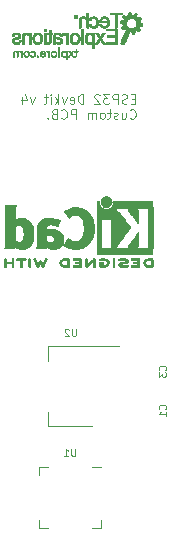
<source format=gbo>
%TF.GenerationSoftware,KiCad,Pcbnew,(5.99.0-11435-g252647e93c)*%
%TF.CreationDate,2021-07-20T11:27:32+10:00*%
%TF.ProjectId,ESP32 Clone devkit,45535033-3220-4436-9c6f-6e6520646576,1*%
%TF.SameCoordinates,Original*%
%TF.FileFunction,Legend,Bot*%
%TF.FilePolarity,Positive*%
%FSLAX46Y46*%
G04 Gerber Fmt 4.6, Leading zero omitted, Abs format (unit mm)*
G04 Created by KiCad (PCBNEW (5.99.0-11435-g252647e93c)) date 2021-07-20 11:27:32*
%MOMM*%
%LPD*%
G01*
G04 APERTURE LIST*
%ADD10C,0.100000*%
%ADD11C,0.010000*%
%ADD12C,0.120000*%
G04 APERTURE END LIST*
D10*
X94394023Y-72692357D02*
X94127357Y-72692357D01*
X94013071Y-73111404D02*
X94394023Y-73111404D01*
X94394023Y-72311404D01*
X94013071Y-72311404D01*
X93708309Y-73073309D02*
X93594023Y-73111404D01*
X93403547Y-73111404D01*
X93327357Y-73073309D01*
X93289261Y-73035214D01*
X93251166Y-72959023D01*
X93251166Y-72882833D01*
X93289261Y-72806642D01*
X93327357Y-72768547D01*
X93403547Y-72730452D01*
X93555928Y-72692357D01*
X93632119Y-72654261D01*
X93670214Y-72616166D01*
X93708309Y-72539976D01*
X93708309Y-72463785D01*
X93670214Y-72387595D01*
X93632119Y-72349500D01*
X93555928Y-72311404D01*
X93365452Y-72311404D01*
X93251166Y-72349500D01*
X92908309Y-73111404D02*
X92908309Y-72311404D01*
X92603547Y-72311404D01*
X92527357Y-72349500D01*
X92489261Y-72387595D01*
X92451166Y-72463785D01*
X92451166Y-72578071D01*
X92489261Y-72654261D01*
X92527357Y-72692357D01*
X92603547Y-72730452D01*
X92908309Y-72730452D01*
X92184500Y-72311404D02*
X91689261Y-72311404D01*
X91955928Y-72616166D01*
X91841642Y-72616166D01*
X91765452Y-72654261D01*
X91727357Y-72692357D01*
X91689261Y-72768547D01*
X91689261Y-72959023D01*
X91727357Y-73035214D01*
X91765452Y-73073309D01*
X91841642Y-73111404D01*
X92070214Y-73111404D01*
X92146404Y-73073309D01*
X92184500Y-73035214D01*
X91384500Y-72387595D02*
X91346404Y-72349500D01*
X91270214Y-72311404D01*
X91079738Y-72311404D01*
X91003547Y-72349500D01*
X90965452Y-72387595D01*
X90927357Y-72463785D01*
X90927357Y-72539976D01*
X90965452Y-72654261D01*
X91422595Y-73111404D01*
X90927357Y-73111404D01*
X89974976Y-73111404D02*
X89974976Y-72311404D01*
X89784500Y-72311404D01*
X89670214Y-72349500D01*
X89594023Y-72425690D01*
X89555928Y-72501880D01*
X89517833Y-72654261D01*
X89517833Y-72768547D01*
X89555928Y-72920928D01*
X89594023Y-72997119D01*
X89670214Y-73073309D01*
X89784500Y-73111404D01*
X89974976Y-73111404D01*
X88870214Y-73073309D02*
X88946404Y-73111404D01*
X89098785Y-73111404D01*
X89174976Y-73073309D01*
X89213071Y-72997119D01*
X89213071Y-72692357D01*
X89174976Y-72616166D01*
X89098785Y-72578071D01*
X88946404Y-72578071D01*
X88870214Y-72616166D01*
X88832119Y-72692357D01*
X88832119Y-72768547D01*
X89213071Y-72844738D01*
X88565452Y-72578071D02*
X88374976Y-73111404D01*
X88184500Y-72578071D01*
X87879738Y-73111404D02*
X87879738Y-72311404D01*
X87803547Y-72806642D02*
X87574976Y-73111404D01*
X87574976Y-72578071D02*
X87879738Y-72882833D01*
X87232119Y-73111404D02*
X87232119Y-72578071D01*
X87232119Y-72311404D02*
X87270214Y-72349500D01*
X87232119Y-72387595D01*
X87194023Y-72349500D01*
X87232119Y-72311404D01*
X87232119Y-72387595D01*
X86965452Y-72578071D02*
X86660690Y-72578071D01*
X86851166Y-72311404D02*
X86851166Y-72997119D01*
X86813071Y-73073309D01*
X86736880Y-73111404D01*
X86660690Y-73111404D01*
X85860690Y-72578071D02*
X85670214Y-73111404D01*
X85479738Y-72578071D01*
X84832119Y-72578071D02*
X84832119Y-73111404D01*
X85022595Y-72273309D02*
X85213071Y-72844738D01*
X84717833Y-72844738D01*
X93936880Y-74323214D02*
X93974976Y-74361309D01*
X94089261Y-74399404D01*
X94165452Y-74399404D01*
X94279738Y-74361309D01*
X94355928Y-74285119D01*
X94394023Y-74208928D01*
X94432119Y-74056547D01*
X94432119Y-73942261D01*
X94394023Y-73789880D01*
X94355928Y-73713690D01*
X94279738Y-73637500D01*
X94165452Y-73599404D01*
X94089261Y-73599404D01*
X93974976Y-73637500D01*
X93936880Y-73675595D01*
X93251166Y-73866071D02*
X93251166Y-74399404D01*
X93594023Y-73866071D02*
X93594023Y-74285119D01*
X93555928Y-74361309D01*
X93479738Y-74399404D01*
X93365452Y-74399404D01*
X93289261Y-74361309D01*
X93251166Y-74323214D01*
X92908309Y-74361309D02*
X92832119Y-74399404D01*
X92679738Y-74399404D01*
X92603547Y-74361309D01*
X92565452Y-74285119D01*
X92565452Y-74247023D01*
X92603547Y-74170833D01*
X92679738Y-74132738D01*
X92794023Y-74132738D01*
X92870214Y-74094642D01*
X92908309Y-74018452D01*
X92908309Y-73980357D01*
X92870214Y-73904166D01*
X92794023Y-73866071D01*
X92679738Y-73866071D01*
X92603547Y-73904166D01*
X92336880Y-73866071D02*
X92032119Y-73866071D01*
X92222595Y-73599404D02*
X92222595Y-74285119D01*
X92184500Y-74361309D01*
X92108309Y-74399404D01*
X92032119Y-74399404D01*
X91651166Y-74399404D02*
X91727357Y-74361309D01*
X91765452Y-74323214D01*
X91803547Y-74247023D01*
X91803547Y-74018452D01*
X91765452Y-73942261D01*
X91727357Y-73904166D01*
X91651166Y-73866071D01*
X91536880Y-73866071D01*
X91460690Y-73904166D01*
X91422595Y-73942261D01*
X91384500Y-74018452D01*
X91384500Y-74247023D01*
X91422595Y-74323214D01*
X91460690Y-74361309D01*
X91536880Y-74399404D01*
X91651166Y-74399404D01*
X91041642Y-74399404D02*
X91041642Y-73866071D01*
X91041642Y-73942261D02*
X91003547Y-73904166D01*
X90927357Y-73866071D01*
X90813071Y-73866071D01*
X90736880Y-73904166D01*
X90698785Y-73980357D01*
X90698785Y-74399404D01*
X90698785Y-73980357D02*
X90660690Y-73904166D01*
X90584500Y-73866071D01*
X90470214Y-73866071D01*
X90394023Y-73904166D01*
X90355928Y-73980357D01*
X90355928Y-74399404D01*
X89365452Y-74399404D02*
X89365452Y-73599404D01*
X89060690Y-73599404D01*
X88984500Y-73637500D01*
X88946404Y-73675595D01*
X88908309Y-73751785D01*
X88908309Y-73866071D01*
X88946404Y-73942261D01*
X88984500Y-73980357D01*
X89060690Y-74018452D01*
X89365452Y-74018452D01*
X88108309Y-74323214D02*
X88146404Y-74361309D01*
X88260690Y-74399404D01*
X88336880Y-74399404D01*
X88451166Y-74361309D01*
X88527357Y-74285119D01*
X88565452Y-74208928D01*
X88603547Y-74056547D01*
X88603547Y-73942261D01*
X88565452Y-73789880D01*
X88527357Y-73713690D01*
X88451166Y-73637500D01*
X88336880Y-73599404D01*
X88260690Y-73599404D01*
X88146404Y-73637500D01*
X88108309Y-73675595D01*
X87498785Y-73980357D02*
X87384500Y-74018452D01*
X87346404Y-74056547D01*
X87308309Y-74132738D01*
X87308309Y-74247023D01*
X87346404Y-74323214D01*
X87384500Y-74361309D01*
X87460690Y-74399404D01*
X87765452Y-74399404D01*
X87765452Y-73599404D01*
X87498785Y-73599404D01*
X87422595Y-73637500D01*
X87384500Y-73675595D01*
X87346404Y-73751785D01*
X87346404Y-73827976D01*
X87384500Y-73904166D01*
X87422595Y-73942261D01*
X87498785Y-73980357D01*
X87765452Y-73980357D01*
X86965452Y-74323214D02*
X86927357Y-74361309D01*
X86965452Y-74399404D01*
X87003547Y-74361309D01*
X86965452Y-74323214D01*
X86965452Y-74399404D01*
%TO.C,U2*%
X89357142Y-92199428D02*
X89357142Y-92685142D01*
X89328571Y-92742285D01*
X89300000Y-92770857D01*
X89242857Y-92799428D01*
X89128571Y-92799428D01*
X89071428Y-92770857D01*
X89042857Y-92742285D01*
X89014285Y-92685142D01*
X89014285Y-92199428D01*
X88757142Y-92256571D02*
X88728571Y-92228000D01*
X88671428Y-92199428D01*
X88528571Y-92199428D01*
X88471428Y-92228000D01*
X88442857Y-92256571D01*
X88414285Y-92313714D01*
X88414285Y-92370857D01*
X88442857Y-92456571D01*
X88785714Y-92799428D01*
X88414285Y-92799428D01*
%TO.C,U1*%
X89315142Y-102333428D02*
X89315142Y-102819142D01*
X89286571Y-102876285D01*
X89258000Y-102904857D01*
X89200857Y-102933428D01*
X89086571Y-102933428D01*
X89029428Y-102904857D01*
X89000857Y-102876285D01*
X88972285Y-102819142D01*
X88972285Y-102333428D01*
X88372285Y-102933428D02*
X88715142Y-102933428D01*
X88543714Y-102933428D02*
X88543714Y-102333428D01*
X88600857Y-102419142D01*
X88658000Y-102476285D01*
X88715142Y-102504857D01*
%TO.C,C3*%
X96920685Y-95658000D02*
X96949257Y-95629428D01*
X96977828Y-95543714D01*
X96977828Y-95486571D01*
X96949257Y-95400857D01*
X96892114Y-95343714D01*
X96834971Y-95315142D01*
X96720685Y-95286571D01*
X96634971Y-95286571D01*
X96520685Y-95315142D01*
X96463542Y-95343714D01*
X96406400Y-95400857D01*
X96377828Y-95486571D01*
X96377828Y-95543714D01*
X96406400Y-95629428D01*
X96434971Y-95658000D01*
X96377828Y-95858000D02*
X96377828Y-96229428D01*
X96606400Y-96029428D01*
X96606400Y-96115142D01*
X96634971Y-96172285D01*
X96663542Y-96200857D01*
X96720685Y-96229428D01*
X96863542Y-96229428D01*
X96920685Y-96200857D01*
X96949257Y-96172285D01*
X96977828Y-96115142D01*
X96977828Y-95943714D01*
X96949257Y-95886571D01*
X96920685Y-95858000D01*
%TO.C,C1*%
X96920685Y-98960000D02*
X96949257Y-98931428D01*
X96977828Y-98845714D01*
X96977828Y-98788571D01*
X96949257Y-98702857D01*
X96892114Y-98645714D01*
X96834971Y-98617142D01*
X96720685Y-98588571D01*
X96634971Y-98588571D01*
X96520685Y-98617142D01*
X96463542Y-98645714D01*
X96406400Y-98702857D01*
X96377828Y-98788571D01*
X96377828Y-98845714D01*
X96406400Y-98931428D01*
X96434971Y-98960000D01*
X96977828Y-99531428D02*
X96977828Y-99188571D01*
X96977828Y-99360000D02*
X96377828Y-99360000D01*
X96463542Y-99302857D01*
X96520685Y-99245714D01*
X96549257Y-99188571D01*
D11*
%TO.C,G\u002A\u002A\u002A*%
X88257144Y-68644669D02*
X88198420Y-68670705D01*
X88198420Y-68670705D02*
X88147939Y-68711276D01*
X88147939Y-68711276D02*
X88113077Y-68758913D01*
X88113077Y-68758913D02*
X88089698Y-68821105D01*
X88089698Y-68821105D02*
X88082913Y-68889079D01*
X88082913Y-68889079D02*
X88092295Y-68957521D01*
X88092295Y-68957521D02*
X88117418Y-69021116D01*
X88117418Y-69021116D02*
X88136515Y-69050445D01*
X88136515Y-69050445D02*
X88179232Y-69090701D01*
X88179232Y-69090701D02*
X88233529Y-69118492D01*
X88233529Y-69118492D02*
X88294704Y-69133428D01*
X88294704Y-69133428D02*
X88358053Y-69135117D01*
X88358053Y-69135117D02*
X88418876Y-69123169D01*
X88418876Y-69123169D02*
X88472468Y-69097194D01*
X88472468Y-69097194D02*
X88493729Y-69080116D01*
X88493729Y-69080116D02*
X88527601Y-69048172D01*
X88527601Y-69048172D02*
X88530391Y-69206616D01*
X88530391Y-69206616D02*
X88533180Y-69365060D01*
X88533180Y-69365060D02*
X88561120Y-69368274D01*
X88561120Y-69368274D02*
X88589060Y-69371489D01*
X88589060Y-69371489D02*
X88589060Y-68905445D01*
X88589060Y-68905445D02*
X88536461Y-68905445D01*
X88536461Y-68905445D02*
X88522710Y-68958865D01*
X88522710Y-68958865D02*
X88491615Y-69009232D01*
X88491615Y-69009232D02*
X88478702Y-69023298D01*
X88478702Y-69023298D02*
X88449342Y-69048079D01*
X88449342Y-69048079D02*
X88418323Y-69067496D01*
X88418323Y-69067496D02*
X88405701Y-69072940D01*
X88405701Y-69072940D02*
X88351498Y-69082531D01*
X88351498Y-69082531D02*
X88294192Y-69078613D01*
X88294192Y-69078613D02*
X88242166Y-69062134D01*
X88242166Y-69062134D02*
X88225143Y-69052525D01*
X88225143Y-69052525D02*
X88185035Y-69014558D01*
X88185035Y-69014558D02*
X88157900Y-68965224D01*
X88157900Y-68965224D02*
X88144270Y-68909224D01*
X88144270Y-68909224D02*
X88144675Y-68851254D01*
X88144675Y-68851254D02*
X88159644Y-68796014D01*
X88159644Y-68796014D02*
X88189708Y-68748201D01*
X88189708Y-68748201D02*
X88190668Y-68747130D01*
X88190668Y-68747130D02*
X88227437Y-68718620D01*
X88227437Y-68718620D02*
X88275186Y-68698186D01*
X88275186Y-68698186D02*
X88325057Y-68689501D01*
X88325057Y-68689501D02*
X88329902Y-68689420D01*
X88329902Y-68689420D02*
X88392032Y-68697929D01*
X88392032Y-68697929D02*
X88444870Y-68721452D01*
X88444870Y-68721452D02*
X88487073Y-68756975D01*
X88487073Y-68756975D02*
X88517301Y-68801489D01*
X88517301Y-68801489D02*
X88534211Y-68851983D01*
X88534211Y-68851983D02*
X88536461Y-68905445D01*
X88536461Y-68905445D02*
X88589060Y-68905445D01*
X88589060Y-68905445D02*
X88589060Y-68648780D01*
X88589060Y-68648780D02*
X88558580Y-68648780D01*
X88558580Y-68648780D02*
X88538470Y-68650606D01*
X88538470Y-68650606D02*
X88529948Y-68660108D01*
X88529948Y-68660108D02*
X88528106Y-68683317D01*
X88528106Y-68683317D02*
X88528100Y-68686240D01*
X88528100Y-68686240D02*
X88528100Y-68723701D01*
X88528100Y-68723701D02*
X88500160Y-68697642D01*
X88500160Y-68697642D02*
X88445620Y-68659655D01*
X88445620Y-68659655D02*
X88384460Y-68638556D01*
X88384460Y-68638556D02*
X88320396Y-68633756D01*
X88320396Y-68633756D02*
X88257144Y-68644669D01*
X88257144Y-68644669D02*
X88257144Y-68644669D01*
G36*
X88561120Y-69368274D02*
G01*
X88533180Y-69365060D01*
X88530391Y-69206616D01*
X88527601Y-69048172D01*
X88493729Y-69080116D01*
X88472468Y-69097194D01*
X88418876Y-69123169D01*
X88358053Y-69135117D01*
X88294704Y-69133428D01*
X88233529Y-69118492D01*
X88179232Y-69090701D01*
X88136515Y-69050445D01*
X88117418Y-69021116D01*
X88092295Y-68957521D01*
X88085674Y-68909224D01*
X88144270Y-68909224D01*
X88157900Y-68965224D01*
X88185035Y-69014558D01*
X88225143Y-69052525D01*
X88242166Y-69062134D01*
X88294192Y-69078613D01*
X88351498Y-69082531D01*
X88405701Y-69072940D01*
X88418323Y-69067496D01*
X88449342Y-69048079D01*
X88478702Y-69023298D01*
X88491615Y-69009232D01*
X88522710Y-68958865D01*
X88536461Y-68905445D01*
X88534211Y-68851983D01*
X88517301Y-68801489D01*
X88487073Y-68756975D01*
X88444870Y-68721452D01*
X88392032Y-68697929D01*
X88329902Y-68689420D01*
X88325057Y-68689501D01*
X88275186Y-68698186D01*
X88227437Y-68718620D01*
X88190668Y-68747130D01*
X88189708Y-68748201D01*
X88159644Y-68796014D01*
X88144675Y-68851254D01*
X88144270Y-68909224D01*
X88085674Y-68909224D01*
X88082913Y-68889079D01*
X88089698Y-68821105D01*
X88113077Y-68758913D01*
X88147939Y-68711276D01*
X88198420Y-68670705D01*
X88257144Y-68644669D01*
X88320396Y-68633756D01*
X88384460Y-68638556D01*
X88445620Y-68659655D01*
X88500160Y-68697642D01*
X88528100Y-68723701D01*
X88528100Y-68686240D01*
X88528106Y-68683317D01*
X88529948Y-68660108D01*
X88538470Y-68650606D01*
X88558580Y-68648780D01*
X88589060Y-68648780D01*
X88589060Y-69371489D01*
X88561120Y-69368274D01*
G37*
X88561120Y-69368274D02*
X88533180Y-69365060D01*
X88530391Y-69206616D01*
X88527601Y-69048172D01*
X88493729Y-69080116D01*
X88472468Y-69097194D01*
X88418876Y-69123169D01*
X88358053Y-69135117D01*
X88294704Y-69133428D01*
X88233529Y-69118492D01*
X88179232Y-69090701D01*
X88136515Y-69050445D01*
X88117418Y-69021116D01*
X88092295Y-68957521D01*
X88085674Y-68909224D01*
X88144270Y-68909224D01*
X88157900Y-68965224D01*
X88185035Y-69014558D01*
X88225143Y-69052525D01*
X88242166Y-69062134D01*
X88294192Y-69078613D01*
X88351498Y-69082531D01*
X88405701Y-69072940D01*
X88418323Y-69067496D01*
X88449342Y-69048079D01*
X88478702Y-69023298D01*
X88491615Y-69009232D01*
X88522710Y-68958865D01*
X88536461Y-68905445D01*
X88534211Y-68851983D01*
X88517301Y-68801489D01*
X88487073Y-68756975D01*
X88444870Y-68721452D01*
X88392032Y-68697929D01*
X88329902Y-68689420D01*
X88325057Y-68689501D01*
X88275186Y-68698186D01*
X88227437Y-68718620D01*
X88190668Y-68747130D01*
X88189708Y-68748201D01*
X88159644Y-68796014D01*
X88144675Y-68851254D01*
X88144270Y-68909224D01*
X88085674Y-68909224D01*
X88082913Y-68889079D01*
X88089698Y-68821105D01*
X88113077Y-68758913D01*
X88147939Y-68711276D01*
X88198420Y-68670705D01*
X88257144Y-68644669D01*
X88320396Y-68633756D01*
X88384460Y-68638556D01*
X88445620Y-68659655D01*
X88500160Y-68697642D01*
X88528100Y-68723701D01*
X88528100Y-68686240D01*
X88528106Y-68683317D01*
X88529948Y-68660108D01*
X88538470Y-68650606D01*
X88558580Y-68648780D01*
X88589060Y-68648780D01*
X88589060Y-69371489D01*
X88561120Y-69368274D01*
X89353259Y-68507907D02*
X89345613Y-68515003D01*
X89345613Y-68515003D02*
X89341565Y-68532317D01*
X89341565Y-68532317D02*
X89339315Y-68564338D01*
X89339315Y-68564338D02*
X89338825Y-68575120D01*
X89338825Y-68575120D02*
X89335820Y-68643700D01*
X89335820Y-68643700D02*
X89267240Y-68646704D01*
X89267240Y-68646704D02*
X89230860Y-68648785D01*
X89230860Y-68648785D02*
X89210304Y-68652218D01*
X89210304Y-68652218D02*
X89201084Y-68658800D01*
X89201084Y-68658800D02*
X89198710Y-68670330D01*
X89198710Y-68670330D02*
X89198660Y-68674180D01*
X89198660Y-68674180D02*
X89200028Y-68687221D01*
X89200028Y-68687221D02*
X89207124Y-68694867D01*
X89207124Y-68694867D02*
X89224438Y-68698915D01*
X89224438Y-68698915D02*
X89256459Y-68701165D01*
X89256459Y-68701165D02*
X89267240Y-68701655D01*
X89267240Y-68701655D02*
X89335820Y-68704660D01*
X89335820Y-68704660D02*
X89335820Y-68875753D01*
X89335820Y-68875753D02*
X89335741Y-68938370D01*
X89335741Y-68938370D02*
X89335219Y-68983872D01*
X89335219Y-68983872D02*
X89333833Y-69015461D01*
X89333833Y-69015461D02*
X89331159Y-69036343D01*
X89331159Y-69036343D02*
X89326774Y-69049720D01*
X89326774Y-69049720D02*
X89320257Y-69058799D01*
X89320257Y-69058799D02*
X89311183Y-69066781D01*
X89311183Y-69066781D02*
X89310539Y-69067303D01*
X89310539Y-69067303D02*
X89286995Y-69080929D01*
X89286995Y-69080929D02*
X89258765Y-69083608D01*
X89258765Y-69083608D02*
X89243054Y-69081973D01*
X89243054Y-69081973D02*
X89215590Y-69079655D01*
X89215590Y-69079655D02*
X89201786Y-69083887D01*
X89201786Y-69083887D02*
X89195592Y-69096297D01*
X89195592Y-69096297D02*
X89198725Y-69117661D01*
X89198725Y-69117661D02*
X89209069Y-69126432D01*
X89209069Y-69126432D02*
X89238572Y-69134369D01*
X89238572Y-69134369D02*
X89277680Y-69135355D01*
X89277680Y-69135355D02*
X89317067Y-69129819D01*
X89317067Y-69129819D02*
X89343909Y-69120243D01*
X89343909Y-69120243D02*
X89367577Y-69101054D01*
X89367577Y-69101054D02*
X89382009Y-69079348D01*
X89382009Y-69079348D02*
X89385200Y-69061030D01*
X89385200Y-69061030D02*
X89387949Y-69026305D01*
X89387949Y-69026305D02*
X89390068Y-68979086D01*
X89390068Y-68979086D02*
X89391371Y-68923285D01*
X89391371Y-68923285D02*
X89391700Y-68876718D01*
X89391700Y-68876718D02*
X89391700Y-68699580D01*
X89391700Y-68699580D02*
X89447580Y-68699580D01*
X89447580Y-68699580D02*
X89479598Y-68698902D01*
X89479598Y-68698902D02*
X89496271Y-68695395D01*
X89496271Y-68695395D02*
X89502563Y-68686850D01*
X89502563Y-68686850D02*
X89503460Y-68674710D01*
X89503460Y-68674710D02*
X89501627Y-68660076D01*
X89501627Y-68660076D02*
X89492758Y-68652154D01*
X89492758Y-68652154D02*
X89471804Y-68648301D01*
X89471804Y-68648301D02*
X89450120Y-68646770D01*
X89450120Y-68646770D02*
X89396780Y-68643700D01*
X89396780Y-68643700D02*
X89393776Y-68575120D01*
X89393776Y-68575120D02*
X89391695Y-68538739D01*
X89391695Y-68538739D02*
X89388262Y-68518183D01*
X89388262Y-68518183D02*
X89381680Y-68508963D01*
X89381680Y-68508963D02*
X89370150Y-68506589D01*
X89370150Y-68506589D02*
X89366300Y-68506540D01*
X89366300Y-68506540D02*
X89353259Y-68507907D01*
X89353259Y-68507907D02*
X89353259Y-68507907D01*
G36*
X89370150Y-68506589D02*
G01*
X89381680Y-68508963D01*
X89388262Y-68518183D01*
X89391695Y-68538739D01*
X89393776Y-68575120D01*
X89396780Y-68643700D01*
X89450120Y-68646770D01*
X89471804Y-68648301D01*
X89492758Y-68652154D01*
X89501627Y-68660076D01*
X89503460Y-68674710D01*
X89502563Y-68686850D01*
X89496271Y-68695395D01*
X89479598Y-68698902D01*
X89447580Y-68699580D01*
X89391700Y-68699580D01*
X89391700Y-68876718D01*
X89391371Y-68923285D01*
X89390068Y-68979086D01*
X89387949Y-69026305D01*
X89385200Y-69061030D01*
X89382009Y-69079348D01*
X89367577Y-69101054D01*
X89343909Y-69120243D01*
X89317067Y-69129819D01*
X89277680Y-69135355D01*
X89238572Y-69134369D01*
X89209069Y-69126432D01*
X89198725Y-69117661D01*
X89195592Y-69096297D01*
X89201786Y-69083887D01*
X89215590Y-69079655D01*
X89243054Y-69081973D01*
X89258765Y-69083608D01*
X89286995Y-69080929D01*
X89310539Y-69067303D01*
X89311183Y-69066781D01*
X89320257Y-69058799D01*
X89326774Y-69049720D01*
X89331159Y-69036343D01*
X89333833Y-69015461D01*
X89335219Y-68983872D01*
X89335741Y-68938370D01*
X89335820Y-68875753D01*
X89335820Y-68704660D01*
X89267240Y-68701655D01*
X89256459Y-68701165D01*
X89224438Y-68698915D01*
X89207124Y-68694867D01*
X89200028Y-68687221D01*
X89198660Y-68674180D01*
X89198710Y-68670330D01*
X89201084Y-68658800D01*
X89210304Y-68652218D01*
X89230860Y-68648785D01*
X89267240Y-68646704D01*
X89335820Y-68643700D01*
X89338825Y-68575120D01*
X89339315Y-68564338D01*
X89341565Y-68532317D01*
X89345613Y-68515003D01*
X89353259Y-68507907D01*
X89366300Y-68506540D01*
X89370150Y-68506589D01*
G37*
X89370150Y-68506589D02*
X89381680Y-68508963D01*
X89388262Y-68518183D01*
X89391695Y-68538739D01*
X89393776Y-68575120D01*
X89396780Y-68643700D01*
X89450120Y-68646770D01*
X89471804Y-68648301D01*
X89492758Y-68652154D01*
X89501627Y-68660076D01*
X89503460Y-68674710D01*
X89502563Y-68686850D01*
X89496271Y-68695395D01*
X89479598Y-68698902D01*
X89447580Y-68699580D01*
X89391700Y-68699580D01*
X89391700Y-68876718D01*
X89391371Y-68923285D01*
X89390068Y-68979086D01*
X89387949Y-69026305D01*
X89385200Y-69061030D01*
X89382009Y-69079348D01*
X89367577Y-69101054D01*
X89343909Y-69120243D01*
X89317067Y-69129819D01*
X89277680Y-69135355D01*
X89238572Y-69134369D01*
X89209069Y-69126432D01*
X89198725Y-69117661D01*
X89195592Y-69096297D01*
X89201786Y-69083887D01*
X89215590Y-69079655D01*
X89243054Y-69081973D01*
X89258765Y-69083608D01*
X89286995Y-69080929D01*
X89310539Y-69067303D01*
X89311183Y-69066781D01*
X89320257Y-69058799D01*
X89326774Y-69049720D01*
X89331159Y-69036343D01*
X89333833Y-69015461D01*
X89335219Y-68983872D01*
X89335741Y-68938370D01*
X89335820Y-68875753D01*
X89335820Y-68704660D01*
X89267240Y-68701655D01*
X89256459Y-68701165D01*
X89224438Y-68698915D01*
X89207124Y-68694867D01*
X89200028Y-68687221D01*
X89198660Y-68674180D01*
X89198710Y-68670330D01*
X89201084Y-68658800D01*
X89210304Y-68652218D01*
X89230860Y-68648785D01*
X89267240Y-68646704D01*
X89335820Y-68643700D01*
X89338825Y-68575120D01*
X89339315Y-68564338D01*
X89341565Y-68532317D01*
X89345613Y-68515003D01*
X89353259Y-68507907D01*
X89366300Y-68506540D01*
X89370150Y-68506589D01*
X87431222Y-68635204D02*
X87365101Y-68653311D01*
X87365101Y-68653311D02*
X87317789Y-68677915D01*
X87317789Y-68677915D02*
X87272132Y-68718326D01*
X87272132Y-68718326D02*
X87238639Y-68771420D01*
X87238639Y-68771420D02*
X87218472Y-68832791D01*
X87218472Y-68832791D02*
X87212793Y-68898038D01*
X87212793Y-68898038D02*
X87222764Y-68962757D01*
X87222764Y-68962757D02*
X87234285Y-68994220D01*
X87234285Y-68994220D02*
X87261968Y-69039115D01*
X87261968Y-69039115D02*
X87300490Y-69080031D01*
X87300490Y-69080031D02*
X87343805Y-69111394D01*
X87343805Y-69111394D02*
X87376761Y-69125567D01*
X87376761Y-69125567D02*
X87436880Y-69135291D01*
X87436880Y-69135291D02*
X87499894Y-69133815D01*
X87499894Y-69133815D02*
X87556999Y-69121600D01*
X87556999Y-69121600D02*
X87573060Y-69115286D01*
X87573060Y-69115286D02*
X87631476Y-69079994D01*
X87631476Y-69079994D02*
X87673641Y-69033757D01*
X87673641Y-69033757D02*
X87700551Y-68975085D01*
X87700551Y-68975085D02*
X87712960Y-68905641D01*
X87712960Y-68905641D02*
X87712160Y-68887540D01*
X87712160Y-68887540D02*
X87653894Y-68887540D01*
X87653894Y-68887540D02*
X87645168Y-68949856D01*
X87645168Y-68949856D02*
X87620887Y-69002624D01*
X87620887Y-69002624D02*
X87583900Y-69043950D01*
X87583900Y-69043950D02*
X87537056Y-69071941D01*
X87537056Y-69071941D02*
X87483201Y-69084701D01*
X87483201Y-69084701D02*
X87425186Y-69080337D01*
X87425186Y-69080337D02*
X87384680Y-69066562D01*
X87384680Y-69066562D02*
X87333768Y-69033292D01*
X87333768Y-69033292D02*
X87297430Y-68988265D01*
X87297430Y-68988265D02*
X87276567Y-68934756D01*
X87276567Y-68934756D02*
X87272082Y-68876041D01*
X87272082Y-68876041D02*
X87284875Y-68815395D01*
X87284875Y-68815395D02*
X87304202Y-68774215D01*
X87304202Y-68774215D02*
X87340844Y-68730612D01*
X87340844Y-68730612D02*
X87389771Y-68702615D01*
X87389771Y-68702615D02*
X87449424Y-68690953D01*
X87449424Y-68690953D02*
X87481193Y-68691356D01*
X87481193Y-68691356D02*
X87541156Y-68704761D01*
X87541156Y-68704761D02*
X87590112Y-68734279D01*
X87590112Y-68734279D02*
X87626329Y-68777942D01*
X87626329Y-68777942D02*
X87648075Y-68833784D01*
X87648075Y-68833784D02*
X87653894Y-68887540D01*
X87653894Y-68887540D02*
X87712160Y-68887540D01*
X87712160Y-68887540D02*
X87709819Y-68834654D01*
X87709819Y-68834654D02*
X87690094Y-68772022D01*
X87690094Y-68772022D02*
X87656314Y-68719203D01*
X87656314Y-68719203D02*
X87611008Y-68677654D01*
X87611008Y-68677654D02*
X87556704Y-68648833D01*
X87556704Y-68648833D02*
X87495933Y-68634197D01*
X87495933Y-68634197D02*
X87431222Y-68635204D01*
X87431222Y-68635204D02*
X87431222Y-68635204D01*
G36*
X87700551Y-68975085D02*
G01*
X87673641Y-69033757D01*
X87631476Y-69079994D01*
X87573060Y-69115286D01*
X87556999Y-69121600D01*
X87499894Y-69133815D01*
X87436880Y-69135291D01*
X87376761Y-69125567D01*
X87343805Y-69111394D01*
X87300490Y-69080031D01*
X87261968Y-69039115D01*
X87234285Y-68994220D01*
X87222764Y-68962757D01*
X87212793Y-68898038D01*
X87214708Y-68876041D01*
X87272082Y-68876041D01*
X87276567Y-68934756D01*
X87297430Y-68988265D01*
X87333768Y-69033292D01*
X87384680Y-69066562D01*
X87425186Y-69080337D01*
X87483201Y-69084701D01*
X87537056Y-69071941D01*
X87583900Y-69043950D01*
X87620887Y-69002624D01*
X87645168Y-68949856D01*
X87653894Y-68887540D01*
X87648075Y-68833784D01*
X87626329Y-68777942D01*
X87590112Y-68734279D01*
X87541156Y-68704761D01*
X87481193Y-68691356D01*
X87449424Y-68690953D01*
X87389771Y-68702615D01*
X87340844Y-68730612D01*
X87304202Y-68774215D01*
X87284875Y-68815395D01*
X87272082Y-68876041D01*
X87214708Y-68876041D01*
X87218472Y-68832791D01*
X87238639Y-68771420D01*
X87272132Y-68718326D01*
X87317789Y-68677915D01*
X87365101Y-68653311D01*
X87431222Y-68635204D01*
X87495933Y-68634197D01*
X87556704Y-68648833D01*
X87611008Y-68677654D01*
X87656314Y-68719203D01*
X87690094Y-68772022D01*
X87709819Y-68834654D01*
X87712160Y-68887540D01*
X87712960Y-68905641D01*
X87700551Y-68975085D01*
G37*
X87700551Y-68975085D02*
X87673641Y-69033757D01*
X87631476Y-69079994D01*
X87573060Y-69115286D01*
X87556999Y-69121600D01*
X87499894Y-69133815D01*
X87436880Y-69135291D01*
X87376761Y-69125567D01*
X87343805Y-69111394D01*
X87300490Y-69080031D01*
X87261968Y-69039115D01*
X87234285Y-68994220D01*
X87222764Y-68962757D01*
X87212793Y-68898038D01*
X87214708Y-68876041D01*
X87272082Y-68876041D01*
X87276567Y-68934756D01*
X87297430Y-68988265D01*
X87333768Y-69033292D01*
X87384680Y-69066562D01*
X87425186Y-69080337D01*
X87483201Y-69084701D01*
X87537056Y-69071941D01*
X87583900Y-69043950D01*
X87620887Y-69002624D01*
X87645168Y-68949856D01*
X87653894Y-68887540D01*
X87648075Y-68833784D01*
X87626329Y-68777942D01*
X87590112Y-68734279D01*
X87541156Y-68704761D01*
X87481193Y-68691356D01*
X87449424Y-68690953D01*
X87389771Y-68702615D01*
X87340844Y-68730612D01*
X87304202Y-68774215D01*
X87284875Y-68815395D01*
X87272082Y-68876041D01*
X87214708Y-68876041D01*
X87218472Y-68832791D01*
X87238639Y-68771420D01*
X87272132Y-68718326D01*
X87317789Y-68677915D01*
X87365101Y-68653311D01*
X87431222Y-68635204D01*
X87495933Y-68634197D01*
X87556704Y-68648833D01*
X87611008Y-68677654D01*
X87656314Y-68719203D01*
X87690094Y-68772022D01*
X87709819Y-68834654D01*
X87712160Y-68887540D01*
X87712960Y-68905641D01*
X87700551Y-68975085D01*
X86443533Y-68647069D02*
X86414820Y-68659324D01*
X86414820Y-68659324D02*
X86362618Y-68696281D01*
X86362618Y-68696281D02*
X86325816Y-68746151D01*
X86325816Y-68746151D02*
X86305090Y-68807841D01*
X86305090Y-68807841D02*
X86300955Y-68843015D01*
X86300955Y-68843015D02*
X86297980Y-68897700D01*
X86297980Y-68897700D02*
X86498640Y-68900454D01*
X86498640Y-68900454D02*
X86570038Y-68901471D01*
X86570038Y-68901471D02*
X86623377Y-68902849D01*
X86623377Y-68902849D02*
X86660912Y-68905422D01*
X86660912Y-68905422D02*
X86684900Y-68910025D01*
X86684900Y-68910025D02*
X86697597Y-68917493D01*
X86697597Y-68917493D02*
X86701258Y-68928661D01*
X86701258Y-68928661D02*
X86698138Y-68944362D01*
X86698138Y-68944362D02*
X86690494Y-68965431D01*
X86690494Y-68965431D02*
X86688494Y-68970698D01*
X86688494Y-68970698D02*
X86660219Y-69019711D01*
X86660219Y-69019711D02*
X86619779Y-69055338D01*
X86619779Y-69055338D02*
X86570873Y-69076895D01*
X86570873Y-69076895D02*
X86517198Y-69083696D01*
X86517198Y-69083696D02*
X86462453Y-69075055D01*
X86462453Y-69075055D02*
X86410336Y-69050288D01*
X86410336Y-69050288D02*
X86381976Y-69027507D01*
X86381976Y-69027507D02*
X86363118Y-69010792D01*
X86363118Y-69010792D02*
X86351064Y-69007182D01*
X86351064Y-69007182D02*
X86338321Y-69015345D01*
X86338321Y-69015345D02*
X86334216Y-69019008D01*
X86334216Y-69019008D02*
X86320797Y-69034474D01*
X86320797Y-69034474D02*
X86322640Y-69049078D01*
X86322640Y-69049078D02*
X86328870Y-69059459D01*
X86328870Y-69059459D02*
X86359258Y-69089340D01*
X86359258Y-69089340D02*
X86403921Y-69112701D01*
X86403921Y-69112701D02*
X86457564Y-69128483D01*
X86457564Y-69128483D02*
X86514890Y-69135633D01*
X86514890Y-69135633D02*
X86570605Y-69133093D01*
X86570605Y-69133093D02*
X86619411Y-69119807D01*
X86619411Y-69119807D02*
X86623100Y-69118135D01*
X86623100Y-69118135D02*
X86667498Y-69089154D01*
X86667498Y-69089154D02*
X86707830Y-69048521D01*
X86707830Y-69048521D02*
X86738373Y-69002792D01*
X86738373Y-69002792D02*
X86750685Y-68971935D01*
X86750685Y-68971935D02*
X86759005Y-68916060D01*
X86759005Y-68916060D02*
X86757238Y-68854741D01*
X86757238Y-68854741D02*
X86754819Y-68841820D01*
X86754819Y-68841820D02*
X86701503Y-68841820D01*
X86701503Y-68841820D02*
X86352491Y-68841820D01*
X86352491Y-68841820D02*
X86359543Y-68818960D01*
X86359543Y-68818960D02*
X86384980Y-68762364D01*
X86384980Y-68762364D02*
X86421599Y-68722562D01*
X86421599Y-68722562D02*
X86470217Y-68698867D01*
X86470217Y-68698867D02*
X86511548Y-68691520D01*
X86511548Y-68691520D02*
X86569328Y-68695568D01*
X86569328Y-68695568D02*
X86620582Y-68716036D01*
X86620582Y-68716036D02*
X86661714Y-68750518D01*
X86661714Y-68750518D02*
X86689127Y-68796609D01*
X86689127Y-68796609D02*
X86694531Y-68813880D01*
X86694531Y-68813880D02*
X86701503Y-68841820D01*
X86701503Y-68841820D02*
X86754819Y-68841820D01*
X86754819Y-68841820D02*
X86746251Y-68796073D01*
X86746251Y-68796073D02*
X86726907Y-68748148D01*
X86726907Y-68748148D02*
X86726754Y-68747887D01*
X86726754Y-68747887D02*
X86685590Y-68696469D01*
X86685590Y-68696469D02*
X86632971Y-68659623D01*
X86632971Y-68659623D02*
X86572611Y-68638404D01*
X86572611Y-68638404D02*
X86508227Y-68633868D01*
X86508227Y-68633868D02*
X86443533Y-68647069D01*
X86443533Y-68647069D02*
X86443533Y-68647069D01*
G36*
X86759005Y-68916060D02*
G01*
X86750685Y-68971935D01*
X86738373Y-69002792D01*
X86707830Y-69048521D01*
X86667498Y-69089154D01*
X86623100Y-69118135D01*
X86619411Y-69119807D01*
X86570605Y-69133093D01*
X86514890Y-69135633D01*
X86457564Y-69128483D01*
X86403921Y-69112701D01*
X86359258Y-69089340D01*
X86328870Y-69059459D01*
X86322640Y-69049078D01*
X86320797Y-69034474D01*
X86334216Y-69019008D01*
X86338321Y-69015345D01*
X86351064Y-69007182D01*
X86363118Y-69010792D01*
X86381976Y-69027507D01*
X86410336Y-69050288D01*
X86462453Y-69075055D01*
X86517198Y-69083696D01*
X86570873Y-69076895D01*
X86619779Y-69055338D01*
X86660219Y-69019711D01*
X86688494Y-68970698D01*
X86690494Y-68965431D01*
X86698138Y-68944362D01*
X86701258Y-68928661D01*
X86697597Y-68917493D01*
X86684900Y-68910025D01*
X86660912Y-68905422D01*
X86623377Y-68902849D01*
X86570038Y-68901471D01*
X86498640Y-68900454D01*
X86297980Y-68897700D01*
X86300955Y-68843015D01*
X86301095Y-68841820D01*
X86352491Y-68841820D01*
X86701503Y-68841820D01*
X86694531Y-68813880D01*
X86689127Y-68796609D01*
X86661714Y-68750518D01*
X86620582Y-68716036D01*
X86569328Y-68695568D01*
X86511548Y-68691520D01*
X86470217Y-68698867D01*
X86421599Y-68722562D01*
X86384980Y-68762364D01*
X86359543Y-68818960D01*
X86352491Y-68841820D01*
X86301095Y-68841820D01*
X86305090Y-68807841D01*
X86325816Y-68746151D01*
X86362618Y-68696281D01*
X86414820Y-68659324D01*
X86443533Y-68647069D01*
X86508227Y-68633868D01*
X86572611Y-68638404D01*
X86632971Y-68659623D01*
X86685590Y-68696469D01*
X86726754Y-68747887D01*
X86726907Y-68748148D01*
X86746251Y-68796073D01*
X86754819Y-68841820D01*
X86757238Y-68854741D01*
X86759005Y-68916060D01*
G37*
X86759005Y-68916060D02*
X86750685Y-68971935D01*
X86738373Y-69002792D01*
X86707830Y-69048521D01*
X86667498Y-69089154D01*
X86623100Y-69118135D01*
X86619411Y-69119807D01*
X86570605Y-69133093D01*
X86514890Y-69135633D01*
X86457564Y-69128483D01*
X86403921Y-69112701D01*
X86359258Y-69089340D01*
X86328870Y-69059459D01*
X86322640Y-69049078D01*
X86320797Y-69034474D01*
X86334216Y-69019008D01*
X86338321Y-69015345D01*
X86351064Y-69007182D01*
X86363118Y-69010792D01*
X86381976Y-69027507D01*
X86410336Y-69050288D01*
X86462453Y-69075055D01*
X86517198Y-69083696D01*
X86570873Y-69076895D01*
X86619779Y-69055338D01*
X86660219Y-69019711D01*
X86688494Y-68970698D01*
X86690494Y-68965431D01*
X86698138Y-68944362D01*
X86701258Y-68928661D01*
X86697597Y-68917493D01*
X86684900Y-68910025D01*
X86660912Y-68905422D01*
X86623377Y-68902849D01*
X86570038Y-68901471D01*
X86498640Y-68900454D01*
X86297980Y-68897700D01*
X86300955Y-68843015D01*
X86301095Y-68841820D01*
X86352491Y-68841820D01*
X86701503Y-68841820D01*
X86694531Y-68813880D01*
X86689127Y-68796609D01*
X86661714Y-68750518D01*
X86620582Y-68716036D01*
X86569328Y-68695568D01*
X86511548Y-68691520D01*
X86470217Y-68698867D01*
X86421599Y-68722562D01*
X86384980Y-68762364D01*
X86359543Y-68818960D01*
X86352491Y-68841820D01*
X86301095Y-68841820D01*
X86305090Y-68807841D01*
X86325816Y-68746151D01*
X86362618Y-68696281D01*
X86414820Y-68659324D01*
X86443533Y-68647069D01*
X86508227Y-68633868D01*
X86572611Y-68638404D01*
X86632971Y-68659623D01*
X86685590Y-68696469D01*
X86726754Y-68747887D01*
X86726907Y-68748148D01*
X86746251Y-68796073D01*
X86754819Y-68841820D01*
X86757238Y-68854741D01*
X86759005Y-68916060D01*
X86078328Y-69043038D02*
X86062453Y-69063468D01*
X86062453Y-69063468D02*
X86059457Y-69089987D01*
X86059457Y-69089987D02*
X86071481Y-69116435D01*
X86071481Y-69116435D02*
X86075186Y-69120494D01*
X86075186Y-69120494D02*
X86097260Y-69134666D01*
X86097260Y-69134666D02*
X86121621Y-69131272D01*
X86121621Y-69131272D02*
X86132880Y-69125486D01*
X86132880Y-69125486D02*
X86146263Y-69107540D01*
X86146263Y-69107540D02*
X86150352Y-69080942D01*
X86150352Y-69080942D02*
X86144451Y-69055447D01*
X86144451Y-69055447D02*
X86138468Y-69047052D01*
X86138468Y-69047052D02*
X86118661Y-69036872D01*
X86118661Y-69036872D02*
X86104940Y-69034860D01*
X86104940Y-69034860D02*
X86078328Y-69043038D01*
X86078328Y-69043038D02*
X86078328Y-69043038D01*
G36*
X86118661Y-69036872D02*
G01*
X86138468Y-69047052D01*
X86144451Y-69055447D01*
X86150352Y-69080942D01*
X86146263Y-69107540D01*
X86132880Y-69125486D01*
X86121621Y-69131272D01*
X86097260Y-69134666D01*
X86075186Y-69120494D01*
X86071481Y-69116435D01*
X86059457Y-69089987D01*
X86062453Y-69063468D01*
X86078328Y-69043038D01*
X86104940Y-69034860D01*
X86118661Y-69036872D01*
G37*
X86118661Y-69036872D02*
X86138468Y-69047052D01*
X86144451Y-69055447D01*
X86150352Y-69080942D01*
X86146263Y-69107540D01*
X86132880Y-69125486D01*
X86121621Y-69131272D01*
X86097260Y-69134666D01*
X86075186Y-69120494D01*
X86071481Y-69116435D01*
X86059457Y-69089987D01*
X86062453Y-69063468D01*
X86078328Y-69043038D01*
X86104940Y-69034860D01*
X86118661Y-69036872D01*
X85572861Y-68649788D02*
X85522136Y-68675521D01*
X85522136Y-68675521D02*
X85497236Y-68697471D01*
X85497236Y-68697471D02*
X85485084Y-68713128D01*
X85485084Y-68713128D02*
X85488060Y-68723447D01*
X85488060Y-68723447D02*
X85501211Y-68733534D01*
X85501211Y-68733534D02*
X85516925Y-68742403D01*
X85516925Y-68742403D02*
X85530821Y-68741215D01*
X85530821Y-68741215D02*
X85550590Y-68728593D01*
X85550590Y-68728593D02*
X85557356Y-68723486D01*
X85557356Y-68723486D02*
X85604095Y-68699690D01*
X85604095Y-68699690D02*
X85660110Y-68690131D01*
X85660110Y-68690131D02*
X85708274Y-68693749D01*
X85708274Y-68693749D02*
X85746691Y-68708970D01*
X85746691Y-68708970D02*
X85785443Y-68737214D01*
X85785443Y-68737214D02*
X85817511Y-68772562D01*
X85817511Y-68772562D02*
X85832134Y-68798154D01*
X85832134Y-68798154D02*
X85843920Y-68845704D01*
X85843920Y-68845704D02*
X85845316Y-68900383D01*
X85845316Y-68900383D02*
X85836769Y-68953223D01*
X85836769Y-68953223D02*
X85822679Y-68988839D01*
X85822679Y-68988839D02*
X85787405Y-69033708D01*
X85787405Y-69033708D02*
X85742456Y-69065046D01*
X85742456Y-69065046D02*
X85691953Y-69081887D01*
X85691953Y-69081887D02*
X85640015Y-69083267D01*
X85640015Y-69083267D02*
X85590763Y-69068222D01*
X85590763Y-69068222D02*
X85562753Y-69049695D01*
X85562753Y-69049695D02*
X85537631Y-69030872D01*
X85537631Y-69030872D02*
X85520269Y-69026317D01*
X85520269Y-69026317D02*
X85504500Y-69035503D01*
X85504500Y-69035503D02*
X85496260Y-69044003D01*
X85496260Y-69044003D02*
X85486381Y-69057054D01*
X85486381Y-69057054D02*
X85487806Y-69067523D01*
X85487806Y-69067523D02*
X85502718Y-69081460D01*
X85502718Y-69081460D02*
X85512511Y-69089026D01*
X85512511Y-69089026D02*
X85541832Y-69108669D01*
X85541832Y-69108669D02*
X85570531Y-69123862D01*
X85570531Y-69123862D02*
X85574787Y-69125602D01*
X85574787Y-69125602D02*
X85609022Y-69132929D01*
X85609022Y-69132929D02*
X85654181Y-69135338D01*
X85654181Y-69135338D02*
X85701504Y-69132964D01*
X85701504Y-69132964D02*
X85742234Y-69125940D01*
X85742234Y-69125940D02*
X85751993Y-69122897D01*
X85751993Y-69122897D02*
X85808518Y-69092185D01*
X85808518Y-69092185D02*
X85853585Y-69046958D01*
X85853585Y-69046958D02*
X85885811Y-68990347D01*
X85885811Y-68990347D02*
X85903809Y-68925486D01*
X85903809Y-68925486D02*
X85906196Y-68855507D01*
X85906196Y-68855507D02*
X85895833Y-68797576D01*
X85895833Y-68797576D02*
X85875855Y-68755248D01*
X85875855Y-68755248D02*
X85842124Y-68712927D01*
X85842124Y-68712927D02*
X85800326Y-68676539D01*
X85800326Y-68676539D02*
X85756159Y-68652013D01*
X85756159Y-68652013D02*
X85695024Y-68637129D01*
X85695024Y-68637129D02*
X85632207Y-68636689D01*
X85632207Y-68636689D02*
X85572861Y-68649788D01*
X85572861Y-68649788D02*
X85572861Y-68649788D01*
G36*
X85695024Y-68637129D02*
G01*
X85756159Y-68652013D01*
X85800326Y-68676539D01*
X85842124Y-68712927D01*
X85875855Y-68755248D01*
X85895833Y-68797576D01*
X85906196Y-68855507D01*
X85903809Y-68925486D01*
X85885811Y-68990347D01*
X85853585Y-69046958D01*
X85808518Y-69092185D01*
X85751993Y-69122897D01*
X85742234Y-69125940D01*
X85701504Y-69132964D01*
X85654181Y-69135338D01*
X85609022Y-69132929D01*
X85574787Y-69125602D01*
X85570531Y-69123862D01*
X85541832Y-69108669D01*
X85512511Y-69089026D01*
X85502718Y-69081460D01*
X85487806Y-69067523D01*
X85486381Y-69057054D01*
X85496260Y-69044003D01*
X85504500Y-69035503D01*
X85520269Y-69026317D01*
X85537631Y-69030872D01*
X85562753Y-69049695D01*
X85590763Y-69068222D01*
X85640015Y-69083267D01*
X85691953Y-69081887D01*
X85742456Y-69065046D01*
X85787405Y-69033708D01*
X85822679Y-68988839D01*
X85836769Y-68953223D01*
X85845316Y-68900383D01*
X85843920Y-68845704D01*
X85832134Y-68798154D01*
X85817511Y-68772562D01*
X85785443Y-68737214D01*
X85746691Y-68708970D01*
X85708274Y-68693749D01*
X85660110Y-68690131D01*
X85604095Y-68699690D01*
X85557356Y-68723486D01*
X85550590Y-68728593D01*
X85530821Y-68741215D01*
X85516925Y-68742403D01*
X85501211Y-68733534D01*
X85488060Y-68723447D01*
X85485084Y-68713128D01*
X85497236Y-68697471D01*
X85522136Y-68675521D01*
X85572861Y-68649788D01*
X85632207Y-68636689D01*
X85695024Y-68637129D01*
G37*
X85695024Y-68637129D02*
X85756159Y-68652013D01*
X85800326Y-68676539D01*
X85842124Y-68712927D01*
X85875855Y-68755248D01*
X85895833Y-68797576D01*
X85906196Y-68855507D01*
X85903809Y-68925486D01*
X85885811Y-68990347D01*
X85853585Y-69046958D01*
X85808518Y-69092185D01*
X85751993Y-69122897D01*
X85742234Y-69125940D01*
X85701504Y-69132964D01*
X85654181Y-69135338D01*
X85609022Y-69132929D01*
X85574787Y-69125602D01*
X85570531Y-69123862D01*
X85541832Y-69108669D01*
X85512511Y-69089026D01*
X85502718Y-69081460D01*
X85487806Y-69067523D01*
X85486381Y-69057054D01*
X85496260Y-69044003D01*
X85504500Y-69035503D01*
X85520269Y-69026317D01*
X85537631Y-69030872D01*
X85562753Y-69049695D01*
X85590763Y-69068222D01*
X85640015Y-69083267D01*
X85691953Y-69081887D01*
X85742456Y-69065046D01*
X85787405Y-69033708D01*
X85822679Y-68988839D01*
X85836769Y-68953223D01*
X85845316Y-68900383D01*
X85843920Y-68845704D01*
X85832134Y-68798154D01*
X85817511Y-68772562D01*
X85785443Y-68737214D01*
X85746691Y-68708970D01*
X85708274Y-68693749D01*
X85660110Y-68690131D01*
X85604095Y-68699690D01*
X85557356Y-68723486D01*
X85550590Y-68728593D01*
X85530821Y-68741215D01*
X85516925Y-68742403D01*
X85501211Y-68733534D01*
X85488060Y-68723447D01*
X85485084Y-68713128D01*
X85497236Y-68697471D01*
X85522136Y-68675521D01*
X85572861Y-68649788D01*
X85632207Y-68636689D01*
X85695024Y-68637129D01*
X85109123Y-68638058D02*
X85045784Y-68655131D01*
X85045784Y-68655131D02*
X85015529Y-68670516D01*
X85015529Y-68670516D02*
X84967556Y-68711563D01*
X84967556Y-68711563D02*
X84931798Y-68765680D01*
X84931798Y-68765680D02*
X84909954Y-68828547D01*
X84909954Y-68828547D02*
X84903720Y-68895849D01*
X84903720Y-68895849D02*
X84909106Y-68941197D01*
X84909106Y-68941197D02*
X84932036Y-69009604D01*
X84932036Y-69009604D02*
X84968942Y-69063284D01*
X84968942Y-69063284D02*
X85019640Y-69102089D01*
X85019640Y-69102089D02*
X85083951Y-69125869D01*
X85083951Y-69125869D02*
X85143634Y-69133901D01*
X85143634Y-69133901D02*
X85186423Y-69135199D01*
X85186423Y-69135199D02*
X85217203Y-69132681D01*
X85217203Y-69132681D02*
X85244149Y-69124893D01*
X85244149Y-69124893D02*
X85275291Y-69110450D01*
X85275291Y-69110450D02*
X85332126Y-69071006D01*
X85332126Y-69071006D02*
X85373483Y-69018472D01*
X85373483Y-69018472D02*
X85398833Y-68953523D01*
X85398833Y-68953523D02*
X85398969Y-68952961D01*
X85398969Y-68952961D02*
X85406481Y-68884159D01*
X85406481Y-68884159D02*
X85346391Y-68884159D01*
X85346391Y-68884159D02*
X85338072Y-68943534D01*
X85338072Y-68943534D02*
X85313452Y-68997732D01*
X85313452Y-68997732D02*
X85287707Y-69029149D01*
X85287707Y-69029149D02*
X85237651Y-69065983D01*
X85237651Y-69065983D02*
X85182306Y-69083421D01*
X85182306Y-69083421D02*
X85120707Y-69081694D01*
X85120707Y-69081694D02*
X85093665Y-69075568D01*
X85093665Y-69075568D02*
X85056795Y-69057103D01*
X85056795Y-69057103D02*
X85020112Y-69025209D01*
X85020112Y-69025209D02*
X84989488Y-68985967D01*
X84989488Y-68985967D02*
X84972040Y-68949641D01*
X84972040Y-68949641D02*
X84963893Y-68895495D01*
X84963893Y-68895495D02*
X84969888Y-68837174D01*
X84969888Y-68837174D02*
X84988757Y-68783750D01*
X84988757Y-68783750D02*
X84997223Y-68769296D01*
X84997223Y-68769296D02*
X85035468Y-68728380D01*
X85035468Y-68728380D02*
X85083613Y-68701949D01*
X85083613Y-68701949D02*
X85137378Y-68690011D01*
X85137378Y-68690011D02*
X85192483Y-68692575D01*
X85192483Y-68692575D02*
X85244649Y-68709649D01*
X85244649Y-68709649D02*
X85289595Y-68741241D01*
X85289595Y-68741241D02*
X85312342Y-68768698D01*
X85312342Y-68768698D02*
X85337962Y-68824312D01*
X85337962Y-68824312D02*
X85346391Y-68884159D01*
X85346391Y-68884159D02*
X85406481Y-68884159D01*
X85406481Y-68884159D02*
X85406557Y-68883466D01*
X85406557Y-68883466D02*
X85397150Y-68815770D01*
X85397150Y-68815770D02*
X85372183Y-68753910D01*
X85372183Y-68753910D02*
X85333092Y-68701922D01*
X85333092Y-68701922D02*
X85300066Y-68674857D01*
X85300066Y-68674857D02*
X85242453Y-68648015D01*
X85242453Y-68648015D02*
X85176743Y-68635718D01*
X85176743Y-68635718D02*
X85109123Y-68638058D01*
X85109123Y-68638058D02*
X85109123Y-68638058D01*
G36*
X85398833Y-68953523D02*
G01*
X85373483Y-69018472D01*
X85332126Y-69071006D01*
X85275291Y-69110450D01*
X85244149Y-69124893D01*
X85217203Y-69132681D01*
X85186423Y-69135199D01*
X85143634Y-69133901D01*
X85083951Y-69125869D01*
X85019640Y-69102089D01*
X84968942Y-69063284D01*
X84932036Y-69009604D01*
X84909106Y-68941197D01*
X84903720Y-68895849D01*
X84903753Y-68895495D01*
X84963893Y-68895495D01*
X84972040Y-68949641D01*
X84989488Y-68985967D01*
X85020112Y-69025209D01*
X85056795Y-69057103D01*
X85093665Y-69075568D01*
X85120707Y-69081694D01*
X85182306Y-69083421D01*
X85237651Y-69065983D01*
X85287707Y-69029149D01*
X85313452Y-68997732D01*
X85338072Y-68943534D01*
X85346391Y-68884159D01*
X85337962Y-68824312D01*
X85312342Y-68768698D01*
X85289595Y-68741241D01*
X85244649Y-68709649D01*
X85192483Y-68692575D01*
X85137378Y-68690011D01*
X85083613Y-68701949D01*
X85035468Y-68728380D01*
X84997223Y-68769296D01*
X84988757Y-68783750D01*
X84969888Y-68837174D01*
X84963893Y-68895495D01*
X84903753Y-68895495D01*
X84909954Y-68828547D01*
X84931798Y-68765680D01*
X84967556Y-68711563D01*
X85015529Y-68670516D01*
X85045784Y-68655131D01*
X85109123Y-68638058D01*
X85176743Y-68635718D01*
X85242453Y-68648015D01*
X85300066Y-68674857D01*
X85333092Y-68701922D01*
X85372183Y-68753910D01*
X85397150Y-68815770D01*
X85406557Y-68883466D01*
X85406481Y-68884159D01*
X85398969Y-68952961D01*
X85398833Y-68953523D01*
G37*
X85398833Y-68953523D02*
X85373483Y-69018472D01*
X85332126Y-69071006D01*
X85275291Y-69110450D01*
X85244149Y-69124893D01*
X85217203Y-69132681D01*
X85186423Y-69135199D01*
X85143634Y-69133901D01*
X85083951Y-69125869D01*
X85019640Y-69102089D01*
X84968942Y-69063284D01*
X84932036Y-69009604D01*
X84909106Y-68941197D01*
X84903720Y-68895849D01*
X84903753Y-68895495D01*
X84963893Y-68895495D01*
X84972040Y-68949641D01*
X84989488Y-68985967D01*
X85020112Y-69025209D01*
X85056795Y-69057103D01*
X85093665Y-69075568D01*
X85120707Y-69081694D01*
X85182306Y-69083421D01*
X85237651Y-69065983D01*
X85287707Y-69029149D01*
X85313452Y-68997732D01*
X85338072Y-68943534D01*
X85346391Y-68884159D01*
X85337962Y-68824312D01*
X85312342Y-68768698D01*
X85289595Y-68741241D01*
X85244649Y-68709649D01*
X85192483Y-68692575D01*
X85137378Y-68690011D01*
X85083613Y-68701949D01*
X85035468Y-68728380D01*
X84997223Y-68769296D01*
X84988757Y-68783750D01*
X84969888Y-68837174D01*
X84963893Y-68895495D01*
X84903753Y-68895495D01*
X84909954Y-68828547D01*
X84931798Y-68765680D01*
X84967556Y-68711563D01*
X85015529Y-68670516D01*
X85045784Y-68655131D01*
X85109123Y-68638058D01*
X85176743Y-68635718D01*
X85242453Y-68648015D01*
X85300066Y-68674857D01*
X85333092Y-68701922D01*
X85372183Y-68753910D01*
X85397150Y-68815770D01*
X85406557Y-68883466D01*
X85406481Y-68884159D01*
X85398969Y-68952961D01*
X85398833Y-68953523D01*
X89070480Y-68649703D02*
X89055479Y-68654536D01*
X89055479Y-68654536D02*
X89040616Y-68666368D01*
X89040616Y-68666368D02*
X89022165Y-68688291D01*
X89022165Y-68688291D02*
X88996401Y-68723396D01*
X88996401Y-68723396D02*
X88991972Y-68729576D01*
X88991972Y-68729576D02*
X88966247Y-68764783D01*
X88966247Y-68764783D02*
X88944264Y-68793539D01*
X88944264Y-68793539D02*
X88929080Y-68811912D01*
X88929080Y-68811912D02*
X88924543Y-68816294D01*
X88924543Y-68816294D02*
X88915034Y-68811064D01*
X88915034Y-68811064D02*
X88896784Y-68792298D01*
X88896784Y-68792298D02*
X88872639Y-68763155D01*
X88872639Y-68763155D02*
X88851725Y-68735498D01*
X88851725Y-68735498D02*
X88822687Y-68696446D01*
X88822687Y-68696446D02*
X88801832Y-68671203D01*
X88801832Y-68671203D02*
X88785857Y-68656814D01*
X88785857Y-68656814D02*
X88771461Y-68650325D01*
X88771461Y-68650325D02*
X88755342Y-68648780D01*
X88755342Y-68648780D02*
X88754815Y-68648780D01*
X88754815Y-68648780D02*
X88732058Y-68650303D01*
X88732058Y-68650303D02*
X88721275Y-68654024D01*
X88721275Y-68654024D02*
X88721140Y-68654540D01*
X88721140Y-68654540D02*
X88726991Y-68664344D01*
X88726991Y-68664344D02*
X88742945Y-68686876D01*
X88742945Y-68686876D02*
X88766606Y-68718843D01*
X88766606Y-68718843D02*
X88795578Y-68756952D01*
X88795578Y-68756952D02*
X88797340Y-68759242D01*
X88797340Y-68759242D02*
X88826590Y-68797853D01*
X88826590Y-68797853D02*
X88850643Y-68830809D01*
X88850643Y-68830809D02*
X88867091Y-68854722D01*
X88867091Y-68854722D02*
X88873525Y-68866205D01*
X88873525Y-68866205D02*
X88873540Y-68866392D01*
X88873540Y-68866392D02*
X88867543Y-68876896D01*
X88867543Y-68876896D02*
X88851067Y-68900142D01*
X88851067Y-68900142D02*
X88826388Y-68933053D01*
X88826388Y-68933053D02*
X88795782Y-68972552D01*
X88795782Y-68972552D02*
X88783785Y-68987750D01*
X88783785Y-68987750D02*
X88743962Y-69037939D01*
X88743962Y-69037939D02*
X88715557Y-69074297D01*
X88715557Y-69074297D02*
X88697517Y-69099034D01*
X88697517Y-69099034D02*
X88688789Y-69114362D01*
X88688789Y-69114362D02*
X88688318Y-69122490D01*
X88688318Y-69122490D02*
X88695052Y-69125630D01*
X88695052Y-69125630D02*
X88707936Y-69125993D01*
X88707936Y-69125993D02*
X88718001Y-69125800D01*
X88718001Y-69125800D02*
X88734411Y-69124786D01*
X88734411Y-69124786D02*
X88748344Y-69120476D01*
X88748344Y-69120476D02*
X88762723Y-69110244D01*
X88762723Y-69110244D02*
X88780471Y-69091463D01*
X88780471Y-69091463D02*
X88804510Y-69061509D01*
X88804510Y-69061509D02*
X88836735Y-69019120D01*
X88836735Y-69019120D02*
X88866952Y-68979668D01*
X88866952Y-68979668D02*
X88892944Y-68946925D01*
X88892944Y-68946925D02*
X88912248Y-68923908D01*
X88912248Y-68923908D02*
X88922401Y-68913634D01*
X88922401Y-68913634D02*
X88923095Y-68913371D01*
X88923095Y-68913371D02*
X88931174Y-68921236D01*
X88931174Y-68921236D02*
X88948782Y-68942444D01*
X88948782Y-68942444D02*
X88973467Y-68973924D01*
X88973467Y-68973924D02*
X89002775Y-69012606D01*
X89002775Y-69012606D02*
X89008318Y-69020051D01*
X89008318Y-69020051D02*
X89040989Y-69063602D01*
X89040989Y-69063602D02*
X89064632Y-69093301D01*
X89064632Y-69093301D02*
X89082101Y-69111784D01*
X89082101Y-69111784D02*
X89096246Y-69121686D01*
X89096246Y-69121686D02*
X89109921Y-69125643D01*
X89109921Y-69125643D02*
X89123306Y-69126300D01*
X89123306Y-69126300D02*
X89159397Y-69126300D01*
X89159397Y-69126300D02*
X89062189Y-68999934D01*
X89062189Y-68999934D02*
X89028953Y-68956331D01*
X89028953Y-68956331D02*
X89000607Y-68918384D01*
X89000607Y-68918384D02*
X88979267Y-68888987D01*
X88979267Y-68888987D02*
X88967052Y-68871036D01*
X88967052Y-68871036D02*
X88964980Y-68866994D01*
X88964980Y-68866994D02*
X88970868Y-68856951D01*
X88970868Y-68856951D02*
X88986980Y-68834115D01*
X88986980Y-68834115D02*
X89010992Y-68801673D01*
X89010992Y-68801673D02*
X89040580Y-68762815D01*
X89040580Y-68762815D02*
X89046926Y-68754600D01*
X89046926Y-68754600D02*
X89128872Y-68648780D01*
X89128872Y-68648780D02*
X89089346Y-68648780D01*
X89089346Y-68648780D02*
X89070480Y-68649703D01*
X89070480Y-68649703D02*
X89070480Y-68649703D01*
G36*
X88771461Y-68650325D02*
G01*
X88785857Y-68656814D01*
X88801832Y-68671203D01*
X88822687Y-68696446D01*
X88851725Y-68735498D01*
X88872639Y-68763155D01*
X88896784Y-68792298D01*
X88915034Y-68811064D01*
X88924543Y-68816294D01*
X88929080Y-68811912D01*
X88944264Y-68793539D01*
X88966247Y-68764783D01*
X88991972Y-68729576D01*
X88996401Y-68723396D01*
X89022165Y-68688291D01*
X89040616Y-68666368D01*
X89055479Y-68654536D01*
X89070480Y-68649703D01*
X89089346Y-68648780D01*
X89128872Y-68648780D01*
X89046926Y-68754600D01*
X89040580Y-68762815D01*
X89010992Y-68801673D01*
X88986980Y-68834115D01*
X88970868Y-68856951D01*
X88964980Y-68866994D01*
X88967052Y-68871036D01*
X88979267Y-68888987D01*
X89000607Y-68918384D01*
X89028953Y-68956331D01*
X89062189Y-68999934D01*
X89159397Y-69126300D01*
X89123306Y-69126300D01*
X89109921Y-69125643D01*
X89096246Y-69121686D01*
X89082101Y-69111784D01*
X89064632Y-69093301D01*
X89040989Y-69063602D01*
X89008318Y-69020051D01*
X89002775Y-69012606D01*
X88973467Y-68973924D01*
X88948782Y-68942444D01*
X88931174Y-68921236D01*
X88923095Y-68913371D01*
X88922401Y-68913634D01*
X88912248Y-68923908D01*
X88892944Y-68946925D01*
X88866952Y-68979668D01*
X88836735Y-69019120D01*
X88804510Y-69061509D01*
X88780471Y-69091463D01*
X88762723Y-69110244D01*
X88748344Y-69120476D01*
X88734411Y-69124786D01*
X88718001Y-69125800D01*
X88707936Y-69125993D01*
X88695052Y-69125630D01*
X88688318Y-69122490D01*
X88688789Y-69114362D01*
X88697517Y-69099034D01*
X88715557Y-69074297D01*
X88743962Y-69037939D01*
X88783785Y-68987750D01*
X88795782Y-68972552D01*
X88826388Y-68933053D01*
X88851067Y-68900142D01*
X88867543Y-68876896D01*
X88873540Y-68866392D01*
X88873525Y-68866205D01*
X88867091Y-68854722D01*
X88850643Y-68830809D01*
X88826590Y-68797853D01*
X88797340Y-68759242D01*
X88795578Y-68756952D01*
X88766606Y-68718843D01*
X88742945Y-68686876D01*
X88726991Y-68664344D01*
X88721140Y-68654540D01*
X88721275Y-68654024D01*
X88732058Y-68650303D01*
X88754815Y-68648780D01*
X88755342Y-68648780D01*
X88771461Y-68650325D01*
G37*
X88771461Y-68650325D02*
X88785857Y-68656814D01*
X88801832Y-68671203D01*
X88822687Y-68696446D01*
X88851725Y-68735498D01*
X88872639Y-68763155D01*
X88896784Y-68792298D01*
X88915034Y-68811064D01*
X88924543Y-68816294D01*
X88929080Y-68811912D01*
X88944264Y-68793539D01*
X88966247Y-68764783D01*
X88991972Y-68729576D01*
X88996401Y-68723396D01*
X89022165Y-68688291D01*
X89040616Y-68666368D01*
X89055479Y-68654536D01*
X89070480Y-68649703D01*
X89089346Y-68648780D01*
X89128872Y-68648780D01*
X89046926Y-68754600D01*
X89040580Y-68762815D01*
X89010992Y-68801673D01*
X88986980Y-68834115D01*
X88970868Y-68856951D01*
X88964980Y-68866994D01*
X88967052Y-68871036D01*
X88979267Y-68888987D01*
X89000607Y-68918384D01*
X89028953Y-68956331D01*
X89062189Y-68999934D01*
X89159397Y-69126300D01*
X89123306Y-69126300D01*
X89109921Y-69125643D01*
X89096246Y-69121686D01*
X89082101Y-69111784D01*
X89064632Y-69093301D01*
X89040989Y-69063602D01*
X89008318Y-69020051D01*
X89002775Y-69012606D01*
X88973467Y-68973924D01*
X88948782Y-68942444D01*
X88931174Y-68921236D01*
X88923095Y-68913371D01*
X88922401Y-68913634D01*
X88912248Y-68923908D01*
X88892944Y-68946925D01*
X88866952Y-68979668D01*
X88836735Y-69019120D01*
X88804510Y-69061509D01*
X88780471Y-69091463D01*
X88762723Y-69110244D01*
X88748344Y-69120476D01*
X88734411Y-69124786D01*
X88718001Y-69125800D01*
X88707936Y-69125993D01*
X88695052Y-69125630D01*
X88688318Y-69122490D01*
X88688789Y-69114362D01*
X88697517Y-69099034D01*
X88715557Y-69074297D01*
X88743962Y-69037939D01*
X88783785Y-68987750D01*
X88795782Y-68972552D01*
X88826388Y-68933053D01*
X88851067Y-68900142D01*
X88867543Y-68876896D01*
X88873540Y-68866392D01*
X88873525Y-68866205D01*
X88867091Y-68854722D01*
X88850643Y-68830809D01*
X88826590Y-68797853D01*
X88797340Y-68759242D01*
X88795578Y-68756952D01*
X88766606Y-68718843D01*
X88742945Y-68686876D01*
X88726991Y-68664344D01*
X88721140Y-68654540D01*
X88721275Y-68654024D01*
X88732058Y-68650303D01*
X88754815Y-68648780D01*
X88755342Y-68648780D01*
X88771461Y-68650325D01*
X87872780Y-68338900D02*
X87867462Y-69126300D01*
X87867462Y-69126300D02*
X87928660Y-69126300D01*
X87928660Y-69126300D02*
X87928660Y-68332470D01*
X87928660Y-68332470D02*
X87872780Y-68338900D01*
X87872780Y-68338900D02*
X87872780Y-68338900D01*
G36*
X87928660Y-69126300D02*
G01*
X87867462Y-69126300D01*
X87872780Y-68338900D01*
X87928660Y-68332470D01*
X87928660Y-69126300D01*
G37*
X87928660Y-69126300D02*
X87867462Y-69126300D01*
X87872780Y-68338900D01*
X87928660Y-68332470D01*
X87928660Y-69126300D01*
X86838214Y-68634281D02*
X86837549Y-68634528D01*
X86837549Y-68634528D02*
X86824850Y-68648474D01*
X86824850Y-68648474D02*
X86821220Y-68665107D01*
X86821220Y-68665107D02*
X86825096Y-68683002D01*
X86825096Y-68683002D02*
X86840708Y-68689114D01*
X86840708Y-68689114D02*
X86849548Y-68689420D01*
X86849548Y-68689420D02*
X86889199Y-68697244D01*
X86889199Y-68697244D02*
X86930860Y-68717555D01*
X86930860Y-68717555D02*
X86966572Y-68745605D01*
X86966572Y-68745605D02*
X86985569Y-68770541D01*
X86985569Y-68770541D02*
X86992824Y-68787304D01*
X86992824Y-68787304D02*
X86997951Y-68807787D01*
X86997951Y-68807787D02*
X87001293Y-68835622D01*
X87001293Y-68835622D02*
X87003195Y-68874442D01*
X87003195Y-68874442D02*
X87004000Y-68927880D01*
X87004000Y-68927880D02*
X87004100Y-68966121D01*
X87004100Y-68966121D02*
X87004100Y-69126300D01*
X87004100Y-69126300D02*
X87065060Y-69126300D01*
X87065060Y-69126300D02*
X87065172Y-68925640D01*
X87065172Y-68925640D02*
X87065523Y-68861114D01*
X87065523Y-68861114D02*
X87066433Y-68801159D01*
X87066433Y-68801159D02*
X87067797Y-68749661D01*
X87067797Y-68749661D02*
X87069511Y-68710504D01*
X87069511Y-68710504D02*
X87071472Y-68687574D01*
X87071472Y-68687574D02*
X87071582Y-68686880D01*
X87071582Y-68686880D02*
X87074665Y-68662085D01*
X87074665Y-68662085D02*
X87070105Y-68651369D01*
X87070105Y-68651369D02*
X87053950Y-68648830D01*
X87053950Y-68648830D02*
X87046070Y-68648780D01*
X87046070Y-68648780D02*
X87024717Y-68650637D01*
X87024717Y-68650637D02*
X87015959Y-68660332D01*
X87015959Y-68660332D02*
X87014261Y-68684053D01*
X87014261Y-68684053D02*
X87014260Y-68684340D01*
X87014260Y-68684340D02*
X87013238Y-68707860D01*
X87013238Y-68707860D02*
X87010725Y-68719598D01*
X87010725Y-68719598D02*
X87010196Y-68719900D01*
X87010196Y-68719900D02*
X87001294Y-68713365D01*
X87001294Y-68713365D02*
X86983205Y-68696741D01*
X86983205Y-68696741D02*
X86971483Y-68685250D01*
X86971483Y-68685250D02*
X86939893Y-68660914D01*
X86939893Y-68660914D02*
X86902623Y-68642592D01*
X86902623Y-68642592D02*
X86866466Y-68632857D01*
X86866466Y-68632857D02*
X86838214Y-68634281D01*
X86838214Y-68634281D02*
X86838214Y-68634281D01*
G36*
X86902623Y-68642592D02*
G01*
X86939893Y-68660914D01*
X86971483Y-68685250D01*
X86983205Y-68696741D01*
X87001294Y-68713365D01*
X87010196Y-68719900D01*
X87010725Y-68719598D01*
X87013238Y-68707860D01*
X87014260Y-68684340D01*
X87014261Y-68684053D01*
X87015959Y-68660332D01*
X87024717Y-68650637D01*
X87046070Y-68648780D01*
X87053950Y-68648830D01*
X87070105Y-68651369D01*
X87074665Y-68662085D01*
X87071582Y-68686880D01*
X87071472Y-68687574D01*
X87069511Y-68710504D01*
X87067797Y-68749661D01*
X87066433Y-68801159D01*
X87065523Y-68861114D01*
X87065172Y-68925640D01*
X87065060Y-69126300D01*
X87004100Y-69126300D01*
X87004100Y-68966121D01*
X87004000Y-68927880D01*
X87003195Y-68874442D01*
X87001293Y-68835622D01*
X86997951Y-68807787D01*
X86992824Y-68787304D01*
X86985569Y-68770541D01*
X86966572Y-68745605D01*
X86930860Y-68717555D01*
X86889199Y-68697244D01*
X86849548Y-68689420D01*
X86840708Y-68689114D01*
X86825096Y-68683002D01*
X86821220Y-68665107D01*
X86824850Y-68648474D01*
X86837549Y-68634528D01*
X86838214Y-68634281D01*
X86866466Y-68632857D01*
X86902623Y-68642592D01*
G37*
X86902623Y-68642592D02*
X86939893Y-68660914D01*
X86971483Y-68685250D01*
X86983205Y-68696741D01*
X87001294Y-68713365D01*
X87010196Y-68719900D01*
X87010725Y-68719598D01*
X87013238Y-68707860D01*
X87014260Y-68684340D01*
X87014261Y-68684053D01*
X87015959Y-68660332D01*
X87024717Y-68650637D01*
X87046070Y-68648780D01*
X87053950Y-68648830D01*
X87070105Y-68651369D01*
X87074665Y-68662085D01*
X87071582Y-68686880D01*
X87071472Y-68687574D01*
X87069511Y-68710504D01*
X87067797Y-68749661D01*
X87066433Y-68801159D01*
X87065523Y-68861114D01*
X87065172Y-68925640D01*
X87065060Y-69126300D01*
X87004100Y-69126300D01*
X87004100Y-68966121D01*
X87004000Y-68927880D01*
X87003195Y-68874442D01*
X87001293Y-68835622D01*
X86997951Y-68807787D01*
X86992824Y-68787304D01*
X86985569Y-68770541D01*
X86966572Y-68745605D01*
X86930860Y-68717555D01*
X86889199Y-68697244D01*
X86849548Y-68689420D01*
X86840708Y-68689114D01*
X86825096Y-68683002D01*
X86821220Y-68665107D01*
X86824850Y-68648474D01*
X86837549Y-68634528D01*
X86838214Y-68634281D01*
X86866466Y-68632857D01*
X86902623Y-68642592D01*
X84151496Y-68644927D02*
X84106286Y-68669760D01*
X84106286Y-68669760D02*
X84070573Y-68707322D01*
X84070573Y-68707322D02*
X84048523Y-68755460D01*
X84048523Y-68755460D02*
X84044724Y-68779580D01*
X84044724Y-68779580D02*
X84041483Y-68819444D01*
X84041483Y-68819444D02*
X84039047Y-68870477D01*
X84039047Y-68870477D02*
X84037662Y-68928105D01*
X84037662Y-68928105D02*
X84037437Y-68961200D01*
X84037437Y-68961200D02*
X84037380Y-69126300D01*
X84037380Y-69126300D02*
X84098340Y-69126300D01*
X84098340Y-69126300D02*
X84098340Y-68958333D01*
X84098340Y-68958333D02*
X84099049Y-68883665D01*
X84099049Y-68883665D02*
X84101575Y-68826361D01*
X84101575Y-68826361D02*
X84106521Y-68783504D01*
X84106521Y-68783504D02*
X84114486Y-68752175D01*
X84114486Y-68752175D02*
X84126074Y-68729455D01*
X84126074Y-68729455D02*
X84141884Y-68712426D01*
X84141884Y-68712426D02*
X84150328Y-68705987D01*
X84150328Y-68705987D02*
X84183492Y-68692995D01*
X84183492Y-68692995D02*
X84225825Y-68689998D01*
X84225825Y-68689998D02*
X84268914Y-68696807D01*
X84268914Y-68696807D02*
X84298507Y-68709328D01*
X84298507Y-68709328D02*
X84321650Y-68725620D01*
X84321650Y-68725620D02*
X84339061Y-68744488D01*
X84339061Y-68744488D02*
X84351634Y-68769040D01*
X84351634Y-68769040D02*
X84360260Y-68802383D01*
X84360260Y-68802383D02*
X84365832Y-68847625D01*
X84365832Y-68847625D02*
X84369243Y-68907873D01*
X84369243Y-68907873D02*
X84370835Y-68961200D01*
X84370835Y-68961200D02*
X84372367Y-69022459D01*
X84372367Y-69022459D02*
X84373916Y-69066312D01*
X84373916Y-69066312D02*
X84375958Y-69095668D01*
X84375958Y-69095668D02*
X84378969Y-69113436D01*
X84378969Y-69113436D02*
X84383425Y-69122524D01*
X84383425Y-69122524D02*
X84389799Y-69125843D01*
X84389799Y-69125843D02*
X84397825Y-69126300D01*
X84397825Y-69126300D02*
X84406186Y-69125763D01*
X84406186Y-69125763D02*
X84412320Y-69122270D01*
X84412320Y-69122270D02*
X84416672Y-69112999D01*
X84416672Y-69112999D02*
X84419688Y-69095126D01*
X84419688Y-69095126D02*
X84421812Y-69065828D01*
X84421812Y-69065828D02*
X84423488Y-69022282D01*
X84423488Y-69022282D02*
X84425162Y-68961665D01*
X84425162Y-68961665D02*
X84425438Y-68951040D01*
X84425438Y-68951040D02*
X84428457Y-68870513D01*
X84428457Y-68870513D02*
X84433500Y-68808075D01*
X84433500Y-68808075D02*
X84441561Y-68761519D01*
X84441561Y-68761519D02*
X84453632Y-68728639D01*
X84453632Y-68728639D02*
X84470707Y-68707231D01*
X84470707Y-68707231D02*
X84493778Y-68695089D01*
X84493778Y-68695089D02*
X84523838Y-68690005D01*
X84523838Y-68690005D02*
X84543210Y-68689420D01*
X84543210Y-68689420D02*
X84591515Y-68699152D01*
X84591515Y-68699152D02*
X84634639Y-68726810D01*
X84634639Y-68726810D02*
X84669241Y-68770081D01*
X84669241Y-68770081D02*
X84674920Y-68780554D01*
X84674920Y-68780554D02*
X84683946Y-68800220D01*
X84683946Y-68800220D02*
X84690244Y-68820192D01*
X84690244Y-68820192D02*
X84694296Y-68844581D01*
X84694296Y-68844581D02*
X84696582Y-68877496D01*
X84696582Y-68877496D02*
X84697582Y-68923049D01*
X84697582Y-68923049D02*
X84697780Y-68976052D01*
X84697780Y-68976052D02*
X84697780Y-69126300D01*
X84697780Y-69126300D02*
X84758740Y-69126300D01*
X84758740Y-69126300D02*
X84758740Y-68903610D01*
X84758740Y-68903610D02*
X84759013Y-68837596D01*
X84759013Y-68837596D02*
X84759774Y-68777872D01*
X84759774Y-68777872D02*
X84760943Y-68727629D01*
X84760943Y-68727629D02*
X84762436Y-68690060D01*
X84762436Y-68690060D02*
X84764172Y-68668355D01*
X84764172Y-68668355D02*
X84764908Y-68664850D01*
X84764908Y-68664850D02*
X84764847Y-68653444D01*
X84764847Y-68653444D02*
X84750069Y-68649086D01*
X84750069Y-68649086D02*
X84739508Y-68648780D01*
X84739508Y-68648780D02*
X84717399Y-68651102D01*
X84717399Y-68651102D02*
X84709039Y-68662107D01*
X84709039Y-68662107D02*
X84707940Y-68678660D01*
X84707940Y-68678660D02*
X84704490Y-68705426D01*
X84704490Y-68705426D02*
X84693819Y-68713273D01*
X84693819Y-68713273D02*
X84675449Y-68702369D01*
X84675449Y-68702369D02*
X84666237Y-68693221D01*
X84666237Y-68693221D02*
X84619399Y-68656262D01*
X84619399Y-68656262D02*
X84564739Y-68637942D01*
X84564739Y-68637942D02*
X84535942Y-68635574D01*
X84535942Y-68635574D02*
X84479074Y-68642875D01*
X84479074Y-68642875D02*
X84434219Y-68666541D01*
X84434219Y-68666541D02*
X84408127Y-68695475D01*
X84408127Y-68695475D02*
X84386955Y-68726930D01*
X84386955Y-68726930D02*
X84351068Y-68689499D01*
X84351068Y-68689499D02*
X84305989Y-68655108D01*
X84305989Y-68655108D02*
X84255159Y-68636770D01*
X84255159Y-68636770D02*
X84202391Y-68633653D01*
X84202391Y-68633653D02*
X84151496Y-68644927D01*
X84151496Y-68644927D02*
X84151496Y-68644927D01*
G36*
X84255159Y-68636770D02*
G01*
X84305989Y-68655108D01*
X84351068Y-68689499D01*
X84386955Y-68726930D01*
X84408127Y-68695475D01*
X84434219Y-68666541D01*
X84479074Y-68642875D01*
X84535942Y-68635574D01*
X84564739Y-68637942D01*
X84619399Y-68656262D01*
X84666237Y-68693221D01*
X84675449Y-68702369D01*
X84693819Y-68713273D01*
X84704490Y-68705426D01*
X84707940Y-68678660D01*
X84709039Y-68662107D01*
X84717399Y-68651102D01*
X84739508Y-68648780D01*
X84750069Y-68649086D01*
X84764847Y-68653444D01*
X84764908Y-68664850D01*
X84764172Y-68668355D01*
X84762436Y-68690060D01*
X84760943Y-68727629D01*
X84759774Y-68777872D01*
X84759013Y-68837596D01*
X84758740Y-68903610D01*
X84758740Y-69126300D01*
X84697780Y-69126300D01*
X84697780Y-68976052D01*
X84697582Y-68923049D01*
X84696582Y-68877496D01*
X84694296Y-68844581D01*
X84690244Y-68820192D01*
X84683946Y-68800220D01*
X84674920Y-68780554D01*
X84669241Y-68770081D01*
X84634639Y-68726810D01*
X84591515Y-68699152D01*
X84543210Y-68689420D01*
X84523838Y-68690005D01*
X84493778Y-68695089D01*
X84470707Y-68707231D01*
X84453632Y-68728639D01*
X84441561Y-68761519D01*
X84433500Y-68808075D01*
X84428457Y-68870513D01*
X84425438Y-68951040D01*
X84425162Y-68961665D01*
X84423488Y-69022282D01*
X84421812Y-69065828D01*
X84419688Y-69095126D01*
X84416672Y-69112999D01*
X84412320Y-69122270D01*
X84406186Y-69125763D01*
X84397825Y-69126300D01*
X84389799Y-69125843D01*
X84383425Y-69122524D01*
X84378969Y-69113436D01*
X84375958Y-69095668D01*
X84373916Y-69066312D01*
X84372367Y-69022459D01*
X84370835Y-68961200D01*
X84369243Y-68907873D01*
X84365832Y-68847625D01*
X84360260Y-68802383D01*
X84351634Y-68769040D01*
X84339061Y-68744488D01*
X84321650Y-68725620D01*
X84298507Y-68709328D01*
X84268914Y-68696807D01*
X84225825Y-68689998D01*
X84183492Y-68692995D01*
X84150328Y-68705987D01*
X84141884Y-68712426D01*
X84126074Y-68729455D01*
X84114486Y-68752175D01*
X84106521Y-68783504D01*
X84101575Y-68826361D01*
X84099049Y-68883665D01*
X84098340Y-68958333D01*
X84098340Y-69126300D01*
X84037380Y-69126300D01*
X84037437Y-68961200D01*
X84037662Y-68928105D01*
X84039047Y-68870477D01*
X84041483Y-68819444D01*
X84044724Y-68779580D01*
X84048523Y-68755460D01*
X84070573Y-68707322D01*
X84106286Y-68669760D01*
X84151496Y-68644927D01*
X84202391Y-68633653D01*
X84255159Y-68636770D01*
G37*
X84255159Y-68636770D02*
X84305989Y-68655108D01*
X84351068Y-68689499D01*
X84386955Y-68726930D01*
X84408127Y-68695475D01*
X84434219Y-68666541D01*
X84479074Y-68642875D01*
X84535942Y-68635574D01*
X84564739Y-68637942D01*
X84619399Y-68656262D01*
X84666237Y-68693221D01*
X84675449Y-68702369D01*
X84693819Y-68713273D01*
X84704490Y-68705426D01*
X84707940Y-68678660D01*
X84709039Y-68662107D01*
X84717399Y-68651102D01*
X84739508Y-68648780D01*
X84750069Y-68649086D01*
X84764847Y-68653444D01*
X84764908Y-68664850D01*
X84764172Y-68668355D01*
X84762436Y-68690060D01*
X84760943Y-68727629D01*
X84759774Y-68777872D01*
X84759013Y-68837596D01*
X84758740Y-68903610D01*
X84758740Y-69126300D01*
X84697780Y-69126300D01*
X84697780Y-68976052D01*
X84697582Y-68923049D01*
X84696582Y-68877496D01*
X84694296Y-68844581D01*
X84690244Y-68820192D01*
X84683946Y-68800220D01*
X84674920Y-68780554D01*
X84669241Y-68770081D01*
X84634639Y-68726810D01*
X84591515Y-68699152D01*
X84543210Y-68689420D01*
X84523838Y-68690005D01*
X84493778Y-68695089D01*
X84470707Y-68707231D01*
X84453632Y-68728639D01*
X84441561Y-68761519D01*
X84433500Y-68808075D01*
X84428457Y-68870513D01*
X84425438Y-68951040D01*
X84425162Y-68961665D01*
X84423488Y-69022282D01*
X84421812Y-69065828D01*
X84419688Y-69095126D01*
X84416672Y-69112999D01*
X84412320Y-69122270D01*
X84406186Y-69125763D01*
X84397825Y-69126300D01*
X84389799Y-69125843D01*
X84383425Y-69122524D01*
X84378969Y-69113436D01*
X84375958Y-69095668D01*
X84373916Y-69066312D01*
X84372367Y-69022459D01*
X84370835Y-68961200D01*
X84369243Y-68907873D01*
X84365832Y-68847625D01*
X84360260Y-68802383D01*
X84351634Y-68769040D01*
X84339061Y-68744488D01*
X84321650Y-68725620D01*
X84298507Y-68709328D01*
X84268914Y-68696807D01*
X84225825Y-68689998D01*
X84183492Y-68692995D01*
X84150328Y-68705987D01*
X84141884Y-68712426D01*
X84126074Y-68729455D01*
X84114486Y-68752175D01*
X84106521Y-68783504D01*
X84101575Y-68826361D01*
X84099049Y-68883665D01*
X84098340Y-68958333D01*
X84098340Y-69126300D01*
X84037380Y-69126300D01*
X84037437Y-68961200D01*
X84037662Y-68928105D01*
X84039047Y-68870477D01*
X84041483Y-68819444D01*
X84044724Y-68779580D01*
X84048523Y-68755460D01*
X84070573Y-68707322D01*
X84106286Y-68669760D01*
X84151496Y-68644927D01*
X84202391Y-68633653D01*
X84255159Y-68636770D01*
X90405771Y-67102236D02*
X90365685Y-67108165D01*
X90365685Y-67108165D02*
X90330762Y-67119404D01*
X90330762Y-67119404D02*
X90322150Y-67123105D01*
X90322150Y-67123105D02*
X90248470Y-67166481D01*
X90248470Y-67166481D02*
X90188841Y-67224372D01*
X90188841Y-67224372D02*
X90143229Y-67296845D01*
X90143229Y-67296845D02*
X90111599Y-67383967D01*
X90111599Y-67383967D02*
X90093917Y-67485803D01*
X90093917Y-67485803D02*
X90089788Y-67576900D01*
X90089788Y-67576900D02*
X90090799Y-67633309D01*
X90090799Y-67633309D02*
X90094218Y-67676806D01*
X90094218Y-67676806D02*
X90101088Y-67714755D01*
X90101088Y-67714755D02*
X90112452Y-67754517D01*
X90112452Y-67754517D02*
X90116787Y-67767588D01*
X90116787Y-67767588D02*
X90152149Y-67853551D01*
X90152149Y-67853551D02*
X90194999Y-67922461D01*
X90194999Y-67922461D02*
X90247357Y-67976839D01*
X90247357Y-67976839D02*
X90311244Y-68019202D01*
X90311244Y-68019202D02*
X90323716Y-68025547D01*
X90323716Y-68025547D02*
X90392275Y-68049028D01*
X90392275Y-68049028D02*
X90468121Y-68058074D01*
X90468121Y-68058074D02*
X90545502Y-68053048D01*
X90545502Y-68053048D02*
X90618664Y-68034317D01*
X90618664Y-68034317D02*
X90680971Y-68002850D01*
X90680971Y-68002850D02*
X90704954Y-67987684D01*
X90704954Y-67987684D02*
X90721899Y-67979010D01*
X90721899Y-67979010D02*
X90725019Y-67978220D01*
X90725019Y-67978220D02*
X90727363Y-67987878D01*
X90727363Y-67987878D02*
X90729424Y-68014853D01*
X90729424Y-68014853D02*
X90731092Y-68056138D01*
X90731092Y-68056138D02*
X90732253Y-68108730D01*
X90732253Y-68108730D02*
X90732795Y-68169626D01*
X90732795Y-68169626D02*
X90732820Y-68186500D01*
X90732820Y-68186500D02*
X90732820Y-68394780D01*
X90732820Y-68394780D02*
X90885220Y-68394780D01*
X90885220Y-68394780D02*
X90885220Y-67380977D01*
X90885220Y-67380977D02*
X90732820Y-67380977D01*
X90732820Y-67380977D02*
X90732820Y-67824112D01*
X90732820Y-67824112D02*
X90694720Y-67853976D01*
X90694720Y-67853976D02*
X90622494Y-67901184D01*
X90622494Y-67901184D02*
X90551903Y-67928219D01*
X90551903Y-67928219D02*
X90482713Y-67935143D01*
X90482713Y-67935143D02*
X90424363Y-67925123D01*
X90424363Y-67925123D02*
X90370461Y-67898682D01*
X90370461Y-67898682D02*
X90326623Y-67855005D01*
X90326623Y-67855005D02*
X90293166Y-67794683D01*
X90293166Y-67794683D02*
X90270404Y-67718309D01*
X90270404Y-67718309D02*
X90258652Y-67626476D01*
X90258652Y-67626476D02*
X90257905Y-67612460D01*
X90257905Y-67612460D02*
X90258197Y-67510712D01*
X90258197Y-67510712D02*
X90269204Y-67425304D01*
X90269204Y-67425304D02*
X90291253Y-67355112D01*
X90291253Y-67355112D02*
X90324675Y-67299009D01*
X90324675Y-67299009D02*
X90359864Y-67263480D01*
X90359864Y-67263480D02*
X90386274Y-67245023D01*
X90386274Y-67245023D02*
X90413292Y-67234577D01*
X90413292Y-67234577D02*
X90449420Y-67229261D01*
X90449420Y-67229261D02*
X90463974Y-67228192D01*
X90463974Y-67228192D02*
X90505629Y-67227223D01*
X90505629Y-67227223D02*
X90537838Y-67231998D01*
X90537838Y-67231998D02*
X90571130Y-67244508D01*
X90571130Y-67244508D02*
X90585035Y-67251107D01*
X90585035Y-67251107D02*
X90625734Y-67276187D01*
X90625734Y-67276187D02*
X90667064Y-67309893D01*
X90667064Y-67309893D02*
X90686619Y-67329590D01*
X90686619Y-67329590D02*
X90732820Y-67380977D01*
X90732820Y-67380977D02*
X90885220Y-67380977D01*
X90885220Y-67380977D02*
X90885220Y-67124780D01*
X90885220Y-67124780D02*
X90732820Y-67124780D01*
X90732820Y-67124780D02*
X90732820Y-67170500D01*
X90732820Y-67170500D02*
X90731551Y-67197774D01*
X90731551Y-67197774D02*
X90728338Y-67214128D01*
X90728338Y-67214128D02*
X90726432Y-67216220D01*
X90726432Y-67216220D02*
X90715932Y-67209950D01*
X90715932Y-67209950D02*
X90695777Y-67193836D01*
X90695777Y-67193836D02*
X90679416Y-67179515D01*
X90679416Y-67179515D02*
X90628604Y-67140326D01*
X90628604Y-67140326D02*
X90576434Y-67115566D01*
X90576434Y-67115566D02*
X90516791Y-67103045D01*
X90516791Y-67103045D02*
X90458500Y-67100370D01*
X90458500Y-67100370D02*
X90405771Y-67102236D01*
X90405771Y-67102236D02*
X90405771Y-67102236D01*
G36*
X90732820Y-68394780D02*
G01*
X90732820Y-68186500D01*
X90732795Y-68169626D01*
X90732253Y-68108730D01*
X90731092Y-68056138D01*
X90729424Y-68014853D01*
X90727363Y-67987878D01*
X90725019Y-67978220D01*
X90721899Y-67979010D01*
X90704954Y-67987684D01*
X90680971Y-68002850D01*
X90618664Y-68034317D01*
X90545502Y-68053048D01*
X90468121Y-68058074D01*
X90392275Y-68049028D01*
X90323716Y-68025547D01*
X90311244Y-68019202D01*
X90247357Y-67976839D01*
X90194999Y-67922461D01*
X90152149Y-67853551D01*
X90116787Y-67767588D01*
X90112452Y-67754517D01*
X90101088Y-67714755D01*
X90094218Y-67676806D01*
X90090799Y-67633309D01*
X90090425Y-67612460D01*
X90257905Y-67612460D01*
X90258652Y-67626476D01*
X90270404Y-67718309D01*
X90293166Y-67794683D01*
X90326623Y-67855005D01*
X90370461Y-67898682D01*
X90424363Y-67925123D01*
X90482713Y-67935143D01*
X90551903Y-67928219D01*
X90622494Y-67901184D01*
X90694720Y-67853976D01*
X90732820Y-67824112D01*
X90732820Y-67380977D01*
X90686619Y-67329590D01*
X90667064Y-67309893D01*
X90625734Y-67276187D01*
X90585035Y-67251107D01*
X90571130Y-67244508D01*
X90537838Y-67231998D01*
X90505629Y-67227223D01*
X90463974Y-67228192D01*
X90449420Y-67229261D01*
X90413292Y-67234577D01*
X90386274Y-67245023D01*
X90359864Y-67263480D01*
X90324675Y-67299009D01*
X90291253Y-67355112D01*
X90269204Y-67425304D01*
X90258197Y-67510712D01*
X90257905Y-67612460D01*
X90090425Y-67612460D01*
X90089788Y-67576900D01*
X90093917Y-67485803D01*
X90111599Y-67383967D01*
X90143229Y-67296845D01*
X90188841Y-67224372D01*
X90248470Y-67166481D01*
X90322150Y-67123105D01*
X90330762Y-67119404D01*
X90365685Y-67108165D01*
X90405771Y-67102236D01*
X90458500Y-67100370D01*
X90516791Y-67103045D01*
X90576434Y-67115566D01*
X90628604Y-67140326D01*
X90679416Y-67179515D01*
X90695777Y-67193836D01*
X90715932Y-67209950D01*
X90726432Y-67216220D01*
X90728338Y-67214128D01*
X90731551Y-67197774D01*
X90732820Y-67170500D01*
X90732820Y-67124780D01*
X90885220Y-67124780D01*
X90885220Y-68394780D01*
X90732820Y-68394780D01*
G37*
X90732820Y-68394780D02*
X90732820Y-68186500D01*
X90732795Y-68169626D01*
X90732253Y-68108730D01*
X90731092Y-68056138D01*
X90729424Y-68014853D01*
X90727363Y-67987878D01*
X90725019Y-67978220D01*
X90721899Y-67979010D01*
X90704954Y-67987684D01*
X90680971Y-68002850D01*
X90618664Y-68034317D01*
X90545502Y-68053048D01*
X90468121Y-68058074D01*
X90392275Y-68049028D01*
X90323716Y-68025547D01*
X90311244Y-68019202D01*
X90247357Y-67976839D01*
X90194999Y-67922461D01*
X90152149Y-67853551D01*
X90116787Y-67767588D01*
X90112452Y-67754517D01*
X90101088Y-67714755D01*
X90094218Y-67676806D01*
X90090799Y-67633309D01*
X90090425Y-67612460D01*
X90257905Y-67612460D01*
X90258652Y-67626476D01*
X90270404Y-67718309D01*
X90293166Y-67794683D01*
X90326623Y-67855005D01*
X90370461Y-67898682D01*
X90424363Y-67925123D01*
X90482713Y-67935143D01*
X90551903Y-67928219D01*
X90622494Y-67901184D01*
X90694720Y-67853976D01*
X90732820Y-67824112D01*
X90732820Y-67380977D01*
X90686619Y-67329590D01*
X90667064Y-67309893D01*
X90625734Y-67276187D01*
X90585035Y-67251107D01*
X90571130Y-67244508D01*
X90537838Y-67231998D01*
X90505629Y-67227223D01*
X90463974Y-67228192D01*
X90449420Y-67229261D01*
X90413292Y-67234577D01*
X90386274Y-67245023D01*
X90359864Y-67263480D01*
X90324675Y-67299009D01*
X90291253Y-67355112D01*
X90269204Y-67425304D01*
X90258197Y-67510712D01*
X90257905Y-67612460D01*
X90090425Y-67612460D01*
X90089788Y-67576900D01*
X90093917Y-67485803D01*
X90111599Y-67383967D01*
X90143229Y-67296845D01*
X90188841Y-67224372D01*
X90248470Y-67166481D01*
X90322150Y-67123105D01*
X90330762Y-67119404D01*
X90365685Y-67108165D01*
X90405771Y-67102236D01*
X90458500Y-67100370D01*
X90516791Y-67103045D01*
X90576434Y-67115566D01*
X90628604Y-67140326D01*
X90679416Y-67179515D01*
X90695777Y-67193836D01*
X90715932Y-67209950D01*
X90726432Y-67216220D01*
X90728338Y-67214128D01*
X90731551Y-67197774D01*
X90732820Y-67170500D01*
X90732820Y-67124780D01*
X90885220Y-67124780D01*
X90885220Y-68394780D01*
X90732820Y-68394780D01*
X93871176Y-65388090D02*
X93839048Y-65392305D01*
X93839048Y-65392305D02*
X93806612Y-65399557D01*
X93806612Y-65399557D02*
X93784256Y-65413279D01*
X93784256Y-65413279D02*
X93769763Y-65436981D01*
X93769763Y-65436981D02*
X93760916Y-65474172D01*
X93760916Y-65474172D02*
X93755801Y-65524124D01*
X93755801Y-65524124D02*
X93749631Y-65578091D01*
X93749631Y-65578091D02*
X93738764Y-65616746D01*
X93738764Y-65616746D02*
X93720919Y-65644953D01*
X93720919Y-65644953D02*
X93693815Y-65667578D01*
X93693815Y-65667578D02*
X93686288Y-65672347D01*
X93686288Y-65672347D02*
X93653302Y-65687155D01*
X93653302Y-65687155D02*
X93618371Y-65690552D01*
X93618371Y-65690552D02*
X93577386Y-65682064D01*
X93577386Y-65682064D02*
X93526237Y-65661216D01*
X93526237Y-65661216D02*
X93506500Y-65651579D01*
X93506500Y-65651579D02*
X93468832Y-65633354D01*
X93468832Y-65633354D02*
X93437204Y-65619357D01*
X93437204Y-65619357D02*
X93416571Y-65611729D01*
X93416571Y-65611729D02*
X93412399Y-65610939D01*
X93412399Y-65610939D02*
X93399596Y-65617777D01*
X93399596Y-65617777D02*
X93377943Y-65635328D01*
X93377943Y-65635328D02*
X93352001Y-65659153D01*
X93352001Y-65659153D02*
X93326334Y-65684811D01*
X93326334Y-65684811D02*
X93305505Y-65707863D01*
X93305505Y-65707863D02*
X93294075Y-65723866D01*
X93294075Y-65723866D02*
X93293140Y-65726999D01*
X93293140Y-65726999D02*
X93298262Y-65738761D01*
X93298262Y-65738761D02*
X93312085Y-65763567D01*
X93312085Y-65763567D02*
X93332293Y-65797387D01*
X93332293Y-65797387D02*
X93349020Y-65824300D01*
X93349020Y-65824300D02*
X93372418Y-65862704D01*
X93372418Y-65862704D02*
X93390980Y-65895689D01*
X93390980Y-65895689D02*
X93402361Y-65918937D01*
X93402361Y-65918937D02*
X93404801Y-65927000D01*
X93404801Y-65927000D02*
X93400669Y-65943564D01*
X93400669Y-65943564D02*
X93390132Y-65971251D01*
X93390132Y-65971251D02*
X93380338Y-65993466D01*
X93380338Y-65993466D02*
X93370047Y-66015284D01*
X93370047Y-66015284D02*
X93360506Y-66030851D01*
X93360506Y-66030851D02*
X93348146Y-66041741D01*
X93348146Y-66041741D02*
X93329395Y-66049524D01*
X93329395Y-66049524D02*
X93300682Y-66055773D01*
X93300682Y-66055773D02*
X93258437Y-66062060D01*
X93258437Y-66062060D02*
X93209796Y-66068530D01*
X93209796Y-66068530D02*
X93121371Y-66080263D01*
X93121371Y-66080263D02*
X93115505Y-66127541D01*
X93115505Y-66127541D02*
X93110898Y-66164624D01*
X93110898Y-66164624D02*
X93106570Y-66199386D01*
X93106570Y-66199386D02*
X93105539Y-66207653D01*
X93105539Y-66207653D02*
X93103971Y-66224123D01*
X93103971Y-66224123D02*
X93106116Y-66236434D01*
X93106116Y-66236434D02*
X93114994Y-66246991D01*
X93114994Y-66246991D02*
X93133623Y-66258197D01*
X93133623Y-66258197D02*
X93165025Y-66272458D01*
X93165025Y-66272458D02*
X93211172Y-66291742D01*
X93211172Y-66291742D02*
X93261727Y-66314951D01*
X93261727Y-66314951D02*
X93296113Y-66337760D01*
X93296113Y-66337760D02*
X93317961Y-66364344D01*
X93317961Y-66364344D02*
X93330899Y-66398880D01*
X93330899Y-66398880D02*
X93337548Y-66437180D01*
X93337548Y-66437180D02*
X93343755Y-66486181D01*
X93343755Y-66486181D02*
X93267648Y-66566077D01*
X93267648Y-66566077D02*
X93236760Y-66599023D01*
X93236760Y-66599023D02*
X93211898Y-66626532D01*
X93211898Y-66626532D02*
X93195948Y-66645348D01*
X93195948Y-66645348D02*
X93191540Y-66651986D01*
X93191540Y-66651986D02*
X93196737Y-66668917D01*
X93196737Y-66668917D02*
X93209974Y-66696296D01*
X93209974Y-66696296D02*
X93227724Y-66728059D01*
X93227724Y-66728059D02*
X93246459Y-66758145D01*
X93246459Y-66758145D02*
X93262650Y-66780491D01*
X93262650Y-66780491D02*
X93271010Y-66788531D01*
X93271010Y-66788531D02*
X93290199Y-66792137D01*
X93290199Y-66792137D02*
X93322933Y-66788525D01*
X93322933Y-66788525D02*
X93369588Y-66778000D01*
X93369588Y-66778000D02*
X93418760Y-66767501D01*
X93418760Y-66767501D02*
X93459698Y-66762793D01*
X93459698Y-66762793D02*
X93482812Y-66763750D01*
X93482812Y-66763750D02*
X93521523Y-66779144D01*
X93521523Y-66779144D02*
X93559377Y-66807543D01*
X93559377Y-66807543D02*
X93588600Y-66842846D01*
X93588600Y-66842846D02*
X93592588Y-66849932D01*
X93592588Y-66849932D02*
X93599935Y-66867510D01*
X93599935Y-66867510D02*
X93599275Y-66882966D01*
X93599275Y-66882966D02*
X93589067Y-66903261D01*
X93589067Y-66903261D02*
X93576556Y-66922382D01*
X93576556Y-66922382D02*
X93536134Y-66986072D01*
X93536134Y-66986072D02*
X93490317Y-67064506D01*
X93490317Y-67064506D02*
X93441216Y-67153549D01*
X93441216Y-67153549D02*
X93390938Y-67249060D01*
X93390938Y-67249060D02*
X93341594Y-67346903D01*
X93341594Y-67346903D02*
X93295293Y-67442938D01*
X93295293Y-67442938D02*
X93254144Y-67533028D01*
X93254144Y-67533028D02*
X93220257Y-67613034D01*
X93220257Y-67613034D02*
X93206675Y-67648020D01*
X93206675Y-67648020D02*
X93186483Y-67707143D01*
X93186483Y-67707143D02*
X93167655Y-67771346D01*
X93167655Y-67771346D02*
X93151455Y-67835382D01*
X93151455Y-67835382D02*
X93139148Y-67894001D01*
X93139148Y-67894001D02*
X93132000Y-67941956D01*
X93132000Y-67941956D02*
X93130714Y-67963138D01*
X93130714Y-67963138D02*
X93139571Y-68006894D01*
X93139571Y-68006894D02*
X93163377Y-68048030D01*
X93163377Y-68048030D02*
X93197426Y-68078766D01*
X93197426Y-68078766D02*
X93202327Y-68081574D01*
X93202327Y-68081574D02*
X93247915Y-68097757D01*
X93247915Y-68097757D02*
X93292807Y-68095073D01*
X93292807Y-68095073D02*
X93318540Y-68085988D01*
X93318540Y-68085988D02*
X93350290Y-68065094D01*
X93350290Y-68065094D02*
X93388472Y-68028643D01*
X93388472Y-68028643D02*
X93430847Y-67979458D01*
X93430847Y-67979458D02*
X93475176Y-67920358D01*
X93475176Y-67920358D02*
X93519218Y-67854163D01*
X93519218Y-67854163D02*
X93560733Y-67783695D01*
X93560733Y-67783695D02*
X93565475Y-67775020D01*
X93565475Y-67775020D02*
X93588376Y-67730475D01*
X93588376Y-67730475D02*
X93612795Y-67678248D01*
X93612795Y-67678248D02*
X93639537Y-67616360D01*
X93639537Y-67616360D02*
X93669409Y-67542835D01*
X93669409Y-67542835D02*
X93703215Y-67455695D01*
X93703215Y-67455695D02*
X93741762Y-67352962D01*
X93741762Y-67352962D02*
X93780751Y-67246700D01*
X93780751Y-67246700D02*
X93804547Y-67181965D01*
X93804547Y-67181965D02*
X93826570Y-67123275D01*
X93826570Y-67123275D02*
X93845729Y-67073448D01*
X93845729Y-67073448D02*
X93860928Y-67035300D01*
X93860928Y-67035300D02*
X93871075Y-67011647D01*
X93871075Y-67011647D02*
X93874427Y-67005400D01*
X93874427Y-67005400D02*
X93890383Y-66997889D01*
X93890383Y-66997889D02*
X93919321Y-66993394D01*
X93919321Y-66993394D02*
X93937005Y-66992737D01*
X93937005Y-66992737D02*
X93982690Y-66996903D01*
X93982690Y-66996903D02*
X94018897Y-67011201D01*
X94018897Y-67011201D02*
X94049358Y-67038446D01*
X94049358Y-67038446D02*
X94077808Y-67081453D01*
X94077808Y-67081453D02*
X94092586Y-67110035D01*
X94092586Y-67110035D02*
X94112101Y-67146828D01*
X94112101Y-67146828D02*
X94130868Y-67176760D01*
X94130868Y-67176760D02*
X94145607Y-67194752D01*
X94145607Y-67194752D02*
X94148768Y-67197070D01*
X94148768Y-67197070D02*
X94170991Y-67201165D01*
X94170991Y-67201165D02*
X94204556Y-67199351D01*
X94204556Y-67199351D02*
X94241821Y-67192966D01*
X94241821Y-67192966D02*
X94275142Y-67183346D01*
X94275142Y-67183346D02*
X94296878Y-67171829D01*
X94296878Y-67171829D02*
X94297753Y-67171001D01*
X94297753Y-67171001D02*
X94306528Y-67152228D01*
X94306528Y-67152228D02*
X94313990Y-67116565D01*
X94313990Y-67116565D02*
X94319189Y-67070309D01*
X94319189Y-67070309D02*
X94328502Y-67005081D01*
X94328502Y-67005081D02*
X94345667Y-66956933D01*
X94345667Y-66956933D02*
X94372274Y-66923615D01*
X94372274Y-66923615D02*
X94409916Y-66902876D01*
X94409916Y-66902876D02*
X94443379Y-66894686D01*
X94443379Y-66894686D02*
X94463815Y-66893870D01*
X94463815Y-66893870D02*
X94487811Y-66898903D01*
X94487811Y-66898903D02*
X94519767Y-66911209D01*
X94519767Y-66911209D02*
X94564082Y-66932212D01*
X94564082Y-66932212D02*
X94572875Y-66936606D01*
X94572875Y-66936606D02*
X94667583Y-66984171D01*
X94667583Y-66984171D02*
X94727122Y-66925253D01*
X94727122Y-66925253D02*
X94754554Y-66897361D01*
X94754554Y-66897361D02*
X94775307Y-66874839D01*
X94775307Y-66874839D02*
X94785950Y-66861461D01*
X94785950Y-66861461D02*
X94786660Y-66859742D01*
X94786660Y-66859742D02*
X94781369Y-66848997D01*
X94781369Y-66848997D02*
X94767118Y-66825376D01*
X94767118Y-66825376D02*
X94746343Y-66792826D01*
X94746343Y-66792826D02*
X94730780Y-66769180D01*
X94730780Y-66769180D02*
X94706753Y-66730690D01*
X94706753Y-66730690D02*
X94687904Y-66695957D01*
X94687904Y-66695957D02*
X94676792Y-66669942D01*
X94676792Y-66669942D02*
X94674900Y-66660818D01*
X94674900Y-66660818D02*
X94679424Y-66637941D01*
X94679424Y-66637941D02*
X94690984Y-66606301D01*
X94690984Y-66606301D02*
X94699912Y-66587066D01*
X94699912Y-66587066D02*
X94724923Y-66537709D01*
X94724923Y-66537709D02*
X94814212Y-66525853D01*
X94814212Y-66525853D02*
X94870173Y-66518474D01*
X94870173Y-66518474D02*
X94909251Y-66512656D01*
X94909251Y-66512656D02*
X94934636Y-66506797D01*
X94934636Y-66506797D02*
X94949518Y-66499297D01*
X94949518Y-66499297D02*
X94957087Y-66488556D01*
X94957087Y-66488556D02*
X94960533Y-66472971D01*
X94960533Y-66472971D02*
X94963017Y-66451170D01*
X94963017Y-66451170D02*
X94968577Y-66402517D01*
X94968577Y-66402517D02*
X94969886Y-66369496D01*
X94969886Y-66369496D02*
X94964787Y-66347528D01*
X94964787Y-66347528D02*
X94951123Y-66332031D01*
X94951123Y-66332031D02*
X94926738Y-66318427D01*
X94926738Y-66318427D02*
X94893696Y-66303953D01*
X94893696Y-66303953D02*
X94857360Y-66288764D01*
X94857360Y-66288764D02*
X94828115Y-66277346D01*
X94828115Y-66277346D02*
X94811014Y-66271646D01*
X94811014Y-66271646D02*
X94809107Y-66271339D01*
X94809107Y-66271339D02*
X94793204Y-66262812D01*
X94793204Y-66262812D02*
X94777874Y-66245179D01*
X94777874Y-66245179D02*
X94476335Y-66245179D01*
X94476335Y-66245179D02*
X94476255Y-66332061D01*
X94476255Y-66332061D02*
X94472929Y-66355281D01*
X94472929Y-66355281D02*
X94447695Y-66446175D01*
X94447695Y-66446175D02*
X94406781Y-66526785D01*
X94406781Y-66526785D02*
X94352330Y-66595765D01*
X94352330Y-66595765D02*
X94286484Y-66651767D01*
X94286484Y-66651767D02*
X94211386Y-66693446D01*
X94211386Y-66693446D02*
X94129179Y-66719455D01*
X94129179Y-66719455D02*
X94042004Y-66728448D01*
X94042004Y-66728448D02*
X93952004Y-66719077D01*
X93952004Y-66719077D02*
X93911000Y-66708463D01*
X93911000Y-66708463D02*
X93824751Y-66671635D01*
X93824751Y-66671635D02*
X93749885Y-66618940D01*
X93749885Y-66618940D02*
X93688186Y-66552423D01*
X93688186Y-66552423D02*
X93641437Y-66474127D01*
X93641437Y-66474127D02*
X93611421Y-66386095D01*
X93611421Y-66386095D02*
X93606122Y-66359163D01*
X93606122Y-66359163D02*
X93601025Y-66268906D01*
X93601025Y-66268906D02*
X93614911Y-66181234D01*
X93614911Y-66181234D02*
X93646443Y-66098610D01*
X93646443Y-66098610D02*
X93694284Y-66023497D01*
X93694284Y-66023497D02*
X93757098Y-65958358D01*
X93757098Y-65958358D02*
X93833547Y-65905656D01*
X93833547Y-65905656D02*
X93859474Y-65892386D01*
X93859474Y-65892386D02*
X93891406Y-65877916D01*
X93891406Y-65877916D02*
X93917901Y-65868515D01*
X93917901Y-65868515D02*
X93944993Y-65863098D01*
X93944993Y-65863098D02*
X93978718Y-65860581D01*
X93978718Y-65860581D02*
X94025110Y-65859879D01*
X94025110Y-65859879D02*
X94040427Y-65859860D01*
X94040427Y-65859860D02*
X94090380Y-65860163D01*
X94090380Y-65860163D02*
X94126140Y-65861898D01*
X94126140Y-65861898D02*
X94153832Y-65866297D01*
X94153832Y-65866297D02*
X94179582Y-65874594D01*
X94179582Y-65874594D02*
X94209516Y-65888025D01*
X94209516Y-65888025D02*
X94229993Y-65898053D01*
X94229993Y-65898053D02*
X94307259Y-65946615D01*
X94307259Y-65946615D02*
X94371996Y-66008376D01*
X94371996Y-66008376D02*
X94422735Y-66080569D01*
X94422735Y-66080569D02*
X94458005Y-66160426D01*
X94458005Y-66160426D02*
X94476335Y-66245179D01*
X94476335Y-66245179D02*
X94777874Y-66245179D01*
X94777874Y-66245179D02*
X94774288Y-66241055D01*
X94774288Y-66241055D02*
X94756628Y-66211812D01*
X94756628Y-66211812D02*
X94746265Y-66186857D01*
X94746265Y-66186857D02*
X94737892Y-66147607D01*
X94737892Y-66147607D02*
X94741168Y-66112401D01*
X94741168Y-66112401D02*
X94757682Y-66077068D01*
X94757682Y-66077068D02*
X94789023Y-66037435D01*
X94789023Y-66037435D02*
X94812497Y-66012952D01*
X94812497Y-66012952D02*
X94848800Y-65974282D01*
X94848800Y-65974282D02*
X94870018Y-65943501D01*
X94870018Y-65943501D02*
X94877077Y-65915986D01*
X94877077Y-65915986D02*
X94870902Y-65887114D01*
X94870902Y-65887114D02*
X94852421Y-65852264D01*
X94852421Y-65852264D02*
X94846561Y-65842969D01*
X94846561Y-65842969D02*
X94830762Y-65819465D01*
X94830762Y-65819465D02*
X94816428Y-65804315D01*
X94816428Y-65804315D02*
X94799321Y-65796664D01*
X94799321Y-65796664D02*
X94775202Y-65795659D01*
X94775202Y-65795659D02*
X94739832Y-65800446D01*
X94739832Y-65800446D02*
X94688971Y-65810170D01*
X94688971Y-65810170D02*
X94686352Y-65810690D01*
X94686352Y-65810690D02*
X94644320Y-65818662D01*
X94644320Y-65818662D02*
X94616524Y-65822288D01*
X94616524Y-65822288D02*
X94597340Y-65821515D01*
X94597340Y-65821515D02*
X94581144Y-65816292D01*
X94581144Y-65816292D02*
X94567898Y-65809596D01*
X94567898Y-65809596D02*
X94538973Y-65790295D01*
X94538973Y-65790295D02*
X94508805Y-65764801D01*
X94508805Y-65764801D02*
X94502138Y-65758215D01*
X94502138Y-65758215D02*
X94469764Y-65724814D01*
X94469764Y-65724814D02*
X94482860Y-65610113D01*
X94482860Y-65610113D02*
X94487981Y-65557814D01*
X94487981Y-65557814D02*
X94489966Y-65519267D01*
X94489966Y-65519267D02*
X94488742Y-65496881D01*
X94488742Y-65496881D02*
X94486369Y-65492182D01*
X94486369Y-65492182D02*
X94472815Y-65486399D01*
X94472815Y-65486399D02*
X94446756Y-65474437D01*
X94446756Y-65474437D02*
X94415820Y-65459831D01*
X94415820Y-65459831D02*
X94354860Y-65430710D01*
X94354860Y-65430710D02*
X94272282Y-65510665D01*
X94272282Y-65510665D02*
X94236238Y-65545242D01*
X94236238Y-65545242D02*
X94210603Y-65568063D01*
X94210603Y-65568063D02*
X94191250Y-65581569D01*
X94191250Y-65581569D02*
X94174051Y-65588203D01*
X94174051Y-65588203D02*
X94154880Y-65590406D01*
X94154880Y-65590406D02*
X94137157Y-65590620D01*
X94137157Y-65590620D02*
X94096286Y-65588216D01*
X94096286Y-65588216D02*
X94064883Y-65578995D01*
X94064883Y-65578995D02*
X94038989Y-65559940D01*
X94038989Y-65559940D02*
X94014643Y-65528036D01*
X94014643Y-65528036D02*
X93987885Y-65480267D01*
X93987885Y-65480267D02*
X93985078Y-65474803D01*
X93985078Y-65474803D02*
X93962969Y-65432469D01*
X93962969Y-65432469D02*
X93945402Y-65405386D01*
X93945402Y-65405386D02*
X93927498Y-65390798D01*
X93927498Y-65390798D02*
X93904382Y-65385952D01*
X93904382Y-65385952D02*
X93871176Y-65388090D01*
X93871176Y-65388090D02*
X93871176Y-65388090D01*
G36*
X94809107Y-66271339D02*
G01*
X94811014Y-66271646D01*
X94828115Y-66277346D01*
X94857360Y-66288764D01*
X94893696Y-66303953D01*
X94926738Y-66318427D01*
X94951123Y-66332031D01*
X94964787Y-66347528D01*
X94969886Y-66369496D01*
X94968577Y-66402517D01*
X94963017Y-66451170D01*
X94960533Y-66472971D01*
X94957087Y-66488556D01*
X94949518Y-66499297D01*
X94934636Y-66506797D01*
X94909251Y-66512656D01*
X94870173Y-66518474D01*
X94814212Y-66525853D01*
X94724923Y-66537709D01*
X94699912Y-66587066D01*
X94690984Y-66606301D01*
X94679424Y-66637941D01*
X94674900Y-66660818D01*
X94676792Y-66669942D01*
X94687904Y-66695957D01*
X94706753Y-66730690D01*
X94730780Y-66769180D01*
X94746343Y-66792826D01*
X94767118Y-66825376D01*
X94781369Y-66848997D01*
X94786660Y-66859742D01*
X94785950Y-66861461D01*
X94775307Y-66874839D01*
X94754554Y-66897361D01*
X94727122Y-66925253D01*
X94667583Y-66984171D01*
X94572875Y-66936606D01*
X94564082Y-66932212D01*
X94519767Y-66911209D01*
X94487811Y-66898903D01*
X94463815Y-66893870D01*
X94443379Y-66894686D01*
X94409916Y-66902876D01*
X94372274Y-66923615D01*
X94345667Y-66956933D01*
X94328502Y-67005081D01*
X94319189Y-67070309D01*
X94313990Y-67116565D01*
X94306528Y-67152228D01*
X94297753Y-67171001D01*
X94296878Y-67171829D01*
X94275142Y-67183346D01*
X94241821Y-67192966D01*
X94204556Y-67199351D01*
X94170991Y-67201165D01*
X94148768Y-67197070D01*
X94145607Y-67194752D01*
X94130868Y-67176760D01*
X94112101Y-67146828D01*
X94092586Y-67110035D01*
X94077808Y-67081453D01*
X94049358Y-67038446D01*
X94018897Y-67011201D01*
X93982690Y-66996903D01*
X93937005Y-66992737D01*
X93919321Y-66993394D01*
X93890383Y-66997889D01*
X93874427Y-67005400D01*
X93871075Y-67011647D01*
X93860928Y-67035300D01*
X93845729Y-67073448D01*
X93826570Y-67123275D01*
X93804547Y-67181965D01*
X93780751Y-67246700D01*
X93741762Y-67352962D01*
X93703215Y-67455695D01*
X93669409Y-67542835D01*
X93639537Y-67616360D01*
X93612795Y-67678248D01*
X93588376Y-67730475D01*
X93565475Y-67775020D01*
X93560733Y-67783695D01*
X93519218Y-67854163D01*
X93475176Y-67920358D01*
X93430847Y-67979458D01*
X93388472Y-68028643D01*
X93350290Y-68065094D01*
X93318540Y-68085988D01*
X93292807Y-68095073D01*
X93247915Y-68097757D01*
X93202327Y-68081574D01*
X93197426Y-68078766D01*
X93163377Y-68048030D01*
X93139571Y-68006894D01*
X93130714Y-67963138D01*
X93132000Y-67941956D01*
X93139148Y-67894001D01*
X93151455Y-67835382D01*
X93167655Y-67771346D01*
X93186483Y-67707143D01*
X93206675Y-67648020D01*
X93220257Y-67613034D01*
X93254144Y-67533028D01*
X93295293Y-67442938D01*
X93341594Y-67346903D01*
X93390938Y-67249060D01*
X93441216Y-67153549D01*
X93490317Y-67064506D01*
X93536134Y-66986072D01*
X93576556Y-66922382D01*
X93589067Y-66903261D01*
X93599275Y-66882966D01*
X93599935Y-66867510D01*
X93592588Y-66849932D01*
X93588600Y-66842846D01*
X93559377Y-66807543D01*
X93521523Y-66779144D01*
X93482812Y-66763750D01*
X93459698Y-66762793D01*
X93418760Y-66767501D01*
X93369588Y-66778000D01*
X93322933Y-66788525D01*
X93290199Y-66792137D01*
X93271010Y-66788531D01*
X93262650Y-66780491D01*
X93246459Y-66758145D01*
X93227724Y-66728059D01*
X93209974Y-66696296D01*
X93196737Y-66668917D01*
X93191540Y-66651986D01*
X93195948Y-66645348D01*
X93211898Y-66626532D01*
X93236760Y-66599023D01*
X93267648Y-66566077D01*
X93343755Y-66486181D01*
X93337548Y-66437180D01*
X93330899Y-66398880D01*
X93317961Y-66364344D01*
X93296113Y-66337760D01*
X93261727Y-66314951D01*
X93211172Y-66291742D01*
X93165025Y-66272458D01*
X93157204Y-66268906D01*
X93601025Y-66268906D01*
X93606122Y-66359163D01*
X93611421Y-66386095D01*
X93641437Y-66474127D01*
X93688186Y-66552423D01*
X93749885Y-66618940D01*
X93824751Y-66671635D01*
X93911000Y-66708463D01*
X93952004Y-66719077D01*
X94042004Y-66728448D01*
X94129179Y-66719455D01*
X94211386Y-66693446D01*
X94286484Y-66651767D01*
X94352330Y-66595765D01*
X94406781Y-66526785D01*
X94447695Y-66446175D01*
X94472929Y-66355281D01*
X94476255Y-66332061D01*
X94476335Y-66245179D01*
X94458005Y-66160426D01*
X94422735Y-66080569D01*
X94371996Y-66008376D01*
X94307259Y-65946615D01*
X94229993Y-65898053D01*
X94209516Y-65888025D01*
X94179582Y-65874594D01*
X94153832Y-65866297D01*
X94126140Y-65861898D01*
X94090380Y-65860163D01*
X94040427Y-65859860D01*
X94025110Y-65859879D01*
X93978718Y-65860581D01*
X93944993Y-65863098D01*
X93917901Y-65868515D01*
X93891406Y-65877916D01*
X93859474Y-65892386D01*
X93833547Y-65905656D01*
X93757098Y-65958358D01*
X93694284Y-66023497D01*
X93646443Y-66098610D01*
X93614911Y-66181234D01*
X93601025Y-66268906D01*
X93157204Y-66268906D01*
X93133623Y-66258197D01*
X93114994Y-66246991D01*
X93106116Y-66236434D01*
X93103971Y-66224123D01*
X93105539Y-66207653D01*
X93106570Y-66199386D01*
X93110898Y-66164624D01*
X93115505Y-66127541D01*
X93121371Y-66080263D01*
X93209796Y-66068530D01*
X93258437Y-66062060D01*
X93300682Y-66055773D01*
X93329395Y-66049524D01*
X93348146Y-66041741D01*
X93360506Y-66030851D01*
X93370047Y-66015284D01*
X93380338Y-65993466D01*
X93390132Y-65971251D01*
X93400669Y-65943564D01*
X93404801Y-65927000D01*
X93402361Y-65918937D01*
X93390980Y-65895689D01*
X93372418Y-65862704D01*
X93349020Y-65824300D01*
X93332293Y-65797387D01*
X93312085Y-65763567D01*
X93298262Y-65738761D01*
X93293140Y-65726999D01*
X93294075Y-65723866D01*
X93305505Y-65707863D01*
X93326334Y-65684811D01*
X93352001Y-65659153D01*
X93377943Y-65635328D01*
X93399596Y-65617777D01*
X93412399Y-65610939D01*
X93416571Y-65611729D01*
X93437204Y-65619357D01*
X93468832Y-65633354D01*
X93506500Y-65651579D01*
X93526237Y-65661216D01*
X93577386Y-65682064D01*
X93618371Y-65690552D01*
X93653302Y-65687155D01*
X93686288Y-65672347D01*
X93693815Y-65667578D01*
X93720919Y-65644953D01*
X93738764Y-65616746D01*
X93749631Y-65578091D01*
X93755801Y-65524124D01*
X93760916Y-65474172D01*
X93769763Y-65436981D01*
X93784256Y-65413279D01*
X93806612Y-65399557D01*
X93839048Y-65392305D01*
X93871176Y-65388090D01*
X93904382Y-65385952D01*
X93927498Y-65390798D01*
X93945402Y-65405386D01*
X93962969Y-65432469D01*
X93985078Y-65474803D01*
X93987885Y-65480267D01*
X94014643Y-65528036D01*
X94038989Y-65559940D01*
X94064883Y-65578995D01*
X94096286Y-65588216D01*
X94137157Y-65590620D01*
X94154880Y-65590406D01*
X94174051Y-65588203D01*
X94191250Y-65581569D01*
X94210603Y-65568063D01*
X94236238Y-65545242D01*
X94272282Y-65510665D01*
X94354860Y-65430710D01*
X94415820Y-65459831D01*
X94446756Y-65474437D01*
X94472815Y-65486399D01*
X94486369Y-65492182D01*
X94488742Y-65496881D01*
X94489966Y-65519267D01*
X94487981Y-65557814D01*
X94482860Y-65610113D01*
X94469764Y-65724814D01*
X94502138Y-65758215D01*
X94508805Y-65764801D01*
X94538973Y-65790295D01*
X94567898Y-65809596D01*
X94581144Y-65816292D01*
X94597340Y-65821515D01*
X94616524Y-65822288D01*
X94644320Y-65818662D01*
X94686352Y-65810690D01*
X94688971Y-65810170D01*
X94739832Y-65800446D01*
X94775202Y-65795659D01*
X94799321Y-65796664D01*
X94816428Y-65804315D01*
X94830762Y-65819465D01*
X94846561Y-65842969D01*
X94852421Y-65852264D01*
X94870902Y-65887114D01*
X94877077Y-65915986D01*
X94870018Y-65943501D01*
X94848800Y-65974282D01*
X94812497Y-66012952D01*
X94789023Y-66037435D01*
X94757682Y-66077068D01*
X94741168Y-66112401D01*
X94737892Y-66147607D01*
X94746265Y-66186857D01*
X94756628Y-66211812D01*
X94774288Y-66241055D01*
X94777874Y-66245179D01*
X94793204Y-66262812D01*
X94809107Y-66271339D01*
G37*
X94809107Y-66271339D02*
X94811014Y-66271646D01*
X94828115Y-66277346D01*
X94857360Y-66288764D01*
X94893696Y-66303953D01*
X94926738Y-66318427D01*
X94951123Y-66332031D01*
X94964787Y-66347528D01*
X94969886Y-66369496D01*
X94968577Y-66402517D01*
X94963017Y-66451170D01*
X94960533Y-66472971D01*
X94957087Y-66488556D01*
X94949518Y-66499297D01*
X94934636Y-66506797D01*
X94909251Y-66512656D01*
X94870173Y-66518474D01*
X94814212Y-66525853D01*
X94724923Y-66537709D01*
X94699912Y-66587066D01*
X94690984Y-66606301D01*
X94679424Y-66637941D01*
X94674900Y-66660818D01*
X94676792Y-66669942D01*
X94687904Y-66695957D01*
X94706753Y-66730690D01*
X94730780Y-66769180D01*
X94746343Y-66792826D01*
X94767118Y-66825376D01*
X94781369Y-66848997D01*
X94786660Y-66859742D01*
X94785950Y-66861461D01*
X94775307Y-66874839D01*
X94754554Y-66897361D01*
X94727122Y-66925253D01*
X94667583Y-66984171D01*
X94572875Y-66936606D01*
X94564082Y-66932212D01*
X94519767Y-66911209D01*
X94487811Y-66898903D01*
X94463815Y-66893870D01*
X94443379Y-66894686D01*
X94409916Y-66902876D01*
X94372274Y-66923615D01*
X94345667Y-66956933D01*
X94328502Y-67005081D01*
X94319189Y-67070309D01*
X94313990Y-67116565D01*
X94306528Y-67152228D01*
X94297753Y-67171001D01*
X94296878Y-67171829D01*
X94275142Y-67183346D01*
X94241821Y-67192966D01*
X94204556Y-67199351D01*
X94170991Y-67201165D01*
X94148768Y-67197070D01*
X94145607Y-67194752D01*
X94130868Y-67176760D01*
X94112101Y-67146828D01*
X94092586Y-67110035D01*
X94077808Y-67081453D01*
X94049358Y-67038446D01*
X94018897Y-67011201D01*
X93982690Y-66996903D01*
X93937005Y-66992737D01*
X93919321Y-66993394D01*
X93890383Y-66997889D01*
X93874427Y-67005400D01*
X93871075Y-67011647D01*
X93860928Y-67035300D01*
X93845729Y-67073448D01*
X93826570Y-67123275D01*
X93804547Y-67181965D01*
X93780751Y-67246700D01*
X93741762Y-67352962D01*
X93703215Y-67455695D01*
X93669409Y-67542835D01*
X93639537Y-67616360D01*
X93612795Y-67678248D01*
X93588376Y-67730475D01*
X93565475Y-67775020D01*
X93560733Y-67783695D01*
X93519218Y-67854163D01*
X93475176Y-67920358D01*
X93430847Y-67979458D01*
X93388472Y-68028643D01*
X93350290Y-68065094D01*
X93318540Y-68085988D01*
X93292807Y-68095073D01*
X93247915Y-68097757D01*
X93202327Y-68081574D01*
X93197426Y-68078766D01*
X93163377Y-68048030D01*
X93139571Y-68006894D01*
X93130714Y-67963138D01*
X93132000Y-67941956D01*
X93139148Y-67894001D01*
X93151455Y-67835382D01*
X93167655Y-67771346D01*
X93186483Y-67707143D01*
X93206675Y-67648020D01*
X93220257Y-67613034D01*
X93254144Y-67533028D01*
X93295293Y-67442938D01*
X93341594Y-67346903D01*
X93390938Y-67249060D01*
X93441216Y-67153549D01*
X93490317Y-67064506D01*
X93536134Y-66986072D01*
X93576556Y-66922382D01*
X93589067Y-66903261D01*
X93599275Y-66882966D01*
X93599935Y-66867510D01*
X93592588Y-66849932D01*
X93588600Y-66842846D01*
X93559377Y-66807543D01*
X93521523Y-66779144D01*
X93482812Y-66763750D01*
X93459698Y-66762793D01*
X93418760Y-66767501D01*
X93369588Y-66778000D01*
X93322933Y-66788525D01*
X93290199Y-66792137D01*
X93271010Y-66788531D01*
X93262650Y-66780491D01*
X93246459Y-66758145D01*
X93227724Y-66728059D01*
X93209974Y-66696296D01*
X93196737Y-66668917D01*
X93191540Y-66651986D01*
X93195948Y-66645348D01*
X93211898Y-66626532D01*
X93236760Y-66599023D01*
X93267648Y-66566077D01*
X93343755Y-66486181D01*
X93337548Y-66437180D01*
X93330899Y-66398880D01*
X93317961Y-66364344D01*
X93296113Y-66337760D01*
X93261727Y-66314951D01*
X93211172Y-66291742D01*
X93165025Y-66272458D01*
X93157204Y-66268906D01*
X93601025Y-66268906D01*
X93606122Y-66359163D01*
X93611421Y-66386095D01*
X93641437Y-66474127D01*
X93688186Y-66552423D01*
X93749885Y-66618940D01*
X93824751Y-66671635D01*
X93911000Y-66708463D01*
X93952004Y-66719077D01*
X94042004Y-66728448D01*
X94129179Y-66719455D01*
X94211386Y-66693446D01*
X94286484Y-66651767D01*
X94352330Y-66595765D01*
X94406781Y-66526785D01*
X94447695Y-66446175D01*
X94472929Y-66355281D01*
X94476255Y-66332061D01*
X94476335Y-66245179D01*
X94458005Y-66160426D01*
X94422735Y-66080569D01*
X94371996Y-66008376D01*
X94307259Y-65946615D01*
X94229993Y-65898053D01*
X94209516Y-65888025D01*
X94179582Y-65874594D01*
X94153832Y-65866297D01*
X94126140Y-65861898D01*
X94090380Y-65860163D01*
X94040427Y-65859860D01*
X94025110Y-65859879D01*
X93978718Y-65860581D01*
X93944993Y-65863098D01*
X93917901Y-65868515D01*
X93891406Y-65877916D01*
X93859474Y-65892386D01*
X93833547Y-65905656D01*
X93757098Y-65958358D01*
X93694284Y-66023497D01*
X93646443Y-66098610D01*
X93614911Y-66181234D01*
X93601025Y-66268906D01*
X93157204Y-66268906D01*
X93133623Y-66258197D01*
X93114994Y-66246991D01*
X93106116Y-66236434D01*
X93103971Y-66224123D01*
X93105539Y-66207653D01*
X93106570Y-66199386D01*
X93110898Y-66164624D01*
X93115505Y-66127541D01*
X93121371Y-66080263D01*
X93209796Y-66068530D01*
X93258437Y-66062060D01*
X93300682Y-66055773D01*
X93329395Y-66049524D01*
X93348146Y-66041741D01*
X93360506Y-66030851D01*
X93370047Y-66015284D01*
X93380338Y-65993466D01*
X93390132Y-65971251D01*
X93400669Y-65943564D01*
X93404801Y-65927000D01*
X93402361Y-65918937D01*
X93390980Y-65895689D01*
X93372418Y-65862704D01*
X93349020Y-65824300D01*
X93332293Y-65797387D01*
X93312085Y-65763567D01*
X93298262Y-65738761D01*
X93293140Y-65726999D01*
X93294075Y-65723866D01*
X93305505Y-65707863D01*
X93326334Y-65684811D01*
X93352001Y-65659153D01*
X93377943Y-65635328D01*
X93399596Y-65617777D01*
X93412399Y-65610939D01*
X93416571Y-65611729D01*
X93437204Y-65619357D01*
X93468832Y-65633354D01*
X93506500Y-65651579D01*
X93526237Y-65661216D01*
X93577386Y-65682064D01*
X93618371Y-65690552D01*
X93653302Y-65687155D01*
X93686288Y-65672347D01*
X93693815Y-65667578D01*
X93720919Y-65644953D01*
X93738764Y-65616746D01*
X93749631Y-65578091D01*
X93755801Y-65524124D01*
X93760916Y-65474172D01*
X93769763Y-65436981D01*
X93784256Y-65413279D01*
X93806612Y-65399557D01*
X93839048Y-65392305D01*
X93871176Y-65388090D01*
X93904382Y-65385952D01*
X93927498Y-65390798D01*
X93945402Y-65405386D01*
X93962969Y-65432469D01*
X93985078Y-65474803D01*
X93987885Y-65480267D01*
X94014643Y-65528036D01*
X94038989Y-65559940D01*
X94064883Y-65578995D01*
X94096286Y-65588216D01*
X94137157Y-65590620D01*
X94154880Y-65590406D01*
X94174051Y-65588203D01*
X94191250Y-65581569D01*
X94210603Y-65568063D01*
X94236238Y-65545242D01*
X94272282Y-65510665D01*
X94354860Y-65430710D01*
X94415820Y-65459831D01*
X94446756Y-65474437D01*
X94472815Y-65486399D01*
X94486369Y-65492182D01*
X94488742Y-65496881D01*
X94489966Y-65519267D01*
X94487981Y-65557814D01*
X94482860Y-65610113D01*
X94469764Y-65724814D01*
X94502138Y-65758215D01*
X94508805Y-65764801D01*
X94538973Y-65790295D01*
X94567898Y-65809596D01*
X94581144Y-65816292D01*
X94597340Y-65821515D01*
X94616524Y-65822288D01*
X94644320Y-65818662D01*
X94686352Y-65810690D01*
X94688971Y-65810170D01*
X94739832Y-65800446D01*
X94775202Y-65795659D01*
X94799321Y-65796664D01*
X94816428Y-65804315D01*
X94830762Y-65819465D01*
X94846561Y-65842969D01*
X94852421Y-65852264D01*
X94870902Y-65887114D01*
X94877077Y-65915986D01*
X94870018Y-65943501D01*
X94848800Y-65974282D01*
X94812497Y-66012952D01*
X94789023Y-66037435D01*
X94757682Y-66077068D01*
X94741168Y-66112401D01*
X94737892Y-66147607D01*
X94746265Y-66186857D01*
X94756628Y-66211812D01*
X94774288Y-66241055D01*
X94777874Y-66245179D01*
X94793204Y-66262812D01*
X94809107Y-66271339D01*
X89143581Y-67109046D02*
X89060459Y-67133343D01*
X89060459Y-67133343D02*
X88989336Y-67173904D01*
X88989336Y-67173904D02*
X88929614Y-67231146D01*
X88929614Y-67231146D02*
X88880694Y-67305486D01*
X88880694Y-67305486D02*
X88851507Y-67370668D01*
X88851507Y-67370668D02*
X88830336Y-67448659D01*
X88830336Y-67448659D02*
X88820398Y-67537240D01*
X88820398Y-67537240D02*
X88821569Y-67630152D01*
X88821569Y-67630152D02*
X88833723Y-67721137D01*
X88833723Y-67721137D02*
X88856735Y-67803934D01*
X88856735Y-67803934D02*
X88860351Y-67813352D01*
X88860351Y-67813352D02*
X88895655Y-67879763D01*
X88895655Y-67879763D02*
X88944659Y-67940502D01*
X88944659Y-67940502D02*
X89002731Y-67990848D01*
X89002731Y-67990848D02*
X89065239Y-68026083D01*
X89065239Y-68026083D02*
X89071660Y-68028634D01*
X89071660Y-68028634D02*
X89119293Y-68041859D01*
X89119293Y-68041859D02*
X89178690Y-68051226D01*
X89178690Y-68051226D02*
X89242539Y-68056234D01*
X89242539Y-68056234D02*
X89303527Y-68056379D01*
X89303527Y-68056379D02*
X89354339Y-68051157D01*
X89354339Y-68051157D02*
X89365104Y-68048828D01*
X89365104Y-68048828D02*
X89420032Y-68029093D01*
X89420032Y-68029093D02*
X89477696Y-67998591D01*
X89477696Y-67998591D02*
X89530113Y-67962087D01*
X89530113Y-67962087D02*
X89565009Y-67929420D01*
X89565009Y-67929420D02*
X89610830Y-67867804D01*
X89610830Y-67867804D02*
X89643681Y-67800389D01*
X89643681Y-67800389D02*
X89664449Y-67724043D01*
X89664449Y-67724043D02*
X89674022Y-67635636D01*
X89674022Y-67635636D02*
X89673903Y-67556082D01*
X89673903Y-67556082D02*
X89512036Y-67556082D01*
X89512036Y-67556082D02*
X89510551Y-67620776D01*
X89510551Y-67620776D02*
X89502223Y-67695049D01*
X89502223Y-67695049D02*
X89487306Y-67754702D01*
X89487306Y-67754702D02*
X89463942Y-67804877D01*
X89463942Y-67804877D02*
X89430270Y-67850715D01*
X89430270Y-67850715D02*
X89425424Y-67856196D01*
X89425424Y-67856196D02*
X89373235Y-67901721D01*
X89373235Y-67901721D02*
X89315191Y-67928133D01*
X89315191Y-67928133D02*
X89250237Y-67935730D01*
X89250237Y-67935730D02*
X89180342Y-67925584D01*
X89180342Y-67925584D02*
X89143373Y-67911474D01*
X89143373Y-67911474D02*
X89107256Y-67886312D01*
X89107256Y-67886312D02*
X89081114Y-67861998D01*
X89081114Y-67861998D02*
X89044615Y-67819660D01*
X89044615Y-67819660D02*
X89018717Y-67774235D01*
X89018717Y-67774235D02*
X89001537Y-67720824D01*
X89001537Y-67720824D02*
X88991191Y-67654529D01*
X88991191Y-67654529D02*
X88988370Y-67620776D01*
X88988370Y-67620776D02*
X88988423Y-67523984D01*
X88988423Y-67523984D02*
X89002006Y-67438134D01*
X89002006Y-67438134D02*
X89028524Y-67364585D01*
X89028524Y-67364585D02*
X89067380Y-67304696D01*
X89067380Y-67304696D02*
X89117979Y-67259829D01*
X89117979Y-67259829D02*
X89155154Y-67240080D01*
X89155154Y-67240080D02*
X89194118Y-67230352D01*
X89194118Y-67230352D02*
X89243567Y-67226904D01*
X89243567Y-67226904D02*
X89294694Y-67229644D01*
X89294694Y-67229644D02*
X89338691Y-67238476D01*
X89338691Y-67238476D02*
X89348847Y-67242158D01*
X89348847Y-67242158D02*
X89403918Y-67275885D01*
X89403918Y-67275885D02*
X89448468Y-67325770D01*
X89448468Y-67325770D02*
X89481802Y-67390184D01*
X89481802Y-67390184D02*
X89503223Y-67467497D01*
X89503223Y-67467497D02*
X89512036Y-67556082D01*
X89512036Y-67556082D02*
X89673903Y-67556082D01*
X89673903Y-67556082D02*
X89673886Y-67545284D01*
X89673886Y-67545284D02*
X89664101Y-67444130D01*
X89664101Y-67444130D02*
X89643006Y-67358388D01*
X89643006Y-67358388D02*
X89609662Y-67285993D01*
X89609662Y-67285993D02*
X89563130Y-67224882D01*
X89563130Y-67224882D02*
X89505307Y-67175007D01*
X89505307Y-67175007D02*
X89446981Y-67139459D01*
X89446981Y-67139459D02*
X89386265Y-67116246D01*
X89386265Y-67116246D02*
X89317616Y-67103820D01*
X89317616Y-67103820D02*
X89239300Y-67100597D01*
X89239300Y-67100597D02*
X89143581Y-67109046D01*
X89143581Y-67109046D02*
X89143581Y-67109046D01*
G36*
X89664449Y-67724043D02*
G01*
X89643681Y-67800389D01*
X89610830Y-67867804D01*
X89565009Y-67929420D01*
X89530113Y-67962087D01*
X89477696Y-67998591D01*
X89420032Y-68029093D01*
X89365104Y-68048828D01*
X89354339Y-68051157D01*
X89303527Y-68056379D01*
X89242539Y-68056234D01*
X89178690Y-68051226D01*
X89119293Y-68041859D01*
X89071660Y-68028634D01*
X89065239Y-68026083D01*
X89002731Y-67990848D01*
X88944659Y-67940502D01*
X88895655Y-67879763D01*
X88860351Y-67813352D01*
X88856735Y-67803934D01*
X88833723Y-67721137D01*
X88821569Y-67630152D01*
X88821451Y-67620776D01*
X88988370Y-67620776D01*
X88991191Y-67654529D01*
X89001537Y-67720824D01*
X89018717Y-67774235D01*
X89044615Y-67819660D01*
X89081114Y-67861998D01*
X89107256Y-67886312D01*
X89143373Y-67911474D01*
X89180342Y-67925584D01*
X89250237Y-67935730D01*
X89315191Y-67928133D01*
X89373235Y-67901721D01*
X89425424Y-67856196D01*
X89430270Y-67850715D01*
X89463942Y-67804877D01*
X89487306Y-67754702D01*
X89502223Y-67695049D01*
X89510551Y-67620776D01*
X89512036Y-67556082D01*
X89503223Y-67467497D01*
X89481802Y-67390184D01*
X89448468Y-67325770D01*
X89403918Y-67275885D01*
X89348847Y-67242158D01*
X89338691Y-67238476D01*
X89294694Y-67229644D01*
X89243567Y-67226904D01*
X89194118Y-67230352D01*
X89155154Y-67240080D01*
X89117979Y-67259829D01*
X89067380Y-67304696D01*
X89028524Y-67364585D01*
X89002006Y-67438134D01*
X88988423Y-67523984D01*
X88988370Y-67620776D01*
X88821451Y-67620776D01*
X88820398Y-67537240D01*
X88830336Y-67448659D01*
X88851507Y-67370668D01*
X88880694Y-67305486D01*
X88929614Y-67231146D01*
X88989336Y-67173904D01*
X89060459Y-67133343D01*
X89143581Y-67109046D01*
X89239300Y-67100597D01*
X89317616Y-67103820D01*
X89386265Y-67116246D01*
X89446981Y-67139459D01*
X89505307Y-67175007D01*
X89563130Y-67224882D01*
X89609662Y-67285993D01*
X89643006Y-67358388D01*
X89664101Y-67444130D01*
X89673886Y-67545284D01*
X89673903Y-67556082D01*
X89674022Y-67635636D01*
X89664449Y-67724043D01*
G37*
X89664449Y-67724043D02*
X89643681Y-67800389D01*
X89610830Y-67867804D01*
X89565009Y-67929420D01*
X89530113Y-67962087D01*
X89477696Y-67998591D01*
X89420032Y-68029093D01*
X89365104Y-68048828D01*
X89354339Y-68051157D01*
X89303527Y-68056379D01*
X89242539Y-68056234D01*
X89178690Y-68051226D01*
X89119293Y-68041859D01*
X89071660Y-68028634D01*
X89065239Y-68026083D01*
X89002731Y-67990848D01*
X88944659Y-67940502D01*
X88895655Y-67879763D01*
X88860351Y-67813352D01*
X88856735Y-67803934D01*
X88833723Y-67721137D01*
X88821569Y-67630152D01*
X88821451Y-67620776D01*
X88988370Y-67620776D01*
X88991191Y-67654529D01*
X89001537Y-67720824D01*
X89018717Y-67774235D01*
X89044615Y-67819660D01*
X89081114Y-67861998D01*
X89107256Y-67886312D01*
X89143373Y-67911474D01*
X89180342Y-67925584D01*
X89250237Y-67935730D01*
X89315191Y-67928133D01*
X89373235Y-67901721D01*
X89425424Y-67856196D01*
X89430270Y-67850715D01*
X89463942Y-67804877D01*
X89487306Y-67754702D01*
X89502223Y-67695049D01*
X89510551Y-67620776D01*
X89512036Y-67556082D01*
X89503223Y-67467497D01*
X89481802Y-67390184D01*
X89448468Y-67325770D01*
X89403918Y-67275885D01*
X89348847Y-67242158D01*
X89338691Y-67238476D01*
X89294694Y-67229644D01*
X89243567Y-67226904D01*
X89194118Y-67230352D01*
X89155154Y-67240080D01*
X89117979Y-67259829D01*
X89067380Y-67304696D01*
X89028524Y-67364585D01*
X89002006Y-67438134D01*
X88988423Y-67523984D01*
X88988370Y-67620776D01*
X88821451Y-67620776D01*
X88820398Y-67537240D01*
X88830336Y-67448659D01*
X88851507Y-67370668D01*
X88880694Y-67305486D01*
X88929614Y-67231146D01*
X88989336Y-67173904D01*
X89060459Y-67133343D01*
X89143581Y-67109046D01*
X89239300Y-67100597D01*
X89317616Y-67103820D01*
X89386265Y-67116246D01*
X89446981Y-67139459D01*
X89505307Y-67175007D01*
X89563130Y-67224882D01*
X89609662Y-67285993D01*
X89643006Y-67358388D01*
X89664101Y-67444130D01*
X89673886Y-67545284D01*
X89673903Y-67556082D01*
X89674022Y-67635636D01*
X89664449Y-67724043D01*
X87740696Y-67098540D02*
X87661860Y-67110190D01*
X87661860Y-67110190D02*
X87591403Y-67131325D01*
X87591403Y-67131325D02*
X87532516Y-67161417D01*
X87532516Y-67161417D02*
X87488388Y-67199937D01*
X87488388Y-67199937D02*
X87479726Y-67211267D01*
X87479726Y-67211267D02*
X87464730Y-67234623D01*
X87464730Y-67234623D02*
X87452476Y-67258716D01*
X87452476Y-67258716D02*
X87442695Y-67285815D01*
X87442695Y-67285815D02*
X87435116Y-67318192D01*
X87435116Y-67318192D02*
X87429466Y-67358115D01*
X87429466Y-67358115D02*
X87425476Y-67407857D01*
X87425476Y-67407857D02*
X87422874Y-67469687D01*
X87422874Y-67469687D02*
X87421389Y-67545876D01*
X87421389Y-67545876D02*
X87420750Y-67638694D01*
X87420750Y-67638694D02*
X87420660Y-67706034D01*
X87420660Y-67706034D02*
X87420660Y-68039180D01*
X87420660Y-68039180D02*
X87583220Y-68039180D01*
X87583220Y-68039180D02*
X87583220Y-67947612D01*
X87583220Y-67947612D02*
X87624929Y-67977826D01*
X87624929Y-67977826D02*
X87690062Y-68016140D01*
X87690062Y-68016140D02*
X87762808Y-68041055D01*
X87762808Y-68041055D02*
X87847416Y-68053878D01*
X87847416Y-68053878D02*
X87877860Y-68055648D01*
X87877860Y-68055648D02*
X87944177Y-68055876D01*
X87944177Y-68055876D02*
X87994580Y-68050924D01*
X87994580Y-68050924D02*
X88015020Y-68045930D01*
X88015020Y-68045930D02*
X88089041Y-68013080D01*
X88089041Y-68013080D02*
X88146792Y-67969334D01*
X88146792Y-67969334D02*
X88187547Y-67915295D01*
X88187547Y-67915295D02*
X88197386Y-67894726D01*
X88197386Y-67894726D02*
X88208751Y-67850632D01*
X88208751Y-67850632D02*
X88212807Y-67796391D01*
X88212807Y-67796391D02*
X88211139Y-67766642D01*
X88211139Y-67766642D02*
X88048189Y-67766642D01*
X88048189Y-67766642D02*
X88046119Y-67822271D01*
X88046119Y-67822271D02*
X88028832Y-67865821D01*
X88028832Y-67865821D02*
X87995180Y-67898787D01*
X87995180Y-67898787D02*
X87944013Y-67922663D01*
X87944013Y-67922663D02*
X87923580Y-67928673D01*
X87923580Y-67928673D02*
X87880890Y-67933677D01*
X87880890Y-67933677D02*
X87827435Y-67930960D01*
X87827435Y-67930960D02*
X87770891Y-67921343D01*
X87770891Y-67921343D02*
X87723000Y-67907207D01*
X87723000Y-67907207D02*
X87682418Y-67887599D01*
X87682418Y-67887599D02*
X87641983Y-67861229D01*
X87641983Y-67861229D02*
X87625373Y-67847536D01*
X87625373Y-67847536D02*
X87583220Y-67808621D01*
X87583220Y-67808621D02*
X87583220Y-67589489D01*
X87583220Y-67589489D02*
X87717840Y-67594837D01*
X87717840Y-67594837D02*
X87799023Y-67599789D01*
X87799023Y-67599789D02*
X87863472Y-67608068D01*
X87863472Y-67608068D02*
X87914636Y-67620612D01*
X87914636Y-67620612D02*
X87955960Y-67638364D01*
X87955960Y-67638364D02*
X87990892Y-67662263D01*
X87990892Y-67662263D02*
X88002545Y-67672533D01*
X88002545Y-67672533D02*
X88027382Y-67698124D01*
X88027382Y-67698124D02*
X88040555Y-67721182D01*
X88040555Y-67721182D02*
X88046715Y-67751292D01*
X88046715Y-67751292D02*
X88048189Y-67766642D01*
X88048189Y-67766642D02*
X88211139Y-67766642D01*
X88211139Y-67766642D02*
X88209685Y-67740710D01*
X88209685Y-67740710D02*
X88199515Y-67692297D01*
X88199515Y-67692297D02*
X88194130Y-67678274D01*
X88194130Y-67678274D02*
X88161618Y-67625049D01*
X88161618Y-67625049D02*
X88115793Y-67580508D01*
X88115793Y-67580508D02*
X88055567Y-67544195D01*
X88055567Y-67544195D02*
X87979852Y-67515655D01*
X87979852Y-67515655D02*
X87887559Y-67494433D01*
X87887559Y-67494433D02*
X87777600Y-67480073D01*
X87777600Y-67480073D02*
X87707680Y-67474847D01*
X87707680Y-67474847D02*
X87583220Y-67467609D01*
X87583220Y-67467609D02*
X87583236Y-67405414D01*
X87583236Y-67405414D02*
X87590421Y-67340520D01*
X87590421Y-67340520D02*
X87612112Y-67289493D01*
X87612112Y-67289493D02*
X87647000Y-67252850D01*
X87647000Y-67252850D02*
X87675226Y-67240521D01*
X87675226Y-67240521D02*
X87717712Y-67231814D01*
X87717712Y-67231814D02*
X87768682Y-67226974D01*
X87768682Y-67226974D02*
X87822358Y-67226245D01*
X87822358Y-67226245D02*
X87872963Y-67229871D01*
X87872963Y-67229871D02*
X87914721Y-67238095D01*
X87914721Y-67238095D02*
X87923762Y-67241149D01*
X87923762Y-67241149D02*
X87968159Y-67265993D01*
X87968159Y-67265993D02*
X88003464Y-67300902D01*
X88003464Y-67300902D02*
X88024663Y-67340607D01*
X88024663Y-67340607D02*
X88026988Y-67349718D01*
X88026988Y-67349718D02*
X88030599Y-67364218D01*
X88030599Y-67364218D02*
X88037245Y-67372856D01*
X88037245Y-67372856D02*
X88051411Y-67377150D01*
X88051411Y-67377150D02*
X88077583Y-67378618D01*
X88077583Y-67378618D02*
X88112810Y-67378780D01*
X88112810Y-67378780D02*
X88155109Y-67378399D01*
X88155109Y-67378399D02*
X88180020Y-67374798D01*
X88180020Y-67374798D02*
X88190470Y-67364286D01*
X88190470Y-67364286D02*
X88189386Y-67343175D01*
X88189386Y-67343175D02*
X88179696Y-67307774D01*
X88179696Y-67307774D02*
X88176816Y-67298096D01*
X88176816Y-67298096D02*
X88148675Y-67237849D01*
X88148675Y-67237849D02*
X88104020Y-67186348D01*
X88104020Y-67186348D02*
X88045757Y-67146355D01*
X88045757Y-67146355D02*
X87995580Y-67125790D01*
X87995580Y-67125790D02*
X87910746Y-67105812D01*
X87910746Y-67105812D02*
X87824721Y-67096905D01*
X87824721Y-67096905D02*
X87740696Y-67098540D01*
X87740696Y-67098540D02*
X87740696Y-67098540D01*
G36*
X88208751Y-67850632D02*
G01*
X88197386Y-67894726D01*
X88187547Y-67915295D01*
X88146792Y-67969334D01*
X88089041Y-68013080D01*
X88015020Y-68045930D01*
X87994580Y-68050924D01*
X87944177Y-68055876D01*
X87877860Y-68055648D01*
X87847416Y-68053878D01*
X87762808Y-68041055D01*
X87690062Y-68016140D01*
X87624929Y-67977826D01*
X87583220Y-67947612D01*
X87583220Y-68039180D01*
X87420660Y-68039180D01*
X87420660Y-67706034D01*
X87420750Y-67638694D01*
X87421089Y-67589489D01*
X87583220Y-67589489D01*
X87583220Y-67808621D01*
X87625373Y-67847536D01*
X87641983Y-67861229D01*
X87682418Y-67887599D01*
X87723000Y-67907207D01*
X87770891Y-67921343D01*
X87827435Y-67930960D01*
X87880890Y-67933677D01*
X87923580Y-67928673D01*
X87944013Y-67922663D01*
X87995180Y-67898787D01*
X88028832Y-67865821D01*
X88046119Y-67822271D01*
X88048189Y-67766642D01*
X88046715Y-67751292D01*
X88040555Y-67721182D01*
X88027382Y-67698124D01*
X88002545Y-67672533D01*
X87990892Y-67662263D01*
X87955960Y-67638364D01*
X87914636Y-67620612D01*
X87863472Y-67608068D01*
X87799023Y-67599789D01*
X87717840Y-67594837D01*
X87583220Y-67589489D01*
X87421089Y-67589489D01*
X87421389Y-67545876D01*
X87422874Y-67469687D01*
X87425476Y-67407857D01*
X87429466Y-67358115D01*
X87435116Y-67318192D01*
X87442695Y-67285815D01*
X87452476Y-67258716D01*
X87464730Y-67234623D01*
X87479726Y-67211267D01*
X87488388Y-67199937D01*
X87532516Y-67161417D01*
X87591403Y-67131325D01*
X87661860Y-67110190D01*
X87740696Y-67098540D01*
X87824721Y-67096905D01*
X87910746Y-67105812D01*
X87995580Y-67125790D01*
X88045757Y-67146355D01*
X88104020Y-67186348D01*
X88148675Y-67237849D01*
X88176816Y-67298096D01*
X88179696Y-67307774D01*
X88189386Y-67343175D01*
X88190470Y-67364286D01*
X88180020Y-67374798D01*
X88155109Y-67378399D01*
X88112810Y-67378780D01*
X88077583Y-67378618D01*
X88051411Y-67377150D01*
X88037245Y-67372856D01*
X88030599Y-67364218D01*
X88026988Y-67349718D01*
X88024663Y-67340607D01*
X88003464Y-67300902D01*
X87968159Y-67265993D01*
X87923762Y-67241149D01*
X87914721Y-67238095D01*
X87872963Y-67229871D01*
X87822358Y-67226245D01*
X87768682Y-67226974D01*
X87717712Y-67231814D01*
X87675226Y-67240521D01*
X87647000Y-67252850D01*
X87612112Y-67289493D01*
X87590421Y-67340520D01*
X87583236Y-67405414D01*
X87583220Y-67467609D01*
X87707680Y-67474847D01*
X87777600Y-67480073D01*
X87887559Y-67494433D01*
X87979852Y-67515655D01*
X88055567Y-67544195D01*
X88115793Y-67580508D01*
X88161618Y-67625049D01*
X88194130Y-67678274D01*
X88199515Y-67692297D01*
X88209685Y-67740710D01*
X88211139Y-67766642D01*
X88212807Y-67796391D01*
X88208751Y-67850632D01*
G37*
X88208751Y-67850632D02*
X88197386Y-67894726D01*
X88187547Y-67915295D01*
X88146792Y-67969334D01*
X88089041Y-68013080D01*
X88015020Y-68045930D01*
X87994580Y-68050924D01*
X87944177Y-68055876D01*
X87877860Y-68055648D01*
X87847416Y-68053878D01*
X87762808Y-68041055D01*
X87690062Y-68016140D01*
X87624929Y-67977826D01*
X87583220Y-67947612D01*
X87583220Y-68039180D01*
X87420660Y-68039180D01*
X87420660Y-67706034D01*
X87420750Y-67638694D01*
X87421089Y-67589489D01*
X87583220Y-67589489D01*
X87583220Y-67808621D01*
X87625373Y-67847536D01*
X87641983Y-67861229D01*
X87682418Y-67887599D01*
X87723000Y-67907207D01*
X87770891Y-67921343D01*
X87827435Y-67930960D01*
X87880890Y-67933677D01*
X87923580Y-67928673D01*
X87944013Y-67922663D01*
X87995180Y-67898787D01*
X88028832Y-67865821D01*
X88046119Y-67822271D01*
X88048189Y-67766642D01*
X88046715Y-67751292D01*
X88040555Y-67721182D01*
X88027382Y-67698124D01*
X88002545Y-67672533D01*
X87990892Y-67662263D01*
X87955960Y-67638364D01*
X87914636Y-67620612D01*
X87863472Y-67608068D01*
X87799023Y-67599789D01*
X87717840Y-67594837D01*
X87583220Y-67589489D01*
X87421089Y-67589489D01*
X87421389Y-67545876D01*
X87422874Y-67469687D01*
X87425476Y-67407857D01*
X87429466Y-67358115D01*
X87435116Y-67318192D01*
X87442695Y-67285815D01*
X87452476Y-67258716D01*
X87464730Y-67234623D01*
X87479726Y-67211267D01*
X87488388Y-67199937D01*
X87532516Y-67161417D01*
X87591403Y-67131325D01*
X87661860Y-67110190D01*
X87740696Y-67098540D01*
X87824721Y-67096905D01*
X87910746Y-67105812D01*
X87995580Y-67125790D01*
X88045757Y-67146355D01*
X88104020Y-67186348D01*
X88148675Y-67237849D01*
X88176816Y-67298096D01*
X88179696Y-67307774D01*
X88189386Y-67343175D01*
X88190470Y-67364286D01*
X88180020Y-67374798D01*
X88155109Y-67378399D01*
X88112810Y-67378780D01*
X88077583Y-67378618D01*
X88051411Y-67377150D01*
X88037245Y-67372856D01*
X88030599Y-67364218D01*
X88026988Y-67349718D01*
X88024663Y-67340607D01*
X88003464Y-67300902D01*
X87968159Y-67265993D01*
X87923762Y-67241149D01*
X87914721Y-67238095D01*
X87872963Y-67229871D01*
X87822358Y-67226245D01*
X87768682Y-67226974D01*
X87717712Y-67231814D01*
X87675226Y-67240521D01*
X87647000Y-67252850D01*
X87612112Y-67289493D01*
X87590421Y-67340520D01*
X87583236Y-67405414D01*
X87583220Y-67467609D01*
X87707680Y-67474847D01*
X87777600Y-67480073D01*
X87887559Y-67494433D01*
X87979852Y-67515655D01*
X88055567Y-67544195D01*
X88115793Y-67580508D01*
X88161618Y-67625049D01*
X88194130Y-67678274D01*
X88199515Y-67692297D01*
X88209685Y-67740710D01*
X88211139Y-67766642D01*
X88212807Y-67796391D01*
X88208751Y-67850632D01*
X86024131Y-67103394D02*
X85956626Y-67115282D01*
X85956626Y-67115282D02*
X85896843Y-67137530D01*
X85896843Y-67137530D02*
X85846518Y-67166594D01*
X85846518Y-67166594D02*
X85781748Y-67220666D01*
X85781748Y-67220666D02*
X85731616Y-67287000D01*
X85731616Y-67287000D02*
X85695706Y-67366462D01*
X85695706Y-67366462D02*
X85673607Y-67459920D01*
X85673607Y-67459920D02*
X85665548Y-67546420D01*
X85665548Y-67546420D02*
X85667869Y-67659161D01*
X85667869Y-67659161D02*
X85684753Y-67757911D01*
X85684753Y-67757911D02*
X85716384Y-67843032D01*
X85716384Y-67843032D02*
X85762945Y-67914890D01*
X85762945Y-67914890D02*
X85824619Y-67973848D01*
X85824619Y-67973848D02*
X85901589Y-68020269D01*
X85901589Y-68020269D02*
X85904428Y-68021609D01*
X85904428Y-68021609D02*
X85940592Y-68037146D01*
X85940592Y-68037146D02*
X85973162Y-68046940D01*
X85973162Y-68046940D02*
X86009642Y-68052565D01*
X86009642Y-68052565D02*
X86057538Y-68055598D01*
X86057538Y-68055598D02*
X86068242Y-68056000D01*
X86068242Y-68056000D02*
X86144865Y-68055510D01*
X86144865Y-68055510D02*
X86205156Y-68047865D01*
X86205156Y-68047865D02*
X86221534Y-68043848D01*
X86221534Y-68043848D02*
X86305095Y-68010799D01*
X86305095Y-68010799D02*
X86375603Y-67962481D01*
X86375603Y-67962481D02*
X86432642Y-67899536D01*
X86432642Y-67899536D02*
X86475796Y-67822605D01*
X86475796Y-67822605D02*
X86504652Y-67732331D01*
X86504652Y-67732331D02*
X86518792Y-67629357D01*
X86518792Y-67629357D02*
X86520244Y-67581980D01*
X86520244Y-67581980D02*
X86517225Y-67532120D01*
X86517225Y-67532120D02*
X86353227Y-67532120D01*
X86353227Y-67532120D02*
X86352806Y-67581966D01*
X86352806Y-67581966D02*
X86351954Y-67607142D01*
X86351954Y-67607142D02*
X86349461Y-67659506D01*
X86349461Y-67659506D02*
X86345866Y-67697557D01*
X86345866Y-67697557D02*
X86339936Y-67727299D01*
X86339936Y-67727299D02*
X86330435Y-67754739D01*
X86330435Y-67754739D02*
X86316129Y-67785882D01*
X86316129Y-67785882D02*
X86314536Y-67789127D01*
X86314536Y-67789127D02*
X86278980Y-67847591D01*
X86278980Y-67847591D02*
X86236770Y-67889332D01*
X86236770Y-67889332D02*
X86184234Y-67917727D01*
X86184234Y-67917727D02*
X86168727Y-67923244D01*
X86168727Y-67923244D02*
X86112388Y-67933087D01*
X86112388Y-67933087D02*
X86051188Y-67930053D01*
X86051188Y-67930053D02*
X85994754Y-67914880D01*
X85994754Y-67914880D02*
X85981777Y-67908898D01*
X85981777Y-67908898D02*
X85949062Y-67888405D01*
X85949062Y-67888405D02*
X85919214Y-67864016D01*
X85919214Y-67864016D02*
X85914985Y-67859770D01*
X85914985Y-67859770D02*
X85878324Y-67807770D01*
X85878324Y-67807770D02*
X85851579Y-67742284D01*
X85851579Y-67742284D02*
X85834875Y-67667631D01*
X85834875Y-67667631D02*
X85828335Y-67588130D01*
X85828335Y-67588130D02*
X85832083Y-67508099D01*
X85832083Y-67508099D02*
X85846241Y-67431857D01*
X85846241Y-67431857D02*
X85870933Y-67363721D01*
X85870933Y-67363721D02*
X85899461Y-67316492D01*
X85899461Y-67316492D02*
X85946709Y-67269448D01*
X85946709Y-67269448D02*
X86003604Y-67239918D01*
X86003604Y-67239918D02*
X86071182Y-67227412D01*
X86071182Y-67227412D02*
X86089700Y-67226889D01*
X86089700Y-67226889D02*
X86161764Y-67235393D01*
X86161764Y-67235393D02*
X86222904Y-67261021D01*
X86222904Y-67261021D02*
X86273060Y-67303726D01*
X86273060Y-67303726D02*
X86312171Y-67363458D01*
X86312171Y-67363458D02*
X86335194Y-67422569D01*
X86335194Y-67422569D02*
X86345014Y-67458949D01*
X86345014Y-67458949D02*
X86350827Y-67493290D01*
X86350827Y-67493290D02*
X86353227Y-67532120D01*
X86353227Y-67532120D02*
X86517225Y-67532120D01*
X86517225Y-67532120D02*
X86513708Y-67474047D01*
X86513708Y-67474047D02*
X86493429Y-67380355D01*
X86493429Y-67380355D02*
X86458968Y-67299782D01*
X86458968Y-67299782D02*
X86409884Y-67231207D01*
X86409884Y-67231207D02*
X86366130Y-67189366D01*
X86366130Y-67189366D02*
X86302340Y-67145608D01*
X86302340Y-67145608D02*
X86233956Y-67117367D01*
X86233956Y-67117367D02*
X86156224Y-67103026D01*
X86156224Y-67103026D02*
X86104940Y-67100438D01*
X86104940Y-67100438D02*
X86024131Y-67103394D01*
X86024131Y-67103394D02*
X86024131Y-67103394D01*
G36*
X86518792Y-67629357D02*
G01*
X86504652Y-67732331D01*
X86475796Y-67822605D01*
X86432642Y-67899536D01*
X86375603Y-67962481D01*
X86305095Y-68010799D01*
X86221534Y-68043848D01*
X86205156Y-68047865D01*
X86144865Y-68055510D01*
X86068242Y-68056000D01*
X86057538Y-68055598D01*
X86009642Y-68052565D01*
X85973162Y-68046940D01*
X85940592Y-68037146D01*
X85904428Y-68021609D01*
X85901589Y-68020269D01*
X85824619Y-67973848D01*
X85762945Y-67914890D01*
X85716384Y-67843032D01*
X85684753Y-67757911D01*
X85667869Y-67659161D01*
X85666407Y-67588130D01*
X85828335Y-67588130D01*
X85834875Y-67667631D01*
X85851579Y-67742284D01*
X85878324Y-67807770D01*
X85914985Y-67859770D01*
X85919214Y-67864016D01*
X85949062Y-67888405D01*
X85981777Y-67908898D01*
X85994754Y-67914880D01*
X86051188Y-67930053D01*
X86112388Y-67933087D01*
X86168727Y-67923244D01*
X86184234Y-67917727D01*
X86236770Y-67889332D01*
X86278980Y-67847591D01*
X86314536Y-67789127D01*
X86316129Y-67785882D01*
X86330435Y-67754739D01*
X86339936Y-67727299D01*
X86345866Y-67697557D01*
X86349461Y-67659506D01*
X86351954Y-67607142D01*
X86352806Y-67581966D01*
X86353227Y-67532120D01*
X86350827Y-67493290D01*
X86345014Y-67458949D01*
X86335194Y-67422569D01*
X86312171Y-67363458D01*
X86273060Y-67303726D01*
X86222904Y-67261021D01*
X86161764Y-67235393D01*
X86089700Y-67226889D01*
X86071182Y-67227412D01*
X86003604Y-67239918D01*
X85946709Y-67269448D01*
X85899461Y-67316492D01*
X85870933Y-67363721D01*
X85846241Y-67431857D01*
X85832083Y-67508099D01*
X85828335Y-67588130D01*
X85666407Y-67588130D01*
X85665548Y-67546420D01*
X85673607Y-67459920D01*
X85695706Y-67366462D01*
X85731616Y-67287000D01*
X85781748Y-67220666D01*
X85846518Y-67166594D01*
X85896843Y-67137530D01*
X85956626Y-67115282D01*
X86024131Y-67103394D01*
X86104940Y-67100438D01*
X86156224Y-67103026D01*
X86233956Y-67117367D01*
X86302340Y-67145608D01*
X86366130Y-67189366D01*
X86409884Y-67231207D01*
X86458968Y-67299782D01*
X86493429Y-67380355D01*
X86513708Y-67474047D01*
X86517225Y-67532120D01*
X86520244Y-67581980D01*
X86518792Y-67629357D01*
G37*
X86518792Y-67629357D02*
X86504652Y-67732331D01*
X86475796Y-67822605D01*
X86432642Y-67899536D01*
X86375603Y-67962481D01*
X86305095Y-68010799D01*
X86221534Y-68043848D01*
X86205156Y-68047865D01*
X86144865Y-68055510D01*
X86068242Y-68056000D01*
X86057538Y-68055598D01*
X86009642Y-68052565D01*
X85973162Y-68046940D01*
X85940592Y-68037146D01*
X85904428Y-68021609D01*
X85901589Y-68020269D01*
X85824619Y-67973848D01*
X85762945Y-67914890D01*
X85716384Y-67843032D01*
X85684753Y-67757911D01*
X85667869Y-67659161D01*
X85666407Y-67588130D01*
X85828335Y-67588130D01*
X85834875Y-67667631D01*
X85851579Y-67742284D01*
X85878324Y-67807770D01*
X85914985Y-67859770D01*
X85919214Y-67864016D01*
X85949062Y-67888405D01*
X85981777Y-67908898D01*
X85994754Y-67914880D01*
X86051188Y-67930053D01*
X86112388Y-67933087D01*
X86168727Y-67923244D01*
X86184234Y-67917727D01*
X86236770Y-67889332D01*
X86278980Y-67847591D01*
X86314536Y-67789127D01*
X86316129Y-67785882D01*
X86330435Y-67754739D01*
X86339936Y-67727299D01*
X86345866Y-67697557D01*
X86349461Y-67659506D01*
X86351954Y-67607142D01*
X86352806Y-67581966D01*
X86353227Y-67532120D01*
X86350827Y-67493290D01*
X86345014Y-67458949D01*
X86335194Y-67422569D01*
X86312171Y-67363458D01*
X86273060Y-67303726D01*
X86222904Y-67261021D01*
X86161764Y-67235393D01*
X86089700Y-67226889D01*
X86071182Y-67227412D01*
X86003604Y-67239918D01*
X85946709Y-67269448D01*
X85899461Y-67316492D01*
X85870933Y-67363721D01*
X85846241Y-67431857D01*
X85832083Y-67508099D01*
X85828335Y-67588130D01*
X85666407Y-67588130D01*
X85665548Y-67546420D01*
X85673607Y-67459920D01*
X85695706Y-67366462D01*
X85731616Y-67287000D01*
X85781748Y-67220666D01*
X85846518Y-67166594D01*
X85896843Y-67137530D01*
X85956626Y-67115282D01*
X86024131Y-67103394D01*
X86104940Y-67100438D01*
X86156224Y-67103026D01*
X86233956Y-67117367D01*
X86302340Y-67145608D01*
X86366130Y-67189366D01*
X86409884Y-67231207D01*
X86458968Y-67299782D01*
X86493429Y-67380355D01*
X86513708Y-67474047D01*
X86517225Y-67532120D01*
X86520244Y-67581980D01*
X86518792Y-67629357D01*
X84211279Y-67103563D02*
X84126449Y-67122735D01*
X84126449Y-67122735D02*
X84058978Y-67151459D01*
X84058978Y-67151459D02*
X84008006Y-67190296D01*
X84008006Y-67190296D02*
X83972670Y-67239805D01*
X83972670Y-67239805D02*
X83961613Y-67265795D01*
X83961613Y-67265795D02*
X83948958Y-67304194D01*
X83948958Y-67304194D02*
X83945646Y-67328340D01*
X83945646Y-67328340D02*
X83954303Y-67341536D01*
X83954303Y-67341536D02*
X83977556Y-67347085D01*
X83977556Y-67347085D02*
X84018031Y-67348289D01*
X84018031Y-67348289D02*
X84027220Y-67348300D01*
X84027220Y-67348300D02*
X84067792Y-67347844D01*
X84067792Y-67347844D02*
X84092115Y-67345828D01*
X84092115Y-67345828D02*
X84104250Y-67341273D01*
X84104250Y-67341273D02*
X84108261Y-67333203D01*
X84108261Y-67333203D02*
X84108500Y-67328759D01*
X84108500Y-67328759D02*
X84117035Y-67302477D01*
X84117035Y-67302477D02*
X84138932Y-67274493D01*
X84138932Y-67274493D02*
X84168630Y-67250513D01*
X84168630Y-67250513D02*
X84198054Y-67236893D01*
X84198054Y-67236893D02*
X84228012Y-67231504D01*
X84228012Y-67231504D02*
X84268828Y-67227806D01*
X84268828Y-67227806D02*
X84306620Y-67226659D01*
X84306620Y-67226659D02*
X84373823Y-67232580D01*
X84373823Y-67232580D02*
X84427637Y-67249382D01*
X84427637Y-67249382D02*
X84466591Y-67276143D01*
X84466591Y-67276143D02*
X84489214Y-67311939D01*
X84489214Y-67311939D02*
X84494580Y-67344649D01*
X84494580Y-67344649D02*
X84492791Y-67371362D01*
X84492791Y-67371362D02*
X84485851Y-67393087D01*
X84485851Y-67393087D02*
X84471406Y-67411286D01*
X84471406Y-67411286D02*
X84447099Y-67427422D01*
X84447099Y-67427422D02*
X84410575Y-67442956D01*
X84410575Y-67442956D02*
X84359478Y-67459351D01*
X84359478Y-67459351D02*
X84291451Y-67478068D01*
X84291451Y-67478068D02*
X84270977Y-67483424D01*
X84270977Y-67483424D02*
X84189268Y-67505409D01*
X84189268Y-67505409D02*
X84124668Y-67524731D01*
X84124668Y-67524731D02*
X84074327Y-67542545D01*
X84074327Y-67542545D02*
X84035398Y-67560002D01*
X84035398Y-67560002D02*
X84005030Y-67578258D01*
X84005030Y-67578258D02*
X83980374Y-67598465D01*
X83980374Y-67598465D02*
X83975790Y-67602930D01*
X83975790Y-67602930D02*
X83941382Y-67648126D01*
X83941382Y-67648126D02*
X83922070Y-67701341D01*
X83922070Y-67701341D02*
X83916844Y-67765896D01*
X83916844Y-67765896D02*
X83918205Y-67792395D01*
X83918205Y-67792395D02*
X83933411Y-67863943D01*
X83933411Y-67863943D02*
X83966394Y-67926373D01*
X83966394Y-67926373D02*
X84016242Y-67978542D01*
X84016242Y-67978542D02*
X84082041Y-68019309D01*
X84082041Y-68019309D02*
X84108500Y-68030607D01*
X84108500Y-68030607D02*
X84150294Y-68041919D01*
X84150294Y-68041919D02*
X84205628Y-68050344D01*
X84205628Y-68050344D02*
X84267877Y-68055483D01*
X84267877Y-68055483D02*
X84330414Y-68056938D01*
X84330414Y-68056938D02*
X84386615Y-68054310D01*
X84386615Y-68054310D02*
X84420720Y-68049398D01*
X84420720Y-68049398D02*
X84500958Y-68023878D01*
X84500958Y-68023878D02*
X84567470Y-67984698D01*
X84567470Y-67984698D02*
X84619179Y-67932895D01*
X84619179Y-67932895D02*
X84655007Y-67869502D01*
X84655007Y-67869502D02*
X84672044Y-67808040D01*
X84672044Y-67808040D02*
X84679247Y-67764860D01*
X84679247Y-67764860D02*
X84597074Y-67764860D01*
X84597074Y-67764860D02*
X84556452Y-67765187D01*
X84556452Y-67765187D02*
X84532037Y-67766935D01*
X84532037Y-67766935D02*
X84519719Y-67771257D01*
X84519719Y-67771257D02*
X84515385Y-67779305D01*
X84515385Y-67779305D02*
X84514900Y-67787878D01*
X84514900Y-67787878D02*
X84505282Y-67831326D01*
X84505282Y-67831326D02*
X84478127Y-67869675D01*
X84478127Y-67869675D02*
X84435984Y-67900897D01*
X84435984Y-67900897D02*
X84381404Y-67922965D01*
X84381404Y-67922965D02*
X84333247Y-67932357D01*
X84333247Y-67932357D02*
X84257003Y-67934140D01*
X84257003Y-67934140D02*
X84190772Y-67921156D01*
X84190772Y-67921156D02*
X84136683Y-67893952D01*
X84136683Y-67893952D02*
X84116243Y-67876593D01*
X84116243Y-67876593D02*
X84093117Y-67851057D01*
X84093117Y-67851057D02*
X84081775Y-67828956D01*
X84081775Y-67828956D02*
X84078189Y-67800967D01*
X84078189Y-67800967D02*
X84078020Y-67788146D01*
X84078020Y-67788146D02*
X84079032Y-67761471D01*
X84079032Y-67761471D02*
X84083552Y-67739795D01*
X84083552Y-67739795D02*
X84093807Y-67721745D01*
X84093807Y-67721745D02*
X84112022Y-67705947D01*
X84112022Y-67705947D02*
X84140425Y-67691024D01*
X84140425Y-67691024D02*
X84181242Y-67675603D01*
X84181242Y-67675603D02*
X84236700Y-67658309D01*
X84236700Y-67658309D02*
X84309025Y-67637767D01*
X84309025Y-67637767D02*
X84331804Y-67631467D01*
X84331804Y-67631467D02*
X84421084Y-67605674D01*
X84421084Y-67605674D02*
X84492322Y-67581798D01*
X84492322Y-67581798D02*
X84547485Y-67558221D01*
X84547485Y-67558221D02*
X84588544Y-67533325D01*
X84588544Y-67533325D02*
X84617464Y-67505491D01*
X84617464Y-67505491D02*
X84636215Y-67473102D01*
X84636215Y-67473102D02*
X84646765Y-67434540D01*
X84646765Y-67434540D02*
X84651081Y-67388185D01*
X84651081Y-67388185D02*
X84651493Y-67368620D01*
X84651493Y-67368620D02*
X84650650Y-67325212D01*
X84650650Y-67325212D02*
X84646187Y-67294111D01*
X84646187Y-67294111D02*
X84636370Y-67267391D01*
X84636370Y-67267391D02*
X84624624Y-67245749D01*
X84624624Y-67245749D02*
X84580506Y-67190238D01*
X84580506Y-67190238D02*
X84521663Y-67146861D01*
X84521663Y-67146861D02*
X84450178Y-67116334D01*
X84450178Y-67116334D02*
X84368134Y-67099375D01*
X84368134Y-67099375D02*
X84277615Y-67096701D01*
X84277615Y-67096701D02*
X84211279Y-67103563D01*
X84211279Y-67103563D02*
X84211279Y-67103563D01*
G36*
X84368134Y-67099375D02*
G01*
X84450178Y-67116334D01*
X84521663Y-67146861D01*
X84580506Y-67190238D01*
X84624624Y-67245749D01*
X84636370Y-67267391D01*
X84646187Y-67294111D01*
X84650650Y-67325212D01*
X84651493Y-67368620D01*
X84651081Y-67388185D01*
X84646765Y-67434540D01*
X84636215Y-67473102D01*
X84617464Y-67505491D01*
X84588544Y-67533325D01*
X84547485Y-67558221D01*
X84492322Y-67581798D01*
X84421084Y-67605674D01*
X84331804Y-67631467D01*
X84309025Y-67637767D01*
X84236700Y-67658309D01*
X84181242Y-67675603D01*
X84140425Y-67691024D01*
X84112022Y-67705947D01*
X84093807Y-67721745D01*
X84083552Y-67739795D01*
X84079032Y-67761471D01*
X84078020Y-67788146D01*
X84078189Y-67800967D01*
X84081775Y-67828956D01*
X84093117Y-67851057D01*
X84116243Y-67876593D01*
X84136683Y-67893952D01*
X84190772Y-67921156D01*
X84257003Y-67934140D01*
X84333247Y-67932357D01*
X84381404Y-67922965D01*
X84435984Y-67900897D01*
X84478127Y-67869675D01*
X84505282Y-67831326D01*
X84514900Y-67787878D01*
X84515385Y-67779305D01*
X84519719Y-67771257D01*
X84532037Y-67766935D01*
X84556452Y-67765187D01*
X84597074Y-67764860D01*
X84679247Y-67764860D01*
X84672044Y-67808040D01*
X84655007Y-67869502D01*
X84619179Y-67932895D01*
X84567470Y-67984698D01*
X84500958Y-68023878D01*
X84420720Y-68049398D01*
X84386615Y-68054310D01*
X84330414Y-68056938D01*
X84267877Y-68055483D01*
X84205628Y-68050344D01*
X84150294Y-68041919D01*
X84108500Y-68030607D01*
X84082041Y-68019309D01*
X84016242Y-67978542D01*
X83966394Y-67926373D01*
X83933411Y-67863943D01*
X83918205Y-67792395D01*
X83916844Y-67765896D01*
X83922070Y-67701341D01*
X83941382Y-67648126D01*
X83975790Y-67602930D01*
X83980374Y-67598465D01*
X84005030Y-67578258D01*
X84035398Y-67560002D01*
X84074327Y-67542545D01*
X84124668Y-67524731D01*
X84189268Y-67505409D01*
X84270977Y-67483424D01*
X84291451Y-67478068D01*
X84359478Y-67459351D01*
X84410575Y-67442956D01*
X84447099Y-67427422D01*
X84471406Y-67411286D01*
X84485851Y-67393087D01*
X84492791Y-67371362D01*
X84494580Y-67344649D01*
X84489214Y-67311939D01*
X84466591Y-67276143D01*
X84427637Y-67249382D01*
X84373823Y-67232580D01*
X84306620Y-67226659D01*
X84268828Y-67227806D01*
X84228012Y-67231504D01*
X84198054Y-67236893D01*
X84168630Y-67250513D01*
X84138932Y-67274493D01*
X84117035Y-67302477D01*
X84108500Y-67328759D01*
X84108261Y-67333203D01*
X84104250Y-67341273D01*
X84092115Y-67345828D01*
X84067792Y-67347844D01*
X84027220Y-67348300D01*
X84018031Y-67348289D01*
X83977556Y-67347085D01*
X83954303Y-67341536D01*
X83945646Y-67328340D01*
X83948958Y-67304194D01*
X83961613Y-67265795D01*
X83972670Y-67239805D01*
X84008006Y-67190296D01*
X84058978Y-67151459D01*
X84126449Y-67122735D01*
X84211279Y-67103563D01*
X84277615Y-67096701D01*
X84368134Y-67099375D01*
G37*
X84368134Y-67099375D02*
X84450178Y-67116334D01*
X84521663Y-67146861D01*
X84580506Y-67190238D01*
X84624624Y-67245749D01*
X84636370Y-67267391D01*
X84646187Y-67294111D01*
X84650650Y-67325212D01*
X84651493Y-67368620D01*
X84651081Y-67388185D01*
X84646765Y-67434540D01*
X84636215Y-67473102D01*
X84617464Y-67505491D01*
X84588544Y-67533325D01*
X84547485Y-67558221D01*
X84492322Y-67581798D01*
X84421084Y-67605674D01*
X84331804Y-67631467D01*
X84309025Y-67637767D01*
X84236700Y-67658309D01*
X84181242Y-67675603D01*
X84140425Y-67691024D01*
X84112022Y-67705947D01*
X84093807Y-67721745D01*
X84083552Y-67739795D01*
X84079032Y-67761471D01*
X84078020Y-67788146D01*
X84078189Y-67800967D01*
X84081775Y-67828956D01*
X84093117Y-67851057D01*
X84116243Y-67876593D01*
X84136683Y-67893952D01*
X84190772Y-67921156D01*
X84257003Y-67934140D01*
X84333247Y-67932357D01*
X84381404Y-67922965D01*
X84435984Y-67900897D01*
X84478127Y-67869675D01*
X84505282Y-67831326D01*
X84514900Y-67787878D01*
X84515385Y-67779305D01*
X84519719Y-67771257D01*
X84532037Y-67766935D01*
X84556452Y-67765187D01*
X84597074Y-67764860D01*
X84679247Y-67764860D01*
X84672044Y-67808040D01*
X84655007Y-67869502D01*
X84619179Y-67932895D01*
X84567470Y-67984698D01*
X84500958Y-68023878D01*
X84420720Y-68049398D01*
X84386615Y-68054310D01*
X84330414Y-68056938D01*
X84267877Y-68055483D01*
X84205628Y-68050344D01*
X84150294Y-68041919D01*
X84108500Y-68030607D01*
X84082041Y-68019309D01*
X84016242Y-67978542D01*
X83966394Y-67926373D01*
X83933411Y-67863943D01*
X83918205Y-67792395D01*
X83916844Y-67765896D01*
X83922070Y-67701341D01*
X83941382Y-67648126D01*
X83975790Y-67602930D01*
X83980374Y-67598465D01*
X84005030Y-67578258D01*
X84035398Y-67560002D01*
X84074327Y-67542545D01*
X84124668Y-67524731D01*
X84189268Y-67505409D01*
X84270977Y-67483424D01*
X84291451Y-67478068D01*
X84359478Y-67459351D01*
X84410575Y-67442956D01*
X84447099Y-67427422D01*
X84471406Y-67411286D01*
X84485851Y-67393087D01*
X84492791Y-67371362D01*
X84494580Y-67344649D01*
X84489214Y-67311939D01*
X84466591Y-67276143D01*
X84427637Y-67249382D01*
X84373823Y-67232580D01*
X84306620Y-67226659D01*
X84268828Y-67227806D01*
X84228012Y-67231504D01*
X84198054Y-67236893D01*
X84168630Y-67250513D01*
X84138932Y-67274493D01*
X84117035Y-67302477D01*
X84108500Y-67328759D01*
X84108261Y-67333203D01*
X84104250Y-67341273D01*
X84092115Y-67345828D01*
X84067792Y-67347844D01*
X84027220Y-67348300D01*
X84018031Y-67348289D01*
X83977556Y-67347085D01*
X83954303Y-67341536D01*
X83945646Y-67328340D01*
X83948958Y-67304194D01*
X83961613Y-67265795D01*
X83972670Y-67239805D01*
X84008006Y-67190296D01*
X84058978Y-67151459D01*
X84126449Y-67122735D01*
X84211279Y-67103563D01*
X84277615Y-67096701D01*
X84368134Y-67099375D01*
X87049820Y-67119700D02*
X86902500Y-67125670D01*
X86902500Y-67125670D02*
X86902500Y-67246700D01*
X86902500Y-67246700D02*
X87055984Y-67246700D01*
X87055984Y-67246700D02*
X87052902Y-67562552D01*
X87052902Y-67562552D02*
X87049820Y-67878405D01*
X87049820Y-67878405D02*
X87020030Y-67904017D01*
X87020030Y-67904017D02*
X86998967Y-67919311D01*
X86998967Y-67919311D02*
X86977428Y-67925896D01*
X86977428Y-67925896D02*
X86946797Y-67925944D01*
X86946797Y-67925944D02*
X86936210Y-67925148D01*
X86936210Y-67925148D02*
X86882180Y-67920668D01*
X86882180Y-67920668D02*
X86882180Y-67978837D01*
X86882180Y-67978837D02*
X86882880Y-68009250D01*
X86882880Y-68009250D02*
X86887302Y-68029353D01*
X86887302Y-68029353D02*
X86898930Y-68041279D01*
X86898930Y-68041279D02*
X86921248Y-68047162D01*
X86921248Y-68047162D02*
X86957742Y-68049135D01*
X86957742Y-68049135D02*
X86997311Y-68049331D01*
X86997311Y-68049331D02*
X87048143Y-68047679D01*
X87048143Y-68047679D02*
X87085767Y-68041958D01*
X87085767Y-68041958D02*
X87117086Y-68031008D01*
X87117086Y-68031008D02*
X87122965Y-68028205D01*
X87122965Y-68028205D02*
X87157880Y-68004628D01*
X87157880Y-68004628D02*
X87183396Y-67970400D01*
X87183396Y-67970400D02*
X87189005Y-67959633D01*
X87189005Y-67959633D02*
X87195412Y-67945988D01*
X87195412Y-67945988D02*
X87200557Y-67932282D01*
X87200557Y-67932282D02*
X87204606Y-67916161D01*
X87204606Y-67916161D02*
X87207726Y-67895270D01*
X87207726Y-67895270D02*
X87210080Y-67867255D01*
X87210080Y-67867255D02*
X87211835Y-67829761D01*
X87211835Y-67829761D02*
X87213158Y-67780436D01*
X87213158Y-67780436D02*
X87214212Y-67716923D01*
X87214212Y-67716923D02*
X87215165Y-67636869D01*
X87215165Y-67636869D02*
X87215762Y-67579440D01*
X87215762Y-67579440D02*
X87219143Y-67246700D01*
X87219143Y-67246700D02*
X87329220Y-67246700D01*
X87329220Y-67246700D02*
X87329220Y-67125841D01*
X87329220Y-67125841D02*
X87275880Y-67122770D01*
X87275880Y-67122770D02*
X87222540Y-67119700D01*
X87222540Y-67119700D02*
X87219668Y-67005400D01*
X87219668Y-67005400D02*
X87216795Y-66891100D01*
X87216795Y-66891100D02*
X87055566Y-66891100D01*
X87055566Y-66891100D02*
X87049820Y-67119700D01*
X87049820Y-67119700D02*
X87049820Y-67119700D01*
G36*
X87219668Y-67005400D02*
G01*
X87222540Y-67119700D01*
X87275880Y-67122770D01*
X87329220Y-67125841D01*
X87329220Y-67246700D01*
X87219143Y-67246700D01*
X87215762Y-67579440D01*
X87215165Y-67636869D01*
X87214212Y-67716923D01*
X87213158Y-67780436D01*
X87211835Y-67829761D01*
X87210080Y-67867255D01*
X87207726Y-67895270D01*
X87204606Y-67916161D01*
X87200557Y-67932282D01*
X87195412Y-67945988D01*
X87189005Y-67959633D01*
X87183396Y-67970400D01*
X87157880Y-68004628D01*
X87122965Y-68028205D01*
X87117086Y-68031008D01*
X87085767Y-68041958D01*
X87048143Y-68047679D01*
X86997311Y-68049331D01*
X86957742Y-68049135D01*
X86921248Y-68047162D01*
X86898930Y-68041279D01*
X86887302Y-68029353D01*
X86882880Y-68009250D01*
X86882180Y-67978837D01*
X86882180Y-67920668D01*
X86936210Y-67925148D01*
X86946797Y-67925944D01*
X86977428Y-67925896D01*
X86998967Y-67919311D01*
X87020030Y-67904017D01*
X87049820Y-67878405D01*
X87052902Y-67562552D01*
X87055984Y-67246700D01*
X86902500Y-67246700D01*
X86902500Y-67125670D01*
X87049820Y-67119700D01*
X87055566Y-66891100D01*
X87216795Y-66891100D01*
X87219668Y-67005400D01*
G37*
X87219668Y-67005400D02*
X87222540Y-67119700D01*
X87275880Y-67122770D01*
X87329220Y-67125841D01*
X87329220Y-67246700D01*
X87219143Y-67246700D01*
X87215762Y-67579440D01*
X87215165Y-67636869D01*
X87214212Y-67716923D01*
X87213158Y-67780436D01*
X87211835Y-67829761D01*
X87210080Y-67867255D01*
X87207726Y-67895270D01*
X87204606Y-67916161D01*
X87200557Y-67932282D01*
X87195412Y-67945988D01*
X87189005Y-67959633D01*
X87183396Y-67970400D01*
X87157880Y-68004628D01*
X87122965Y-68028205D01*
X87117086Y-68031008D01*
X87085767Y-68041958D01*
X87048143Y-68047679D01*
X86997311Y-68049331D01*
X86957742Y-68049135D01*
X86921248Y-68047162D01*
X86898930Y-68041279D01*
X86887302Y-68029353D01*
X86882880Y-68009250D01*
X86882180Y-67978837D01*
X86882180Y-67920668D01*
X86936210Y-67925148D01*
X86946797Y-67925944D01*
X86977428Y-67925896D01*
X86998967Y-67919311D01*
X87020030Y-67904017D01*
X87049820Y-67878405D01*
X87052902Y-67562552D01*
X87055984Y-67246700D01*
X86902500Y-67246700D01*
X86902500Y-67125670D01*
X87049820Y-67119700D01*
X87055566Y-66891100D01*
X87216795Y-66891100D01*
X87219668Y-67005400D01*
X91901220Y-66911420D02*
X92653060Y-66911420D01*
X92653060Y-66911420D02*
X92653060Y-67307660D01*
X92653060Y-67307660D02*
X91952020Y-67307660D01*
X91952020Y-67307660D02*
X91952020Y-67449633D01*
X91952020Y-67449633D02*
X92300000Y-67452306D01*
X92300000Y-67452306D02*
X92647980Y-67454980D01*
X92647980Y-67454980D02*
X92653464Y-67886538D01*
X92653464Y-67886538D02*
X91875820Y-67891860D01*
X91875820Y-67891860D02*
X91869850Y-68039180D01*
X91869850Y-68039180D02*
X92825780Y-68039180D01*
X92825780Y-68039180D02*
X92825780Y-66769180D01*
X92825780Y-66769180D02*
X91901220Y-66769180D01*
X91901220Y-66769180D02*
X91901220Y-66911420D01*
X91901220Y-66911420D02*
X91901220Y-66911420D01*
G36*
X92825780Y-68039180D02*
G01*
X91869850Y-68039180D01*
X91875820Y-67891860D01*
X92653464Y-67886538D01*
X92647980Y-67454980D01*
X92300000Y-67452306D01*
X91952020Y-67449633D01*
X91952020Y-67307660D01*
X92653060Y-67307660D01*
X92653060Y-66911420D01*
X91901220Y-66911420D01*
X91901220Y-66769180D01*
X92825780Y-66769180D01*
X92825780Y-68039180D01*
G37*
X92825780Y-68039180D02*
X91869850Y-68039180D01*
X91875820Y-67891860D01*
X92653464Y-67886538D01*
X92647980Y-67454980D01*
X92300000Y-67452306D01*
X91952020Y-67449633D01*
X91952020Y-67307660D01*
X92653060Y-67307660D01*
X92653060Y-66911420D01*
X91901220Y-66911420D01*
X91901220Y-66769180D01*
X92825780Y-66769180D01*
X92825780Y-68039180D01*
X91030087Y-67173040D02*
X91052589Y-67204397D01*
X91052589Y-67204397D02*
X91081506Y-67244971D01*
X91081506Y-67244971D02*
X91114773Y-67291833D01*
X91114773Y-67291833D02*
X91150322Y-67342051D01*
X91150322Y-67342051D02*
X91186086Y-67392696D01*
X91186086Y-67392696D02*
X91219996Y-67440837D01*
X91219996Y-67440837D02*
X91249987Y-67483542D01*
X91249987Y-67483542D02*
X91273989Y-67517883D01*
X91273989Y-67517883D02*
X91289937Y-67540928D01*
X91289937Y-67540928D02*
X91295500Y-67549253D01*
X91295500Y-67549253D02*
X91294411Y-67557572D01*
X91294411Y-67557572D02*
X91285915Y-67575169D01*
X91285915Y-67575169D02*
X91269394Y-67602970D01*
X91269394Y-67602970D02*
X91244225Y-67641898D01*
X91244225Y-67641898D02*
X91209790Y-67692879D01*
X91209790Y-67692879D02*
X91165468Y-67756835D01*
X91165468Y-67756835D02*
X91110639Y-67834693D01*
X91110639Y-67834693D02*
X91044683Y-67927375D01*
X91044683Y-67927375D02*
X90999199Y-67990920D01*
X90999199Y-67990920D02*
X90964594Y-68039180D01*
X90964594Y-68039180D02*
X91165783Y-68039180D01*
X91165783Y-68039180D02*
X91276962Y-67861767D01*
X91276962Y-67861767D02*
X91310679Y-67808647D01*
X91310679Y-67808647D02*
X91341046Y-67762095D01*
X91341046Y-67762095D02*
X91366356Y-67724628D01*
X91366356Y-67724628D02*
X91384896Y-67698762D01*
X91384896Y-67698762D02*
X91394959Y-67687013D01*
X91394959Y-67687013D02*
X91395996Y-67686586D01*
X91395996Y-67686586D02*
X91403581Y-67695475D01*
X91403581Y-67695475D02*
X91420172Y-67718979D01*
X91420172Y-67718979D02*
X91444013Y-67754473D01*
X91444013Y-67754473D02*
X91473349Y-67799336D01*
X91473349Y-67799336D02*
X91506423Y-67850945D01*
X91506423Y-67850945D02*
X91513087Y-67861458D01*
X91513087Y-67861458D02*
X91622323Y-68034100D01*
X91622323Y-68034100D02*
X91722553Y-68037025D01*
X91722553Y-68037025D02*
X91822782Y-68039950D01*
X91822782Y-68039950D02*
X91807537Y-68016705D01*
X91807537Y-68016705D02*
X91797668Y-68002307D01*
X91797668Y-68002307D02*
X91777788Y-67973825D01*
X91777788Y-67973825D02*
X91749647Y-67933747D01*
X91749647Y-67933747D02*
X91714994Y-67884559D01*
X91714994Y-67884559D02*
X91675578Y-67828750D01*
X91675578Y-67828750D02*
X91638496Y-67776354D01*
X91638496Y-67776354D02*
X91484700Y-67559248D01*
X91484700Y-67559248D02*
X91519079Y-67512194D01*
X91519079Y-67512194D02*
X91535746Y-67489126D01*
X91535746Y-67489126D02*
X91561655Y-67452950D01*
X91561655Y-67452950D02*
X91594320Y-67407152D01*
X91594320Y-67407152D02*
X91631256Y-67355217D01*
X91631256Y-67355217D02*
X91669976Y-67300632D01*
X91669976Y-67300632D02*
X91672195Y-67297500D01*
X91672195Y-67297500D02*
X91790931Y-67129860D01*
X91790931Y-67129860D02*
X91702100Y-67126899D01*
X91702100Y-67126899D02*
X91660656Y-67126053D01*
X91660656Y-67126053D02*
X91626522Y-67126344D01*
X91626522Y-67126344D02*
X91605141Y-67127688D01*
X91605141Y-67127688D02*
X91601456Y-67128471D01*
X91601456Y-67128471D02*
X91592491Y-67138201D01*
X91592491Y-67138201D02*
X91574895Y-67162409D01*
X91574895Y-67162409D02*
X91550619Y-67198225D01*
X91550619Y-67198225D02*
X91521616Y-67242780D01*
X91521616Y-67242780D02*
X91493972Y-67286550D01*
X91493972Y-67286550D02*
X91459518Y-67341455D01*
X91459518Y-67341455D02*
X91433923Y-67380965D01*
X91433923Y-67380965D02*
X91415569Y-67407092D01*
X91415569Y-67407092D02*
X91402836Y-67421851D01*
X91402836Y-67421851D02*
X91394103Y-67427255D01*
X91394103Y-67427255D02*
X91387752Y-67425318D01*
X91387752Y-67425318D02*
X91384898Y-67422138D01*
X91384898Y-67422138D02*
X91375094Y-67407644D01*
X91375094Y-67407644D02*
X91356722Y-67379278D01*
X91356722Y-67379278D02*
X91331944Y-67340424D01*
X91331944Y-67340424D02*
X91302924Y-67294464D01*
X91302924Y-67294464D02*
X91284120Y-67264480D01*
X91284120Y-67264480D02*
X91196745Y-67124780D01*
X91196745Y-67124780D02*
X90995250Y-67124780D01*
X90995250Y-67124780D02*
X91030087Y-67173040D01*
X91030087Y-67173040D02*
X91030087Y-67173040D01*
G36*
X91284120Y-67264480D02*
G01*
X91302924Y-67294464D01*
X91331944Y-67340424D01*
X91356722Y-67379278D01*
X91375094Y-67407644D01*
X91384898Y-67422138D01*
X91387752Y-67425318D01*
X91394103Y-67427255D01*
X91402836Y-67421851D01*
X91415569Y-67407092D01*
X91433923Y-67380965D01*
X91459518Y-67341455D01*
X91493972Y-67286550D01*
X91521616Y-67242780D01*
X91550619Y-67198225D01*
X91574895Y-67162409D01*
X91592491Y-67138201D01*
X91601456Y-67128471D01*
X91605141Y-67127688D01*
X91626522Y-67126344D01*
X91660656Y-67126053D01*
X91702100Y-67126899D01*
X91790931Y-67129860D01*
X91672195Y-67297500D01*
X91669976Y-67300632D01*
X91631256Y-67355217D01*
X91594320Y-67407152D01*
X91561655Y-67452950D01*
X91535746Y-67489126D01*
X91519079Y-67512194D01*
X91484700Y-67559248D01*
X91638496Y-67776354D01*
X91675578Y-67828750D01*
X91714994Y-67884559D01*
X91749647Y-67933747D01*
X91777788Y-67973825D01*
X91797668Y-68002307D01*
X91807537Y-68016705D01*
X91822782Y-68039950D01*
X91722553Y-68037025D01*
X91622323Y-68034100D01*
X91513087Y-67861458D01*
X91506423Y-67850945D01*
X91473349Y-67799336D01*
X91444013Y-67754473D01*
X91420172Y-67718979D01*
X91403581Y-67695475D01*
X91395996Y-67686586D01*
X91394959Y-67687013D01*
X91384896Y-67698762D01*
X91366356Y-67724628D01*
X91341046Y-67762095D01*
X91310679Y-67808647D01*
X91276962Y-67861767D01*
X91165783Y-68039180D01*
X90964594Y-68039180D01*
X90999199Y-67990920D01*
X91044683Y-67927375D01*
X91110639Y-67834693D01*
X91165468Y-67756835D01*
X91209790Y-67692879D01*
X91244225Y-67641898D01*
X91269394Y-67602970D01*
X91285915Y-67575169D01*
X91294411Y-67557572D01*
X91295500Y-67549253D01*
X91289937Y-67540928D01*
X91273989Y-67517883D01*
X91249987Y-67483542D01*
X91219996Y-67440837D01*
X91186086Y-67392696D01*
X91150322Y-67342051D01*
X91114773Y-67291833D01*
X91081506Y-67244971D01*
X91052589Y-67204397D01*
X91030087Y-67173040D01*
X90995250Y-67124780D01*
X91196745Y-67124780D01*
X91284120Y-67264480D01*
G37*
X91284120Y-67264480D02*
X91302924Y-67294464D01*
X91331944Y-67340424D01*
X91356722Y-67379278D01*
X91375094Y-67407644D01*
X91384898Y-67422138D01*
X91387752Y-67425318D01*
X91394103Y-67427255D01*
X91402836Y-67421851D01*
X91415569Y-67407092D01*
X91433923Y-67380965D01*
X91459518Y-67341455D01*
X91493972Y-67286550D01*
X91521616Y-67242780D01*
X91550619Y-67198225D01*
X91574895Y-67162409D01*
X91592491Y-67138201D01*
X91601456Y-67128471D01*
X91605141Y-67127688D01*
X91626522Y-67126344D01*
X91660656Y-67126053D01*
X91702100Y-67126899D01*
X91790931Y-67129860D01*
X91672195Y-67297500D01*
X91669976Y-67300632D01*
X91631256Y-67355217D01*
X91594320Y-67407152D01*
X91561655Y-67452950D01*
X91535746Y-67489126D01*
X91519079Y-67512194D01*
X91484700Y-67559248D01*
X91638496Y-67776354D01*
X91675578Y-67828750D01*
X91714994Y-67884559D01*
X91749647Y-67933747D01*
X91777788Y-67973825D01*
X91797668Y-68002307D01*
X91807537Y-68016705D01*
X91822782Y-68039950D01*
X91722553Y-68037025D01*
X91622323Y-68034100D01*
X91513087Y-67861458D01*
X91506423Y-67850945D01*
X91473349Y-67799336D01*
X91444013Y-67754473D01*
X91420172Y-67718979D01*
X91403581Y-67695475D01*
X91395996Y-67686586D01*
X91394959Y-67687013D01*
X91384896Y-67698762D01*
X91366356Y-67724628D01*
X91341046Y-67762095D01*
X91310679Y-67808647D01*
X91276962Y-67861767D01*
X91165783Y-68039180D01*
X90964594Y-68039180D01*
X90999199Y-67990920D01*
X91044683Y-67927375D01*
X91110639Y-67834693D01*
X91165468Y-67756835D01*
X91209790Y-67692879D01*
X91244225Y-67641898D01*
X91269394Y-67602970D01*
X91285915Y-67575169D01*
X91294411Y-67557572D01*
X91295500Y-67549253D01*
X91289937Y-67540928D01*
X91273989Y-67517883D01*
X91249987Y-67483542D01*
X91219996Y-67440837D01*
X91186086Y-67392696D01*
X91150322Y-67342051D01*
X91114773Y-67291833D01*
X91081506Y-67244971D01*
X91052589Y-67204397D01*
X91030087Y-67173040D01*
X90995250Y-67124780D01*
X91196745Y-67124780D01*
X91284120Y-67264480D01*
X89800564Y-67401640D02*
X89803180Y-68034100D01*
X89803180Y-68034100D02*
X89960660Y-68040034D01*
X89960660Y-68040034D02*
X89960660Y-66769180D01*
X89960660Y-66769180D02*
X89797947Y-66769180D01*
X89797947Y-66769180D02*
X89800564Y-67401640D01*
X89800564Y-67401640D02*
X89800564Y-67401640D01*
G36*
X89960660Y-68040034D02*
G01*
X89803180Y-68034100D01*
X89800564Y-67401640D01*
X89797947Y-66769180D01*
X89960660Y-66769180D01*
X89960660Y-68040034D01*
G37*
X89960660Y-68040034D02*
X89803180Y-68034100D01*
X89800564Y-67401640D01*
X89797947Y-66769180D01*
X89960660Y-66769180D01*
X89960660Y-68040034D01*
X88258586Y-67098761D02*
X88223300Y-67105380D01*
X88223300Y-67105380D02*
X88223278Y-67183660D01*
X88223278Y-67183660D02*
X88223255Y-67261940D01*
X88223255Y-67261940D02*
X88294536Y-67258560D01*
X88294536Y-67258560D02*
X88359708Y-67261522D01*
X88359708Y-67261522D02*
X88414725Y-67278693D01*
X88414725Y-67278693D02*
X88464802Y-67312261D01*
X88464802Y-67312261D02*
X88496792Y-67343498D01*
X88496792Y-67343498D02*
X88538260Y-67388485D01*
X88538260Y-67388485D02*
X88538260Y-68039180D01*
X88538260Y-68039180D02*
X88690660Y-68039180D01*
X88690660Y-68039180D02*
X88690660Y-67124780D01*
X88690660Y-67124780D02*
X88538260Y-67124780D01*
X88538260Y-67124780D02*
X88538260Y-67180660D01*
X88538260Y-67180660D02*
X88536904Y-67211265D01*
X88536904Y-67211265D02*
X88533405Y-67231562D01*
X88533405Y-67231562D02*
X88530011Y-67236540D01*
X88530011Y-67236540D02*
X88519168Y-67229116D01*
X88519168Y-67229116D02*
X88502815Y-67210762D01*
X88502815Y-67210762D02*
X88498978Y-67205722D01*
X88498978Y-67205722D02*
X88457240Y-67162553D01*
X88457240Y-67162553D02*
X88404930Y-67128274D01*
X88404930Y-67128274D02*
X88347635Y-67105369D01*
X88347635Y-67105369D02*
X88290940Y-67096325D01*
X88290940Y-67096325D02*
X88258586Y-67098761D01*
X88258586Y-67098761D02*
X88258586Y-67098761D01*
G36*
X88347635Y-67105369D02*
G01*
X88404930Y-67128274D01*
X88457240Y-67162553D01*
X88498978Y-67205722D01*
X88502815Y-67210762D01*
X88519168Y-67229116D01*
X88530011Y-67236540D01*
X88533405Y-67231562D01*
X88536904Y-67211265D01*
X88538260Y-67180660D01*
X88538260Y-67124780D01*
X88690660Y-67124780D01*
X88690660Y-68039180D01*
X88538260Y-68039180D01*
X88538260Y-67388485D01*
X88496792Y-67343498D01*
X88464802Y-67312261D01*
X88414725Y-67278693D01*
X88359708Y-67261522D01*
X88294536Y-67258560D01*
X88223255Y-67261940D01*
X88223278Y-67183660D01*
X88223300Y-67105380D01*
X88258586Y-67098761D01*
X88290940Y-67096325D01*
X88347635Y-67105369D01*
G37*
X88347635Y-67105369D02*
X88404930Y-67128274D01*
X88457240Y-67162553D01*
X88498978Y-67205722D01*
X88502815Y-67210762D01*
X88519168Y-67229116D01*
X88530011Y-67236540D01*
X88533405Y-67231562D01*
X88536904Y-67211265D01*
X88538260Y-67180660D01*
X88538260Y-67124780D01*
X88690660Y-67124780D01*
X88690660Y-68039180D01*
X88538260Y-68039180D01*
X88538260Y-67388485D01*
X88496792Y-67343498D01*
X88464802Y-67312261D01*
X88414725Y-67278693D01*
X88359708Y-67261522D01*
X88294536Y-67258560D01*
X88223255Y-67261940D01*
X88223278Y-67183660D01*
X88223300Y-67105380D01*
X88258586Y-67098761D01*
X88290940Y-67096325D01*
X88347635Y-67105369D01*
X86648500Y-68039180D02*
X86723007Y-68039180D01*
X86723007Y-68039180D02*
X86760173Y-68038315D01*
X86760173Y-68038315D02*
X86788967Y-68036037D01*
X86788967Y-68036037D02*
X86803743Y-68032815D01*
X86803743Y-68032815D02*
X86804287Y-68032406D01*
X86804287Y-68032406D02*
X86805695Y-68021147D01*
X86805695Y-68021147D02*
X86807004Y-67991651D01*
X86807004Y-67991651D02*
X86808183Y-67946004D01*
X86808183Y-67946004D02*
X86809201Y-67886289D01*
X86809201Y-67886289D02*
X86810028Y-67814590D01*
X86810028Y-67814590D02*
X86810632Y-67732991D01*
X86810632Y-67732991D02*
X86810982Y-67643577D01*
X86810982Y-67643577D02*
X86811060Y-67575206D01*
X86811060Y-67575206D02*
X86811060Y-67124780D01*
X86811060Y-67124780D02*
X86648500Y-67124780D01*
X86648500Y-67124780D02*
X86648500Y-68039180D01*
X86648500Y-68039180D02*
X86648500Y-68039180D01*
G36*
X86811060Y-67575206D02*
G01*
X86810982Y-67643577D01*
X86810632Y-67732991D01*
X86810028Y-67814590D01*
X86809201Y-67886289D01*
X86808183Y-67946004D01*
X86807004Y-67991651D01*
X86805695Y-68021147D01*
X86804287Y-68032406D01*
X86803743Y-68032815D01*
X86788967Y-68036037D01*
X86760173Y-68038315D01*
X86723007Y-68039180D01*
X86648500Y-68039180D01*
X86648500Y-67124780D01*
X86811060Y-67124780D01*
X86811060Y-67575206D01*
G37*
X86811060Y-67575206D02*
X86810982Y-67643577D01*
X86810632Y-67732991D01*
X86810028Y-67814590D01*
X86809201Y-67886289D01*
X86808183Y-67946004D01*
X86807004Y-67991651D01*
X86805695Y-68021147D01*
X86804287Y-68032406D01*
X86803743Y-68032815D01*
X86788967Y-68036037D01*
X86760173Y-68038315D01*
X86723007Y-68039180D01*
X86648500Y-68039180D01*
X86648500Y-67124780D01*
X86811060Y-67124780D01*
X86811060Y-67575206D01*
X84999621Y-67107898D02*
X84934113Y-67133234D01*
X84934113Y-67133234D02*
X84890393Y-67163062D01*
X84890393Y-67163062D02*
X84866113Y-67185401D01*
X84866113Y-67185401D02*
X84846019Y-67208447D01*
X84846019Y-67208447D02*
X84829720Y-67234301D01*
X84829720Y-67234301D02*
X84816829Y-67265064D01*
X84816829Y-67265064D02*
X84806955Y-67302835D01*
X84806955Y-67302835D02*
X84799712Y-67349716D01*
X84799712Y-67349716D02*
X84794709Y-67407805D01*
X84794709Y-67407805D02*
X84791557Y-67479204D01*
X84791557Y-67479204D02*
X84789869Y-67566012D01*
X84789869Y-67566012D02*
X84789254Y-67670331D01*
X84789254Y-67670331D02*
X84789220Y-67709480D01*
X84789220Y-67709480D02*
X84789220Y-68039180D01*
X84789220Y-68039180D02*
X84951780Y-68039180D01*
X84951780Y-68039180D02*
X84951780Y-67713479D01*
X84951780Y-67713479D02*
X84952152Y-67614255D01*
X84952152Y-67614255D02*
X84953235Y-67527766D01*
X84953235Y-67527766D02*
X84954981Y-67455600D01*
X84954981Y-67455600D02*
X84957344Y-67399345D01*
X84957344Y-67399345D02*
X84960274Y-67360588D01*
X84960274Y-67360588D02*
X84962899Y-67343621D01*
X84962899Y-67343621D02*
X84984080Y-67294278D01*
X84984080Y-67294278D02*
X85017674Y-67258959D01*
X85017674Y-67258959D02*
X85061304Y-67237751D01*
X85061304Y-67237751D02*
X85112597Y-67230741D01*
X85112597Y-67230741D02*
X85169177Y-67238016D01*
X85169177Y-67238016D02*
X85228668Y-67259663D01*
X85228668Y-67259663D02*
X85288696Y-67295769D01*
X85288696Y-67295769D02*
X85330240Y-67330139D01*
X85330240Y-67330139D02*
X85378500Y-67375120D01*
X85378500Y-67375120D02*
X85378500Y-68039180D01*
X85378500Y-68039180D02*
X85541060Y-68039180D01*
X85541060Y-68039180D02*
X85541060Y-67124780D01*
X85541060Y-67124780D02*
X85378500Y-67124780D01*
X85378500Y-67124780D02*
X85378500Y-67175580D01*
X85378500Y-67175580D02*
X85376991Y-67204562D01*
X85376991Y-67204562D02*
X85373132Y-67222955D01*
X85373132Y-67222955D02*
X85370112Y-67226380D01*
X85370112Y-67226380D02*
X85358242Y-67219587D01*
X85358242Y-67219587D02*
X85340071Y-67202920D01*
X85340071Y-67202920D02*
X85337092Y-67199764D01*
X85337092Y-67199764D02*
X85281576Y-67153344D01*
X85281576Y-67153344D02*
X85216081Y-67120619D01*
X85216081Y-67120619D02*
X85144596Y-67101918D01*
X85144596Y-67101918D02*
X85071112Y-67097568D01*
X85071112Y-67097568D02*
X84999621Y-67107898D01*
X84999621Y-67107898D02*
X84999621Y-67107898D01*
G36*
X85144596Y-67101918D02*
G01*
X85216081Y-67120619D01*
X85281576Y-67153344D01*
X85337092Y-67199764D01*
X85340071Y-67202920D01*
X85358242Y-67219587D01*
X85370112Y-67226380D01*
X85373132Y-67222955D01*
X85376991Y-67204562D01*
X85378500Y-67175580D01*
X85378500Y-67124780D01*
X85541060Y-67124780D01*
X85541060Y-68039180D01*
X85378500Y-68039180D01*
X85378500Y-67375120D01*
X85330240Y-67330139D01*
X85288696Y-67295769D01*
X85228668Y-67259663D01*
X85169177Y-67238016D01*
X85112597Y-67230741D01*
X85061304Y-67237751D01*
X85017674Y-67258959D01*
X84984080Y-67294278D01*
X84962899Y-67343621D01*
X84960274Y-67360588D01*
X84957344Y-67399345D01*
X84954981Y-67455600D01*
X84953235Y-67527766D01*
X84952152Y-67614255D01*
X84951780Y-67713479D01*
X84951780Y-68039180D01*
X84789220Y-68039180D01*
X84789220Y-67709480D01*
X84789254Y-67670331D01*
X84789869Y-67566012D01*
X84791557Y-67479204D01*
X84794709Y-67407805D01*
X84799712Y-67349716D01*
X84806955Y-67302835D01*
X84816829Y-67265064D01*
X84829720Y-67234301D01*
X84846019Y-67208447D01*
X84866113Y-67185401D01*
X84890393Y-67163062D01*
X84934113Y-67133234D01*
X84999621Y-67107898D01*
X85071112Y-67097568D01*
X85144596Y-67101918D01*
G37*
X85144596Y-67101918D02*
X85216081Y-67120619D01*
X85281576Y-67153344D01*
X85337092Y-67199764D01*
X85340071Y-67202920D01*
X85358242Y-67219587D01*
X85370112Y-67226380D01*
X85373132Y-67222955D01*
X85376991Y-67204562D01*
X85378500Y-67175580D01*
X85378500Y-67124780D01*
X85541060Y-67124780D01*
X85541060Y-68039180D01*
X85378500Y-68039180D01*
X85378500Y-67375120D01*
X85330240Y-67330139D01*
X85288696Y-67295769D01*
X85228668Y-67259663D01*
X85169177Y-67238016D01*
X85112597Y-67230741D01*
X85061304Y-67237751D01*
X85017674Y-67258959D01*
X84984080Y-67294278D01*
X84962899Y-67343621D01*
X84960274Y-67360588D01*
X84957344Y-67399345D01*
X84954981Y-67455600D01*
X84953235Y-67527766D01*
X84952152Y-67614255D01*
X84951780Y-67713479D01*
X84951780Y-68039180D01*
X84789220Y-68039180D01*
X84789220Y-67709480D01*
X84789254Y-67670331D01*
X84789869Y-67566012D01*
X84791557Y-67479204D01*
X84794709Y-67407805D01*
X84799712Y-67349716D01*
X84806955Y-67302835D01*
X84816829Y-67265064D01*
X84829720Y-67234301D01*
X84846019Y-67208447D01*
X84866113Y-67185401D01*
X84890393Y-67163062D01*
X84934113Y-67133234D01*
X84999621Y-67107898D01*
X85071112Y-67097568D01*
X85144596Y-67101918D01*
X86648500Y-66941900D02*
X86723007Y-66941900D01*
X86723007Y-66941900D02*
X86760173Y-66941035D01*
X86760173Y-66941035D02*
X86788967Y-66938757D01*
X86788967Y-66938757D02*
X86803743Y-66935535D01*
X86803743Y-66935535D02*
X86804287Y-66935126D01*
X86804287Y-66935126D02*
X86807490Y-66922403D01*
X86807490Y-66922403D02*
X86809875Y-66894789D01*
X86809875Y-66894789D02*
X86811018Y-66857709D01*
X86811018Y-66857709D02*
X86811060Y-66848766D01*
X86811060Y-66848766D02*
X86811060Y-66769180D01*
X86811060Y-66769180D02*
X86648500Y-66769180D01*
X86648500Y-66769180D02*
X86648500Y-66941900D01*
X86648500Y-66941900D02*
X86648500Y-66941900D01*
G36*
X86811060Y-66848766D02*
G01*
X86811018Y-66857709D01*
X86809875Y-66894789D01*
X86807490Y-66922403D01*
X86804287Y-66935126D01*
X86803743Y-66935535D01*
X86788967Y-66938757D01*
X86760173Y-66941035D01*
X86723007Y-66941900D01*
X86648500Y-66941900D01*
X86648500Y-66769180D01*
X86811060Y-66769180D01*
X86811060Y-66848766D01*
G37*
X86811060Y-66848766D02*
X86811018Y-66857709D01*
X86809875Y-66894789D01*
X86807490Y-66922403D01*
X86804287Y-66935126D01*
X86803743Y-66935535D01*
X86788967Y-66938757D01*
X86760173Y-66941035D01*
X86723007Y-66941900D01*
X86648500Y-66941900D01*
X86648500Y-66769180D01*
X86811060Y-66769180D01*
X86811060Y-66848766D01*
X91655407Y-65732219D02*
X91574228Y-65756736D01*
X91574228Y-65756736D02*
X91500204Y-65796657D01*
X91500204Y-65796657D02*
X91448755Y-65839350D01*
X91448755Y-65839350D02*
X91397530Y-65904168D01*
X91397530Y-65904168D02*
X91358452Y-65982435D01*
X91358452Y-65982435D02*
X91332947Y-66070337D01*
X91332947Y-66070337D02*
X91322443Y-66164060D01*
X91322443Y-66164060D02*
X91322251Y-66177360D01*
X91322251Y-66177360D02*
X91322100Y-66240860D01*
X91322100Y-66240860D02*
X92015742Y-66240860D01*
X92015742Y-66240860D02*
X92009503Y-66284040D01*
X92009503Y-66284040D02*
X91990106Y-66368808D01*
X91990106Y-66368808D02*
X91958535Y-66437632D01*
X91958535Y-66437632D02*
X91914436Y-66491099D01*
X91914436Y-66491099D02*
X91861960Y-66527506D01*
X91861960Y-66527506D02*
X91804892Y-66548676D01*
X91804892Y-66548676D02*
X91744209Y-66556739D01*
X91744209Y-66556739D02*
X91683518Y-66552775D01*
X91683518Y-66552775D02*
X91626423Y-66537865D01*
X91626423Y-66537865D02*
X91576533Y-66513091D01*
X91576533Y-66513091D02*
X91537454Y-66479531D01*
X91537454Y-66479531D02*
X91512791Y-66438268D01*
X91512791Y-66438268D02*
X91508082Y-66421469D01*
X91508082Y-66421469D02*
X91504612Y-66407676D01*
X91504612Y-66407676D02*
X91498088Y-66399323D01*
X91498088Y-66399323D02*
X91484164Y-66395045D01*
X91484164Y-66395045D02*
X91458492Y-66393478D01*
X91458492Y-66393478D02*
X91418169Y-66393260D01*
X91418169Y-66393260D02*
X91333898Y-66393260D01*
X91333898Y-66393260D02*
X91344360Y-66431360D01*
X91344360Y-66431360D02*
X91373972Y-66502641D01*
X91373972Y-66502641D02*
X91419627Y-66563972D01*
X91419627Y-66563972D02*
X91479065Y-66614228D01*
X91479065Y-66614228D02*
X91550025Y-66652283D01*
X91550025Y-66652283D02*
X91630247Y-66677010D01*
X91630247Y-66677010D02*
X91717470Y-66687284D01*
X91717470Y-66687284D02*
X91809434Y-66681979D01*
X91809434Y-66681979D02*
X91837864Y-66677132D01*
X91837864Y-66677132D02*
X91920017Y-66651158D01*
X91920017Y-66651158D02*
X91995894Y-66608284D01*
X91995894Y-66608284D02*
X92061693Y-66551382D01*
X92061693Y-66551382D02*
X92113614Y-66483322D01*
X92113614Y-66483322D02*
X92127277Y-66458460D01*
X92127277Y-66458460D02*
X92160024Y-66373320D01*
X92160024Y-66373320D02*
X92178080Y-66281715D01*
X92178080Y-66281715D02*
X92181907Y-66187323D01*
X92181907Y-66187323D02*
X92174635Y-66118940D01*
X92174635Y-66118940D02*
X92014595Y-66118940D01*
X92014595Y-66118940D02*
X91492223Y-66118940D01*
X91492223Y-66118940D02*
X91498871Y-66077367D01*
X91498871Y-66077367D02*
X91515498Y-66018987D01*
X91515498Y-66018987D02*
X91544411Y-65963126D01*
X91544411Y-65963126D02*
X91581853Y-65915523D01*
X91581853Y-65915523D02*
X91624065Y-65881917D01*
X91624065Y-65881917D02*
X91628403Y-65879548D01*
X91628403Y-65879548D02*
X91695230Y-65854921D01*
X91695230Y-65854921D02*
X91762359Y-65848994D01*
X91762359Y-65848994D02*
X91826723Y-65860783D01*
X91826723Y-65860783D02*
X91885254Y-65889305D01*
X91885254Y-65889305D02*
X91934883Y-65933574D01*
X91934883Y-65933574D02*
X91971067Y-65989475D01*
X91971067Y-65989475D02*
X91987826Y-66027269D01*
X91987826Y-66027269D02*
X92001327Y-66062816D01*
X92001327Y-66062816D02*
X92008033Y-66085920D01*
X92008033Y-66085920D02*
X92014595Y-66118940D01*
X92014595Y-66118940D02*
X92174635Y-66118940D01*
X92174635Y-66118940D02*
X92171963Y-66093822D01*
X92171963Y-66093822D02*
X92148709Y-66004893D01*
X92148709Y-66004893D02*
X92112604Y-65924212D01*
X92112604Y-65924212D02*
X92064109Y-65855460D01*
X92064109Y-65855460D02*
X92050024Y-65840488D01*
X92050024Y-65840488D02*
X91983902Y-65788075D01*
X91983902Y-65788075D02*
X91907990Y-65751036D01*
X91907990Y-65751036D02*
X91825678Y-65729376D01*
X91825678Y-65729376D02*
X91740354Y-65723101D01*
X91740354Y-65723101D02*
X91655407Y-65732219D01*
X91655407Y-65732219D02*
X91655407Y-65732219D01*
G36*
X92178080Y-66281715D02*
G01*
X92160024Y-66373320D01*
X92127277Y-66458460D01*
X92113614Y-66483322D01*
X92061693Y-66551382D01*
X91995894Y-66608284D01*
X91920017Y-66651158D01*
X91837864Y-66677132D01*
X91809434Y-66681979D01*
X91717470Y-66687284D01*
X91630247Y-66677010D01*
X91550025Y-66652283D01*
X91479065Y-66614228D01*
X91419627Y-66563972D01*
X91373972Y-66502641D01*
X91344360Y-66431360D01*
X91333898Y-66393260D01*
X91418169Y-66393260D01*
X91458492Y-66393478D01*
X91484164Y-66395045D01*
X91498088Y-66399323D01*
X91504612Y-66407676D01*
X91508082Y-66421469D01*
X91512791Y-66438268D01*
X91537454Y-66479531D01*
X91576533Y-66513091D01*
X91626423Y-66537865D01*
X91683518Y-66552775D01*
X91744209Y-66556739D01*
X91804892Y-66548676D01*
X91861960Y-66527506D01*
X91914436Y-66491099D01*
X91958535Y-66437632D01*
X91990106Y-66368808D01*
X92009503Y-66284040D01*
X92015742Y-66240860D01*
X91322100Y-66240860D01*
X91322251Y-66177360D01*
X91322443Y-66164060D01*
X91327500Y-66118940D01*
X91492223Y-66118940D01*
X92014595Y-66118940D01*
X92008033Y-66085920D01*
X92001327Y-66062816D01*
X91987826Y-66027269D01*
X91971067Y-65989475D01*
X91934883Y-65933574D01*
X91885254Y-65889305D01*
X91826723Y-65860783D01*
X91762359Y-65848994D01*
X91695230Y-65854921D01*
X91628403Y-65879548D01*
X91624065Y-65881917D01*
X91581853Y-65915523D01*
X91544411Y-65963126D01*
X91515498Y-66018987D01*
X91498871Y-66077367D01*
X91492223Y-66118940D01*
X91327500Y-66118940D01*
X91332947Y-66070337D01*
X91358452Y-65982435D01*
X91397530Y-65904168D01*
X91448755Y-65839350D01*
X91500204Y-65796657D01*
X91574228Y-65756736D01*
X91655407Y-65732219D01*
X91740354Y-65723101D01*
X91825678Y-65729376D01*
X91907990Y-65751036D01*
X91983902Y-65788075D01*
X92050024Y-65840488D01*
X92064109Y-65855460D01*
X92112604Y-65924212D01*
X92148709Y-66004893D01*
X92171963Y-66093822D01*
X92174635Y-66118940D01*
X92181907Y-66187323D01*
X92178080Y-66281715D01*
G37*
X92178080Y-66281715D02*
X92160024Y-66373320D01*
X92127277Y-66458460D01*
X92113614Y-66483322D01*
X92061693Y-66551382D01*
X91995894Y-66608284D01*
X91920017Y-66651158D01*
X91837864Y-66677132D01*
X91809434Y-66681979D01*
X91717470Y-66687284D01*
X91630247Y-66677010D01*
X91550025Y-66652283D01*
X91479065Y-66614228D01*
X91419627Y-66563972D01*
X91373972Y-66502641D01*
X91344360Y-66431360D01*
X91333898Y-66393260D01*
X91418169Y-66393260D01*
X91458492Y-66393478D01*
X91484164Y-66395045D01*
X91498088Y-66399323D01*
X91504612Y-66407676D01*
X91508082Y-66421469D01*
X91512791Y-66438268D01*
X91537454Y-66479531D01*
X91576533Y-66513091D01*
X91626423Y-66537865D01*
X91683518Y-66552775D01*
X91744209Y-66556739D01*
X91804892Y-66548676D01*
X91861960Y-66527506D01*
X91914436Y-66491099D01*
X91958535Y-66437632D01*
X91990106Y-66368808D01*
X92009503Y-66284040D01*
X92015742Y-66240860D01*
X91322100Y-66240860D01*
X91322251Y-66177360D01*
X91322443Y-66164060D01*
X91327500Y-66118940D01*
X91492223Y-66118940D01*
X92014595Y-66118940D01*
X92008033Y-66085920D01*
X92001327Y-66062816D01*
X91987826Y-66027269D01*
X91971067Y-65989475D01*
X91934883Y-65933574D01*
X91885254Y-65889305D01*
X91826723Y-65860783D01*
X91762359Y-65848994D01*
X91695230Y-65854921D01*
X91628403Y-65879548D01*
X91624065Y-65881917D01*
X91581853Y-65915523D01*
X91544411Y-65963126D01*
X91515498Y-66018987D01*
X91498871Y-66077367D01*
X91492223Y-66118940D01*
X91327500Y-66118940D01*
X91332947Y-66070337D01*
X91358452Y-65982435D01*
X91397530Y-65904168D01*
X91448755Y-65839350D01*
X91500204Y-65796657D01*
X91574228Y-65756736D01*
X91655407Y-65732219D01*
X91740354Y-65723101D01*
X91825678Y-65729376D01*
X91907990Y-65751036D01*
X91983902Y-65788075D01*
X92050024Y-65840488D01*
X92064109Y-65855460D01*
X92112604Y-65924212D01*
X92148709Y-66004893D01*
X92171963Y-66093822D01*
X92174635Y-66118940D01*
X92181907Y-66187323D01*
X92178080Y-66281715D01*
X90709503Y-65738249D02*
X90635334Y-65763468D01*
X90635334Y-65763468D02*
X90572398Y-65801192D01*
X90572398Y-65801192D02*
X90564051Y-65808035D01*
X90564051Y-65808035D02*
X90525035Y-65850416D01*
X90525035Y-65850416D02*
X90491537Y-65903228D01*
X90491537Y-65903228D02*
X90468565Y-65957959D01*
X90468565Y-65957959D02*
X90463303Y-65979240D01*
X90463303Y-65979240D02*
X90456239Y-66017340D01*
X90456239Y-66017340D02*
X90618520Y-66017340D01*
X90618520Y-66017340D02*
X90624788Y-65986004D01*
X90624788Y-65986004D02*
X90644552Y-65935577D01*
X90644552Y-65935577D02*
X90680340Y-65895739D01*
X90680340Y-65895739D02*
X90730040Y-65867912D01*
X90730040Y-65867912D02*
X90791543Y-65853515D01*
X90791543Y-65853515D02*
X90824260Y-65851791D01*
X90824260Y-65851791D02*
X90891895Y-65859158D01*
X90891895Y-65859158D02*
X90948663Y-65882366D01*
X90948663Y-65882366D02*
X90998251Y-65923071D01*
X90998251Y-65923071D02*
X91008802Y-65934819D01*
X91008802Y-65934819D02*
X91039344Y-65976497D01*
X91039344Y-65976497D02*
X91060883Y-66021583D01*
X91060883Y-66021583D02*
X91074598Y-66074358D01*
X91074598Y-66074358D02*
X91081671Y-66139105D01*
X91081671Y-66139105D02*
X91083340Y-66205300D01*
X91083340Y-66205300D02*
X91080931Y-66283049D01*
X91080931Y-66283049D02*
X91072899Y-66345301D01*
X91072899Y-66345301D02*
X91058039Y-66396392D01*
X91058039Y-66396392D02*
X91035148Y-66440659D01*
X91035148Y-66440659D02*
X91007920Y-66476809D01*
X91007920Y-66476809D02*
X90961650Y-66518992D01*
X90961650Y-66518992D02*
X90907769Y-66544601D01*
X90907769Y-66544601D02*
X90842781Y-66555141D01*
X90842781Y-66555141D02*
X90824928Y-66555596D01*
X90824928Y-66555596D02*
X90758019Y-66548496D01*
X90758019Y-66548496D02*
X90702231Y-66527579D01*
X90702231Y-66527579D02*
X90659567Y-66494157D01*
X90659567Y-66494157D02*
X90632031Y-66449540D01*
X90632031Y-66449540D02*
X90624788Y-66424595D01*
X90624788Y-66424595D02*
X90618520Y-66393260D01*
X90618520Y-66393260D02*
X90538510Y-66393260D01*
X90538510Y-66393260D02*
X90498558Y-66393584D01*
X90498558Y-66393584D02*
X90474754Y-66395383D01*
X90474754Y-66395383D02*
X90462926Y-66399897D01*
X90462926Y-66399897D02*
X90458905Y-66408365D01*
X90458905Y-66408365D02*
X90458500Y-66417037D01*
X90458500Y-66417037D02*
X90464774Y-66447104D01*
X90464774Y-66447104D02*
X90481345Y-66486231D01*
X90481345Y-66486231D02*
X90504839Y-66528443D01*
X90504839Y-66528443D02*
X90531885Y-66567765D01*
X90531885Y-66567765D02*
X90559107Y-66598224D01*
X90559107Y-66598224D02*
X90562529Y-66601261D01*
X90562529Y-66601261D02*
X90597103Y-66625861D01*
X90597103Y-66625861D02*
X90638903Y-66648907D01*
X90638903Y-66648907D02*
X90660894Y-66658472D01*
X90660894Y-66658472D02*
X90718201Y-66674040D01*
X90718201Y-66674040D02*
X90785634Y-66682859D01*
X90785634Y-66682859D02*
X90854952Y-66684508D01*
X90854952Y-66684508D02*
X90917912Y-66678570D01*
X90917912Y-66678570D02*
X90943634Y-66672851D01*
X90943634Y-66672851D02*
X91031087Y-66639087D01*
X91031087Y-66639087D02*
X91103996Y-66591155D01*
X91103996Y-66591155D02*
X91162317Y-66529117D01*
X91162317Y-66529117D02*
X91206011Y-66453037D01*
X91206011Y-66453037D02*
X91235034Y-66362977D01*
X91235034Y-66362977D02*
X91249347Y-66259000D01*
X91249347Y-66259000D02*
X91250980Y-66205299D01*
X91250980Y-66205299D02*
X91243559Y-66095377D01*
X91243559Y-66095377D02*
X91221403Y-65998746D01*
X91221403Y-65998746D02*
X91184673Y-65915723D01*
X91184673Y-65915723D02*
X91133528Y-65846624D01*
X91133528Y-65846624D02*
X91068130Y-65791765D01*
X91068130Y-65791765D02*
X91030027Y-65769720D01*
X91030027Y-65769720D02*
X90955167Y-65741273D01*
X90955167Y-65741273D02*
X90873844Y-65726788D01*
X90873844Y-65726788D02*
X90790481Y-65725902D01*
X90790481Y-65725902D02*
X90709503Y-65738249D01*
X90709503Y-65738249D02*
X90709503Y-65738249D01*
G36*
X90873844Y-65726788D02*
G01*
X90955167Y-65741273D01*
X91030027Y-65769720D01*
X91068130Y-65791765D01*
X91133528Y-65846624D01*
X91184673Y-65915723D01*
X91221403Y-65998746D01*
X91243559Y-66095377D01*
X91250980Y-66205299D01*
X91249347Y-66259000D01*
X91235034Y-66362977D01*
X91206011Y-66453037D01*
X91162317Y-66529117D01*
X91103996Y-66591155D01*
X91031087Y-66639087D01*
X90943634Y-66672851D01*
X90917912Y-66678570D01*
X90854952Y-66684508D01*
X90785634Y-66682859D01*
X90718201Y-66674040D01*
X90660894Y-66658472D01*
X90638903Y-66648907D01*
X90597103Y-66625861D01*
X90562529Y-66601261D01*
X90559107Y-66598224D01*
X90531885Y-66567765D01*
X90504839Y-66528443D01*
X90481345Y-66486231D01*
X90464774Y-66447104D01*
X90458500Y-66417037D01*
X90458905Y-66408365D01*
X90462926Y-66399897D01*
X90474754Y-66395383D01*
X90498558Y-66393584D01*
X90538510Y-66393260D01*
X90618520Y-66393260D01*
X90624788Y-66424595D01*
X90632031Y-66449540D01*
X90659567Y-66494157D01*
X90702231Y-66527579D01*
X90758019Y-66548496D01*
X90824928Y-66555596D01*
X90842781Y-66555141D01*
X90907769Y-66544601D01*
X90961650Y-66518992D01*
X91007920Y-66476809D01*
X91035148Y-66440659D01*
X91058039Y-66396392D01*
X91072899Y-66345301D01*
X91080931Y-66283049D01*
X91083340Y-66205300D01*
X91081671Y-66139105D01*
X91074598Y-66074358D01*
X91060883Y-66021583D01*
X91039344Y-65976497D01*
X91008802Y-65934819D01*
X90998251Y-65923071D01*
X90948663Y-65882366D01*
X90891895Y-65859158D01*
X90824260Y-65851791D01*
X90791543Y-65853515D01*
X90730040Y-65867912D01*
X90680340Y-65895739D01*
X90644552Y-65935577D01*
X90624788Y-65986004D01*
X90618520Y-66017340D01*
X90456239Y-66017340D01*
X90463303Y-65979240D01*
X90468565Y-65957959D01*
X90491537Y-65903228D01*
X90525035Y-65850416D01*
X90564051Y-65808035D01*
X90572398Y-65801192D01*
X90635334Y-65763468D01*
X90709503Y-65738249D01*
X90790481Y-65725902D01*
X90873844Y-65726788D01*
G37*
X90873844Y-65726788D02*
X90955167Y-65741273D01*
X91030027Y-65769720D01*
X91068130Y-65791765D01*
X91133528Y-65846624D01*
X91184673Y-65915723D01*
X91221403Y-65998746D01*
X91243559Y-66095377D01*
X91250980Y-66205299D01*
X91249347Y-66259000D01*
X91235034Y-66362977D01*
X91206011Y-66453037D01*
X91162317Y-66529117D01*
X91103996Y-66591155D01*
X91031087Y-66639087D01*
X90943634Y-66672851D01*
X90917912Y-66678570D01*
X90854952Y-66684508D01*
X90785634Y-66682859D01*
X90718201Y-66674040D01*
X90660894Y-66658472D01*
X90638903Y-66648907D01*
X90597103Y-66625861D01*
X90562529Y-66601261D01*
X90559107Y-66598224D01*
X90531885Y-66567765D01*
X90504839Y-66528443D01*
X90481345Y-66486231D01*
X90464774Y-66447104D01*
X90458500Y-66417037D01*
X90458905Y-66408365D01*
X90462926Y-66399897D01*
X90474754Y-66395383D01*
X90498558Y-66393584D01*
X90538510Y-66393260D01*
X90618520Y-66393260D01*
X90624788Y-66424595D01*
X90632031Y-66449540D01*
X90659567Y-66494157D01*
X90702231Y-66527579D01*
X90758019Y-66548496D01*
X90824928Y-66555596D01*
X90842781Y-66555141D01*
X90907769Y-66544601D01*
X90961650Y-66518992D01*
X91007920Y-66476809D01*
X91035148Y-66440659D01*
X91058039Y-66396392D01*
X91072899Y-66345301D01*
X91080931Y-66283049D01*
X91083340Y-66205300D01*
X91081671Y-66139105D01*
X91074598Y-66074358D01*
X91060883Y-66021583D01*
X91039344Y-65976497D01*
X91008802Y-65934819D01*
X90998251Y-65923071D01*
X90948663Y-65882366D01*
X90891895Y-65859158D01*
X90824260Y-65851791D01*
X90791543Y-65853515D01*
X90730040Y-65867912D01*
X90680340Y-65895739D01*
X90644552Y-65935577D01*
X90624788Y-65986004D01*
X90618520Y-66017340D01*
X90456239Y-66017340D01*
X90463303Y-65979240D01*
X90468565Y-65957959D01*
X90491537Y-65903228D01*
X90525035Y-65850416D01*
X90564051Y-65808035D01*
X90572398Y-65801192D01*
X90635334Y-65763468D01*
X90709503Y-65738249D01*
X90790481Y-65725902D01*
X90873844Y-65726788D01*
X92226340Y-65539820D02*
X92642900Y-65539820D01*
X92642900Y-65539820D02*
X92642900Y-66667580D01*
X92642900Y-66667580D02*
X92722487Y-66667580D01*
X92722487Y-66667580D02*
X92760928Y-66666769D01*
X92760928Y-66666769D02*
X92791105Y-66664622D01*
X92791105Y-66664622D02*
X92807592Y-66661564D01*
X92807592Y-66661564D02*
X92808847Y-66660806D01*
X92808847Y-66660806D02*
X92810117Y-66649657D01*
X92810117Y-66649657D02*
X92811309Y-66620054D01*
X92811309Y-66620054D02*
X92812401Y-66573865D01*
X92812401Y-66573865D02*
X92813370Y-66512956D01*
X92813370Y-66512956D02*
X92814195Y-66439195D01*
X92814195Y-66439195D02*
X92814853Y-66354448D01*
X92814853Y-66354448D02*
X92815322Y-66260582D01*
X92815322Y-66260582D02*
X92815578Y-66159463D01*
X92815578Y-66159463D02*
X92815620Y-66096926D01*
X92815620Y-66096926D02*
X92815620Y-65539820D01*
X92815620Y-65539820D02*
X93232180Y-65539820D01*
X93232180Y-65539820D02*
X93232180Y-65397580D01*
X93232180Y-65397580D02*
X92226340Y-65397580D01*
X92226340Y-65397580D02*
X92226340Y-65539820D01*
X92226340Y-65539820D02*
X92226340Y-65539820D01*
G36*
X93232180Y-65539820D02*
G01*
X92815620Y-65539820D01*
X92815620Y-66096926D01*
X92815578Y-66159463D01*
X92815322Y-66260582D01*
X92814853Y-66354448D01*
X92814195Y-66439195D01*
X92813370Y-66512956D01*
X92812401Y-66573865D01*
X92811309Y-66620054D01*
X92810117Y-66649657D01*
X92808847Y-66660806D01*
X92807592Y-66661564D01*
X92791105Y-66664622D01*
X92760928Y-66666769D01*
X92722487Y-66667580D01*
X92642900Y-66667580D01*
X92642900Y-65539820D01*
X92226340Y-65539820D01*
X92226340Y-65397580D01*
X93232180Y-65397580D01*
X93232180Y-65539820D01*
G37*
X93232180Y-65539820D02*
X92815620Y-65539820D01*
X92815620Y-66096926D01*
X92815578Y-66159463D01*
X92815322Y-66260582D01*
X92814853Y-66354448D01*
X92814195Y-66439195D01*
X92813370Y-66512956D01*
X92812401Y-66573865D01*
X92811309Y-66620054D01*
X92810117Y-66649657D01*
X92808847Y-66660806D01*
X92807592Y-66661564D01*
X92791105Y-66664622D01*
X92760928Y-66666769D01*
X92722487Y-66667580D01*
X92642900Y-66667580D01*
X92642900Y-65539820D01*
X92226340Y-65539820D01*
X92226340Y-65397580D01*
X93232180Y-65397580D01*
X93232180Y-65539820D01*
X90204500Y-65856506D02*
X90158439Y-65815961D01*
X90158439Y-65815961D02*
X90105672Y-65774438D01*
X90105672Y-65774438D02*
X90055875Y-65747741D01*
X90055875Y-65747741D02*
X90002013Y-65733221D01*
X90002013Y-65733221D02*
X89937049Y-65728230D01*
X89937049Y-65728230D02*
X89925100Y-65728139D01*
X89925100Y-65728139D02*
X89844234Y-65733808D01*
X89844234Y-65733808D02*
X89778327Y-65751689D01*
X89778327Y-65751689D02*
X89725275Y-65782960D01*
X89725275Y-65782960D02*
X89682974Y-65828803D01*
X89682974Y-65828803D02*
X89653865Y-65880180D01*
X89653865Y-65880180D02*
X89647745Y-65894025D01*
X89647745Y-65894025D02*
X89642774Y-65907778D01*
X89642774Y-65907778D02*
X89638814Y-65923664D01*
X89638814Y-65923664D02*
X89635723Y-65943907D01*
X89635723Y-65943907D02*
X89633362Y-65970731D01*
X89633362Y-65970731D02*
X89631590Y-66006362D01*
X89631590Y-66006362D02*
X89630267Y-66053024D01*
X89630267Y-66053024D02*
X89629254Y-66112942D01*
X89629254Y-66112942D02*
X89628410Y-66188342D01*
X89628410Y-66188342D02*
X89627596Y-66281446D01*
X89627596Y-66281446D02*
X89627446Y-66299715D01*
X89627446Y-66299715D02*
X89624431Y-66668451D01*
X89624431Y-66668451D02*
X89703646Y-66665475D01*
X89703646Y-66665475D02*
X89782860Y-66662500D01*
X89782860Y-66662500D02*
X89787940Y-66306429D01*
X89787940Y-66306429D02*
X89789391Y-66210738D01*
X89789391Y-66210738D02*
X89790817Y-66133254D01*
X89790817Y-66133254D02*
X89792345Y-66071867D01*
X89792345Y-66071867D02*
X89794103Y-66024465D01*
X89794103Y-66024465D02*
X89796215Y-65988936D01*
X89796215Y-65988936D02*
X89798810Y-65963168D01*
X89798810Y-65963168D02*
X89802013Y-65945051D01*
X89802013Y-65945051D02*
X89805952Y-65932472D01*
X89805952Y-65932472D02*
X89810754Y-65923319D01*
X89810754Y-65923319D02*
X89810942Y-65923031D01*
X89810942Y-65923031D02*
X89839342Y-65889754D01*
X89839342Y-65889754D02*
X89874400Y-65869838D01*
X89874400Y-65869838D02*
X89920936Y-65861107D01*
X89920936Y-65861107D02*
X89950054Y-65860256D01*
X89950054Y-65860256D02*
X90019528Y-65869154D01*
X90019528Y-65869154D02*
X90083237Y-65895740D01*
X90083237Y-65895740D02*
X90143648Y-65941162D01*
X90143648Y-65941162D02*
X90161177Y-65958302D01*
X90161177Y-65958302D02*
X90204213Y-66002576D01*
X90204213Y-66002576D02*
X90206897Y-66332538D01*
X90206897Y-66332538D02*
X90209580Y-66662500D01*
X90209580Y-66662500D02*
X90367060Y-66668434D01*
X90367060Y-66668434D02*
X90367060Y-65397580D01*
X90367060Y-65397580D02*
X90204500Y-65397580D01*
X90204500Y-65397580D02*
X90204500Y-65856506D01*
X90204500Y-65856506D02*
X90204500Y-65856506D01*
G36*
X90367060Y-66668434D02*
G01*
X90209580Y-66662500D01*
X90206897Y-66332538D01*
X90204213Y-66002576D01*
X90161177Y-65958302D01*
X90143648Y-65941162D01*
X90083237Y-65895740D01*
X90019528Y-65869154D01*
X89950054Y-65860256D01*
X89920936Y-65861107D01*
X89874400Y-65869838D01*
X89839342Y-65889754D01*
X89810942Y-65923031D01*
X89810754Y-65923319D01*
X89805952Y-65932472D01*
X89802013Y-65945051D01*
X89798810Y-65963168D01*
X89796215Y-65988936D01*
X89794103Y-66024465D01*
X89792345Y-66071867D01*
X89790817Y-66133254D01*
X89789391Y-66210738D01*
X89787940Y-66306429D01*
X89782860Y-66662500D01*
X89703646Y-66665475D01*
X89624431Y-66668451D01*
X89627446Y-66299715D01*
X89627596Y-66281446D01*
X89628410Y-66188342D01*
X89629254Y-66112942D01*
X89630267Y-66053024D01*
X89631590Y-66006362D01*
X89633362Y-65970731D01*
X89635723Y-65943907D01*
X89638814Y-65923664D01*
X89642774Y-65907778D01*
X89647745Y-65894025D01*
X89653865Y-65880180D01*
X89682974Y-65828803D01*
X89725275Y-65782960D01*
X89778327Y-65751689D01*
X89844234Y-65733808D01*
X89925100Y-65728139D01*
X89937049Y-65728230D01*
X90002013Y-65733221D01*
X90055875Y-65747741D01*
X90105672Y-65774438D01*
X90158439Y-65815961D01*
X90204500Y-65856506D01*
X90204500Y-65397580D01*
X90367060Y-65397580D01*
X90367060Y-66668434D01*
G37*
X90367060Y-66668434D02*
X90209580Y-66662500D01*
X90206897Y-66332538D01*
X90204213Y-66002576D01*
X90161177Y-65958302D01*
X90143648Y-65941162D01*
X90083237Y-65895740D01*
X90019528Y-65869154D01*
X89950054Y-65860256D01*
X89920936Y-65861107D01*
X89874400Y-65869838D01*
X89839342Y-65889754D01*
X89810942Y-65923031D01*
X89810754Y-65923319D01*
X89805952Y-65932472D01*
X89802013Y-65945051D01*
X89798810Y-65963168D01*
X89796215Y-65988936D01*
X89794103Y-66024465D01*
X89792345Y-66071867D01*
X89790817Y-66133254D01*
X89789391Y-66210738D01*
X89787940Y-66306429D01*
X89782860Y-66662500D01*
X89703646Y-66665475D01*
X89624431Y-66668451D01*
X89627446Y-66299715D01*
X89627596Y-66281446D01*
X89628410Y-66188342D01*
X89629254Y-66112942D01*
X89630267Y-66053024D01*
X89631590Y-66006362D01*
X89633362Y-65970731D01*
X89635723Y-65943907D01*
X89638814Y-65923664D01*
X89642774Y-65907778D01*
X89647745Y-65894025D01*
X89653865Y-65880180D01*
X89682974Y-65828803D01*
X89725275Y-65782960D01*
X89778327Y-65751689D01*
X89844234Y-65733808D01*
X89925100Y-65728139D01*
X89937049Y-65728230D01*
X90002013Y-65733221D01*
X90055875Y-65747741D01*
X90105672Y-65774438D01*
X90158439Y-65815961D01*
X90204500Y-65856506D01*
X90204500Y-65397580D01*
X90367060Y-65397580D01*
X90367060Y-66668434D01*
X89273773Y-65584435D02*
X89227720Y-65603134D01*
X89227720Y-65603134D02*
X89190647Y-65636046D01*
X89190647Y-65636046D02*
X89167409Y-65679318D01*
X89167409Y-65679318D02*
X89160330Y-65728803D01*
X89160330Y-65728803D02*
X89170442Y-65774273D01*
X89170442Y-65774273D02*
X89194661Y-65813072D01*
X89194661Y-65813072D02*
X89229904Y-65842545D01*
X89229904Y-65842545D02*
X89273086Y-65860036D01*
X89273086Y-65860036D02*
X89321124Y-65862889D01*
X89321124Y-65862889D02*
X89366300Y-65850597D01*
X89366300Y-65850597D02*
X89410495Y-65822221D01*
X89410495Y-65822221D02*
X89437906Y-65783003D01*
X89437906Y-65783003D02*
X89447723Y-65740148D01*
X89447723Y-65740148D02*
X89414943Y-65740148D01*
X89414943Y-65740148D02*
X89401806Y-65779382D01*
X89401806Y-65779382D02*
X89374736Y-65810276D01*
X89374736Y-65810276D02*
X89368324Y-65814565D01*
X89368324Y-65814565D02*
X89323721Y-65832854D01*
X89323721Y-65832854D02*
X89282271Y-65831110D01*
X89282271Y-65831110D02*
X89243354Y-65809264D01*
X89243354Y-65809264D02*
X89233204Y-65799916D01*
X89233204Y-65799916D02*
X89206011Y-65760234D01*
X89206011Y-65760234D02*
X89197568Y-65716304D01*
X89197568Y-65716304D02*
X89208511Y-65671723D01*
X89208511Y-65671723D02*
X89210010Y-65668692D01*
X89210010Y-65668692D02*
X89236983Y-65636092D01*
X89236983Y-65636092D02*
X89274601Y-65616073D01*
X89274601Y-65616073D02*
X89316776Y-65610200D01*
X89316776Y-65610200D02*
X89357421Y-65620038D01*
X89357421Y-65620038D02*
X89370193Y-65627507D01*
X89370193Y-65627507D02*
X89399191Y-65658701D01*
X89399191Y-65658701D02*
X89414089Y-65698084D01*
X89414089Y-65698084D02*
X89414943Y-65740148D01*
X89414943Y-65740148D02*
X89447723Y-65740148D01*
X89447723Y-65740148D02*
X89449788Y-65731136D01*
X89449788Y-65731136D02*
X89449844Y-65730398D01*
X89449844Y-65730398D02*
X89446427Y-65676781D01*
X89446427Y-65676781D02*
X89426808Y-65634991D01*
X89426808Y-65634991D02*
X89390234Y-65603655D01*
X89390234Y-65603655D02*
X89376230Y-65596271D01*
X89376230Y-65596271D02*
X89324658Y-65581597D01*
X89324658Y-65581597D02*
X89273773Y-65584435D01*
X89273773Y-65584435D02*
X89273773Y-65584435D01*
G36*
X89410495Y-65822221D02*
G01*
X89366300Y-65850597D01*
X89321124Y-65862889D01*
X89273086Y-65860036D01*
X89229904Y-65842545D01*
X89194661Y-65813072D01*
X89170442Y-65774273D01*
X89160330Y-65728803D01*
X89162118Y-65716304D01*
X89197568Y-65716304D01*
X89206011Y-65760234D01*
X89233204Y-65799916D01*
X89243354Y-65809264D01*
X89282271Y-65831110D01*
X89323721Y-65832854D01*
X89368324Y-65814565D01*
X89374736Y-65810276D01*
X89401806Y-65779382D01*
X89414943Y-65740148D01*
X89414089Y-65698084D01*
X89399191Y-65658701D01*
X89370193Y-65627507D01*
X89357421Y-65620038D01*
X89316776Y-65610200D01*
X89274601Y-65616073D01*
X89236983Y-65636092D01*
X89210010Y-65668692D01*
X89208511Y-65671723D01*
X89197568Y-65716304D01*
X89162118Y-65716304D01*
X89167409Y-65679318D01*
X89190647Y-65636046D01*
X89227720Y-65603134D01*
X89273773Y-65584435D01*
X89324658Y-65581597D01*
X89376230Y-65596271D01*
X89390234Y-65603655D01*
X89426808Y-65634991D01*
X89446427Y-65676781D01*
X89449844Y-65730398D01*
X89449788Y-65731136D01*
X89447723Y-65740148D01*
X89437906Y-65783003D01*
X89410495Y-65822221D01*
G37*
X89410495Y-65822221D02*
X89366300Y-65850597D01*
X89321124Y-65862889D01*
X89273086Y-65860036D01*
X89229904Y-65842545D01*
X89194661Y-65813072D01*
X89170442Y-65774273D01*
X89160330Y-65728803D01*
X89162118Y-65716304D01*
X89197568Y-65716304D01*
X89206011Y-65760234D01*
X89233204Y-65799916D01*
X89243354Y-65809264D01*
X89282271Y-65831110D01*
X89323721Y-65832854D01*
X89368324Y-65814565D01*
X89374736Y-65810276D01*
X89401806Y-65779382D01*
X89414943Y-65740148D01*
X89414089Y-65698084D01*
X89399191Y-65658701D01*
X89370193Y-65627507D01*
X89357421Y-65620038D01*
X89316776Y-65610200D01*
X89274601Y-65616073D01*
X89236983Y-65636092D01*
X89210010Y-65668692D01*
X89208511Y-65671723D01*
X89197568Y-65716304D01*
X89162118Y-65716304D01*
X89167409Y-65679318D01*
X89190647Y-65636046D01*
X89227720Y-65603134D01*
X89273773Y-65584435D01*
X89324658Y-65581597D01*
X89376230Y-65596271D01*
X89390234Y-65603655D01*
X89426808Y-65634991D01*
X89446427Y-65676781D01*
X89449844Y-65730398D01*
X89449788Y-65731136D01*
X89447723Y-65740148D01*
X89437906Y-65783003D01*
X89410495Y-65822221D01*
X89277498Y-65646762D02*
X89251409Y-65660892D01*
X89251409Y-65660892D02*
X89240048Y-65680962D01*
X89240048Y-65680962D02*
X89245503Y-65704126D01*
X89245503Y-65704126D02*
X89258992Y-65719439D01*
X89258992Y-65719439D02*
X89271786Y-65733278D01*
X89271786Y-65733278D02*
X89271811Y-65747665D01*
X89271811Y-65747665D02*
X89264072Y-65764555D01*
X89264072Y-65764555D02*
X89252401Y-65789161D01*
X89252401Y-65789161D02*
X89250761Y-65800814D01*
X89250761Y-65800814D02*
X89258687Y-65803961D01*
X89258687Y-65803961D02*
X89259963Y-65803980D01*
X89259963Y-65803980D02*
X89271290Y-65795992D01*
X89271290Y-65795992D02*
X89286688Y-65776067D01*
X89286688Y-65776067D02*
X89291447Y-65768420D01*
X89291447Y-65768420D02*
X89309527Y-65742014D01*
X89309527Y-65742014D02*
X89321933Y-65734735D01*
X89321933Y-65734735D02*
X89329628Y-65746507D01*
X89329628Y-65746507D02*
X89332637Y-65765097D01*
X89332637Y-65765097D02*
X89338448Y-65788701D01*
X89338448Y-65788701D02*
X89348112Y-65801354D01*
X89348112Y-65801354D02*
X89348520Y-65801504D01*
X89348520Y-65801504D02*
X89355181Y-65798089D01*
X89355181Y-65798089D02*
X89359208Y-65780808D01*
X89359208Y-65780808D02*
X89361017Y-65747099D01*
X89361017Y-65747099D02*
X89361220Y-65723546D01*
X89361220Y-65723546D02*
X89361220Y-65687140D01*
X89361220Y-65687140D02*
X89330740Y-65687140D01*
X89330740Y-65687140D02*
X89323785Y-65707316D01*
X89323785Y-65707316D02*
X89305424Y-65712749D01*
X89305424Y-65712749D02*
X89281000Y-65703249D01*
X89281000Y-65703249D02*
X89271259Y-65688852D01*
X89271259Y-65688852D02*
X89276905Y-65673388D01*
X89276905Y-65673388D02*
X89294347Y-65663059D01*
X89294347Y-65663059D02*
X89305022Y-65661740D01*
X89305022Y-65661740D02*
X89324518Y-65665817D01*
X89324518Y-65665817D02*
X89330608Y-65681963D01*
X89330608Y-65681963D02*
X89330740Y-65687140D01*
X89330740Y-65687140D02*
X89361220Y-65687140D01*
X89361220Y-65687140D02*
X89361220Y-65641420D01*
X89361220Y-65641420D02*
X89316226Y-65641420D01*
X89316226Y-65641420D02*
X89277498Y-65646762D01*
X89277498Y-65646762D02*
X89277498Y-65646762D01*
G36*
X89361017Y-65747099D02*
G01*
X89359208Y-65780808D01*
X89355181Y-65798089D01*
X89348520Y-65801504D01*
X89348112Y-65801354D01*
X89338448Y-65788701D01*
X89332637Y-65765097D01*
X89329628Y-65746507D01*
X89321933Y-65734735D01*
X89309527Y-65742014D01*
X89291447Y-65768420D01*
X89286688Y-65776067D01*
X89271290Y-65795992D01*
X89259963Y-65803980D01*
X89258687Y-65803961D01*
X89250761Y-65800814D01*
X89252401Y-65789161D01*
X89264072Y-65764555D01*
X89271811Y-65747665D01*
X89271786Y-65733278D01*
X89258992Y-65719439D01*
X89245503Y-65704126D01*
X89241906Y-65688852D01*
X89271259Y-65688852D01*
X89281000Y-65703249D01*
X89305424Y-65712749D01*
X89323785Y-65707316D01*
X89330740Y-65687140D01*
X89330608Y-65681963D01*
X89324518Y-65665817D01*
X89305022Y-65661740D01*
X89294347Y-65663059D01*
X89276905Y-65673388D01*
X89271259Y-65688852D01*
X89241906Y-65688852D01*
X89240048Y-65680962D01*
X89251409Y-65660892D01*
X89277498Y-65646762D01*
X89316226Y-65641420D01*
X89361220Y-65641420D01*
X89361220Y-65723546D01*
X89361017Y-65747099D01*
G37*
X89361017Y-65747099D02*
X89359208Y-65780808D01*
X89355181Y-65798089D01*
X89348520Y-65801504D01*
X89348112Y-65801354D01*
X89338448Y-65788701D01*
X89332637Y-65765097D01*
X89329628Y-65746507D01*
X89321933Y-65734735D01*
X89309527Y-65742014D01*
X89291447Y-65768420D01*
X89286688Y-65776067D01*
X89271290Y-65795992D01*
X89259963Y-65803980D01*
X89258687Y-65803961D01*
X89250761Y-65800814D01*
X89252401Y-65789161D01*
X89264072Y-65764555D01*
X89271811Y-65747665D01*
X89271786Y-65733278D01*
X89258992Y-65719439D01*
X89245503Y-65704126D01*
X89241906Y-65688852D01*
X89271259Y-65688852D01*
X89281000Y-65703249D01*
X89305424Y-65712749D01*
X89323785Y-65707316D01*
X89330740Y-65687140D01*
X89330608Y-65681963D01*
X89324518Y-65665817D01*
X89305022Y-65661740D01*
X89294347Y-65663059D01*
X89276905Y-65673388D01*
X89271259Y-65688852D01*
X89241906Y-65688852D01*
X89240048Y-65680962D01*
X89251409Y-65660892D01*
X89277498Y-65646762D01*
X89316226Y-65641420D01*
X89361220Y-65641420D01*
X89361220Y-65723546D01*
X89361017Y-65747099D01*
%TO.C,REF\u002A\u002A*%
X92515900Y-81423554D02*
X92505035Y-81537493D01*
X92505035Y-81537493D02*
X92473418Y-81645116D01*
X92473418Y-81645116D02*
X92422515Y-81744115D01*
X92422515Y-81744115D02*
X92353793Y-81832184D01*
X92353793Y-81832184D02*
X92268719Y-81907016D01*
X92268719Y-81907016D02*
X92171732Y-81964884D01*
X92171732Y-81964884D02*
X92065464Y-82004505D01*
X92065464Y-82004505D02*
X91958450Y-82023073D01*
X91958450Y-82023073D02*
X91852800Y-82021934D01*
X91852800Y-82021934D02*
X91750625Y-82002430D01*
X91750625Y-82002430D02*
X91654034Y-81965906D01*
X91654034Y-81965906D02*
X91565138Y-81913705D01*
X91565138Y-81913705D02*
X91486046Y-81847173D01*
X91486046Y-81847173D02*
X91418869Y-81767652D01*
X91418869Y-81767652D02*
X91365717Y-81676487D01*
X91365717Y-81676487D02*
X91328699Y-81575023D01*
X91328699Y-81575023D02*
X91309927Y-81464602D01*
X91309927Y-81464602D02*
X91307989Y-81414706D01*
X91307989Y-81414706D02*
X91307989Y-81326767D01*
X91307989Y-81326767D02*
X91256060Y-81326767D01*
X91256060Y-81326767D02*
X91219753Y-81329611D01*
X91219753Y-81329611D02*
X91192855Y-81341411D01*
X91192855Y-81341411D02*
X91165749Y-81365149D01*
X91165749Y-81365149D02*
X91127367Y-81403531D01*
X91127367Y-81403531D02*
X91127367Y-83595102D01*
X91127367Y-83595102D02*
X91127376Y-83857239D01*
X91127376Y-83857239D02*
X91127408Y-84097741D01*
X91127408Y-84097741D02*
X91127472Y-84317548D01*
X91127472Y-84317548D02*
X91127576Y-84517601D01*
X91127576Y-84517601D02*
X91127727Y-84698844D01*
X91127727Y-84698844D02*
X91127934Y-84862216D01*
X91127934Y-84862216D02*
X91128206Y-85008660D01*
X91128206Y-85008660D02*
X91128550Y-85139117D01*
X91128550Y-85139117D02*
X91128974Y-85254529D01*
X91128974Y-85254529D02*
X91129487Y-85355838D01*
X91129487Y-85355838D02*
X91130097Y-85443984D01*
X91130097Y-85443984D02*
X91130812Y-85519910D01*
X91130812Y-85519910D02*
X91131640Y-85584557D01*
X91131640Y-85584557D02*
X91132589Y-85638867D01*
X91132589Y-85638867D02*
X91133667Y-85683780D01*
X91133667Y-85683780D02*
X91134883Y-85720240D01*
X91134883Y-85720240D02*
X91136245Y-85749187D01*
X91136245Y-85749187D02*
X91137761Y-85771563D01*
X91137761Y-85771563D02*
X91139438Y-85788309D01*
X91139438Y-85788309D02*
X91141286Y-85800368D01*
X91141286Y-85800368D02*
X91143313Y-85808680D01*
X91143313Y-85808680D02*
X91145525Y-85814187D01*
X91145525Y-85814187D02*
X91146608Y-85816037D01*
X91146608Y-85816037D02*
X91150771Y-85823049D01*
X91150771Y-85823049D02*
X91154305Y-85829496D01*
X91154305Y-85829496D02*
X91158135Y-85835400D01*
X91158135Y-85835400D02*
X91163182Y-85840786D01*
X91163182Y-85840786D02*
X91170371Y-85845678D01*
X91170371Y-85845678D02*
X91180623Y-85850098D01*
X91180623Y-85850098D02*
X91194864Y-85854072D01*
X91194864Y-85854072D02*
X91214014Y-85857621D01*
X91214014Y-85857621D02*
X91238999Y-85860770D01*
X91238999Y-85860770D02*
X91270740Y-85863542D01*
X91270740Y-85863542D02*
X91310162Y-85865961D01*
X91310162Y-85865961D02*
X91358186Y-85868051D01*
X91358186Y-85868051D02*
X91415737Y-85869835D01*
X91415737Y-85869835D02*
X91483737Y-85871337D01*
X91483737Y-85871337D02*
X91563110Y-85872580D01*
X91563110Y-85872580D02*
X91654779Y-85873589D01*
X91654779Y-85873589D02*
X91759666Y-85874385D01*
X91759666Y-85874385D02*
X91878696Y-85874994D01*
X91878696Y-85874994D02*
X92012790Y-85875439D01*
X92012790Y-85875439D02*
X92162873Y-85875743D01*
X92162873Y-85875743D02*
X92329867Y-85875930D01*
X92329867Y-85875930D02*
X92514696Y-85876024D01*
X92514696Y-85876024D02*
X92718283Y-85876048D01*
X92718283Y-85876048D02*
X92941550Y-85876025D01*
X92941550Y-85876025D02*
X93185422Y-85875980D01*
X93185422Y-85875980D02*
X93450821Y-85875937D01*
X93450821Y-85875937D02*
X93489204Y-85875932D01*
X93489204Y-85875932D02*
X93756182Y-85875889D01*
X93756182Y-85875889D02*
X94001502Y-85875818D01*
X94001502Y-85875818D02*
X94226083Y-85875713D01*
X94226083Y-85875713D02*
X94430845Y-85875566D01*
X94430845Y-85875566D02*
X94616706Y-85875369D01*
X94616706Y-85875369D02*
X94784588Y-85875116D01*
X94784588Y-85875116D02*
X94935408Y-85874800D01*
X94935408Y-85874800D02*
X95070087Y-85874413D01*
X95070087Y-85874413D02*
X95189544Y-85873947D01*
X95189544Y-85873947D02*
X95294699Y-85873397D01*
X95294699Y-85873397D02*
X95386471Y-85872753D01*
X95386471Y-85872753D02*
X95465779Y-85872011D01*
X95465779Y-85872011D02*
X95533543Y-85871161D01*
X95533543Y-85871161D02*
X95590682Y-85870197D01*
X95590682Y-85870197D02*
X95638117Y-85869111D01*
X95638117Y-85869111D02*
X95676766Y-85867897D01*
X95676766Y-85867897D02*
X95707549Y-85866547D01*
X95707549Y-85866547D02*
X95731385Y-85865055D01*
X95731385Y-85865055D02*
X95749194Y-85863411D01*
X95749194Y-85863411D02*
X95761895Y-85861611D01*
X95761895Y-85861611D02*
X95770408Y-85859645D01*
X95770408Y-85859645D02*
X95774766Y-85857977D01*
X95774766Y-85857977D02*
X95783228Y-85854406D01*
X95783228Y-85854406D02*
X95790997Y-85851770D01*
X95790997Y-85851770D02*
X95798102Y-85849134D01*
X95798102Y-85849134D02*
X95804573Y-85845562D01*
X95804573Y-85845562D02*
X95810439Y-85840121D01*
X95810439Y-85840121D02*
X95815729Y-85831875D01*
X95815729Y-85831875D02*
X95820474Y-85819890D01*
X95820474Y-85819890D02*
X95824702Y-85803231D01*
X95824702Y-85803231D02*
X95828443Y-85780963D01*
X95828443Y-85780963D02*
X95831727Y-85752152D01*
X95831727Y-85752152D02*
X95834583Y-85715863D01*
X95834583Y-85715863D02*
X95837040Y-85671161D01*
X95837040Y-85671161D02*
X95839129Y-85617111D01*
X95839129Y-85617111D02*
X95840878Y-85552779D01*
X95840878Y-85552779D02*
X95842317Y-85477230D01*
X95842317Y-85477230D02*
X95843476Y-85389530D01*
X95843476Y-85389530D02*
X95844383Y-85288743D01*
X95844383Y-85288743D02*
X95845069Y-85173934D01*
X95845069Y-85173934D02*
X95845563Y-85044170D01*
X95845563Y-85044170D02*
X95845895Y-84898515D01*
X95845895Y-84898515D02*
X95846093Y-84736035D01*
X95846093Y-84736035D02*
X95846187Y-84555795D01*
X95846187Y-84555795D02*
X95846208Y-84356860
... [173883 chars truncated]
</source>
